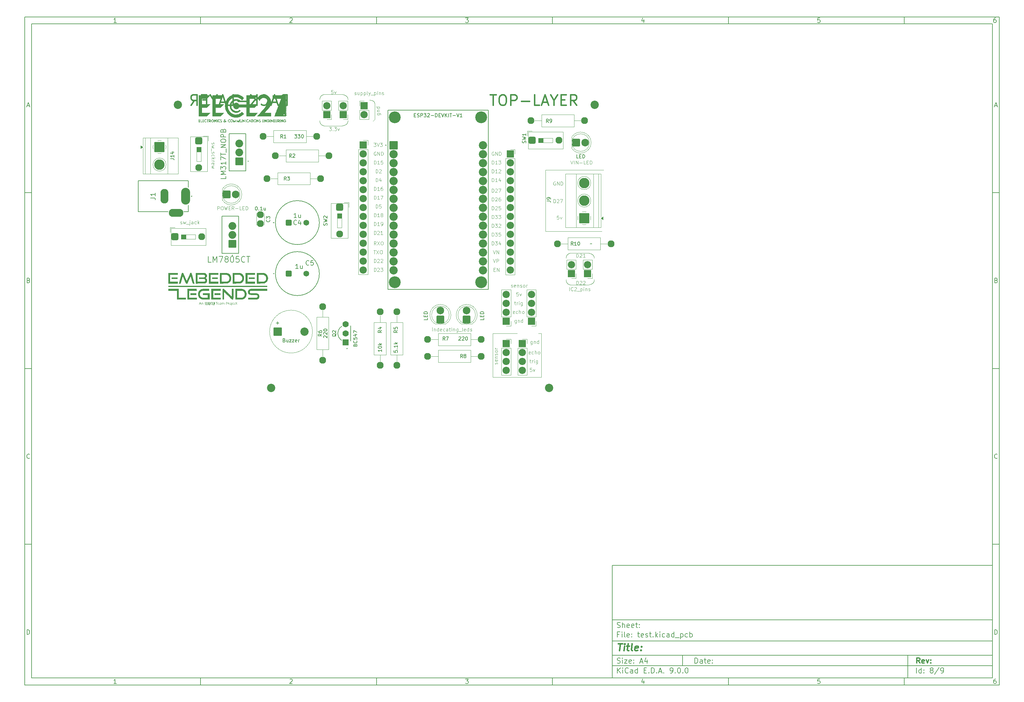
<source format=gbr>
%TF.GenerationSoftware,KiCad,Pcbnew,9.0.0*%
%TF.CreationDate,2025-04-04T13:57:26+02:00*%
%TF.ProjectId,test,74657374-2e6b-4696-9361-645f70636258,rev?*%
%TF.SameCoordinates,Original*%
%TF.FileFunction,Soldermask,Bot*%
%TF.FilePolarity,Negative*%
%FSLAX46Y46*%
G04 Gerber Fmt 4.6, Leading zero omitted, Abs format (unit mm)*
G04 Created by KiCad (PCBNEW 9.0.0) date 2025-04-04 13:57:26*
%MOMM*%
%LPD*%
G01*
G04 APERTURE LIST*
G04 Aperture macros list*
%AMRoundRect*
0 Rectangle with rounded corners*
0 $1 Rounding radius*
0 $2 $3 $4 $5 $6 $7 $8 $9 X,Y pos of 4 corners*
0 Add a 4 corners polygon primitive as box body*
4,1,4,$2,$3,$4,$5,$6,$7,$8,$9,$2,$3,0*
0 Add four circle primitives for the rounded corners*
1,1,$1+$1,$2,$3*
1,1,$1+$1,$4,$5*
1,1,$1+$1,$6,$7*
1,1,$1+$1,$8,$9*
0 Add four rect primitives between the rounded corners*
20,1,$1+$1,$2,$3,$4,$5,0*
20,1,$1+$1,$4,$5,$6,$7,0*
20,1,$1+$1,$6,$7,$8,$9,0*
20,1,$1+$1,$8,$9,$2,$3,0*%
G04 Aperture macros list end*
%ADD10C,0.100000*%
%ADD11C,0.150000*%
%ADD12C,0.300000*%
%ADD13C,0.400000*%
%ADD14RoundRect,0.180000X-0.850000X-0.850000X0.850000X-0.850000X0.850000X0.850000X-0.850000X0.850000X0*%
%ADD15O,2.060000X2.060000*%
%ADD16RoundRect,0.180000X0.850000X0.850000X-0.850000X0.850000X-0.850000X-0.850000X0.850000X-0.850000X0*%
%ADD17C,1.960000*%
%ADD18RoundRect,0.180000X-0.900000X-0.900000X0.900000X-0.900000X0.900000X0.900000X-0.900000X0.900000X0*%
%ADD19C,2.160000*%
%ADD20RoundRect,0.180000X0.930000X-0.930000X0.930000X0.930000X-0.930000X0.930000X-0.930000X-0.930000X0*%
%ADD21C,2.220000*%
%ADD22O,1.960000X1.960000*%
%ADD23RoundRect,0.180000X0.900000X-0.900000X0.900000X0.900000X-0.900000X0.900000X-0.900000X-0.900000X0*%
%ADD24RoundRect,0.306250X-0.673750X0.673750X-0.673750X-0.673750X0.673750X-0.673750X0.673750X0.673750X0*%
%ADD25RoundRect,0.284616X-1.195384X1.195384X-1.195384X-1.195384X1.195384X-1.195384X1.195384X1.195384X0*%
%ADD26C,2.960000*%
%ADD27C,2.360000*%
%ADD28RoundRect,0.180000X-0.640000X-0.640000X0.640000X-0.640000X0.640000X0.640000X-0.640000X0.640000X0*%
%ADD29C,1.640000*%
%ADD30RoundRect,0.180000X0.705000X-0.705000X0.705000X0.705000X-0.705000X0.705000X-0.705000X-0.705000X0*%
%ADD31C,1.770000*%
%ADD32C,3.360000*%
%ADD33RoundRect,0.180000X-1.000000X-1.000000X1.000000X-1.000000X1.000000X1.000000X-1.000000X1.000000X0*%
%ADD34O,2.560000X4.760000*%
%ADD35O,2.260000X4.160000*%
%ADD36O,4.160000X2.260000*%
%ADD37RoundRect,0.306250X-0.673750X-0.673750X0.673750X-0.673750X0.673750X0.673750X-0.673750X0.673750X0*%
%ADD38RoundRect,0.284616X1.195384X-1.195384X1.195384X1.195384X-1.195384X1.195384X-1.195384X-1.195384X0*%
%ADD39C,0.125000*%
%ADD40C,0.120000*%
%ADD41C,0.152400*%
%ADD42C,0.200000*%
%ADD43C,0.127000*%
%ADD44C,0.000000*%
G04 APERTURE END LIST*
D10*
D11*
X177002200Y-166007200D02*
X285002200Y-166007200D01*
X285002200Y-198007200D01*
X177002200Y-198007200D01*
X177002200Y-166007200D01*
D10*
D11*
X10000000Y-10000000D02*
X287002200Y-10000000D01*
X287002200Y-200007200D01*
X10000000Y-200007200D01*
X10000000Y-10000000D01*
D10*
D11*
X12000000Y-12000000D02*
X285002200Y-12000000D01*
X285002200Y-198007200D01*
X12000000Y-198007200D01*
X12000000Y-12000000D01*
D10*
D11*
X60000000Y-12000000D02*
X60000000Y-10000000D01*
D10*
D11*
X110000000Y-12000000D02*
X110000000Y-10000000D01*
D10*
D11*
X160000000Y-12000000D02*
X160000000Y-10000000D01*
D10*
D11*
X210000000Y-12000000D02*
X210000000Y-10000000D01*
D10*
D11*
X260000000Y-12000000D02*
X260000000Y-10000000D01*
D10*
D11*
X36089160Y-11593604D02*
X35346303Y-11593604D01*
X35717731Y-11593604D02*
X35717731Y-10293604D01*
X35717731Y-10293604D02*
X35593922Y-10479319D01*
X35593922Y-10479319D02*
X35470112Y-10603128D01*
X35470112Y-10603128D02*
X35346303Y-10665033D01*
D10*
D11*
X85346303Y-10417414D02*
X85408207Y-10355509D01*
X85408207Y-10355509D02*
X85532017Y-10293604D01*
X85532017Y-10293604D02*
X85841541Y-10293604D01*
X85841541Y-10293604D02*
X85965350Y-10355509D01*
X85965350Y-10355509D02*
X86027255Y-10417414D01*
X86027255Y-10417414D02*
X86089160Y-10541223D01*
X86089160Y-10541223D02*
X86089160Y-10665033D01*
X86089160Y-10665033D02*
X86027255Y-10850747D01*
X86027255Y-10850747D02*
X85284398Y-11593604D01*
X85284398Y-11593604D02*
X86089160Y-11593604D01*
D10*
D11*
X135284398Y-10293604D02*
X136089160Y-10293604D01*
X136089160Y-10293604D02*
X135655826Y-10788842D01*
X135655826Y-10788842D02*
X135841541Y-10788842D01*
X135841541Y-10788842D02*
X135965350Y-10850747D01*
X135965350Y-10850747D02*
X136027255Y-10912652D01*
X136027255Y-10912652D02*
X136089160Y-11036461D01*
X136089160Y-11036461D02*
X136089160Y-11345985D01*
X136089160Y-11345985D02*
X136027255Y-11469795D01*
X136027255Y-11469795D02*
X135965350Y-11531700D01*
X135965350Y-11531700D02*
X135841541Y-11593604D01*
X135841541Y-11593604D02*
X135470112Y-11593604D01*
X135470112Y-11593604D02*
X135346303Y-11531700D01*
X135346303Y-11531700D02*
X135284398Y-11469795D01*
D10*
D11*
X185965350Y-10726938D02*
X185965350Y-11593604D01*
X185655826Y-10231700D02*
X185346303Y-11160271D01*
X185346303Y-11160271D02*
X186151064Y-11160271D01*
D10*
D11*
X236027255Y-10293604D02*
X235408207Y-10293604D01*
X235408207Y-10293604D02*
X235346303Y-10912652D01*
X235346303Y-10912652D02*
X235408207Y-10850747D01*
X235408207Y-10850747D02*
X235532017Y-10788842D01*
X235532017Y-10788842D02*
X235841541Y-10788842D01*
X235841541Y-10788842D02*
X235965350Y-10850747D01*
X235965350Y-10850747D02*
X236027255Y-10912652D01*
X236027255Y-10912652D02*
X236089160Y-11036461D01*
X236089160Y-11036461D02*
X236089160Y-11345985D01*
X236089160Y-11345985D02*
X236027255Y-11469795D01*
X236027255Y-11469795D02*
X235965350Y-11531700D01*
X235965350Y-11531700D02*
X235841541Y-11593604D01*
X235841541Y-11593604D02*
X235532017Y-11593604D01*
X235532017Y-11593604D02*
X235408207Y-11531700D01*
X235408207Y-11531700D02*
X235346303Y-11469795D01*
D10*
D11*
X285965350Y-10293604D02*
X285717731Y-10293604D01*
X285717731Y-10293604D02*
X285593922Y-10355509D01*
X285593922Y-10355509D02*
X285532017Y-10417414D01*
X285532017Y-10417414D02*
X285408207Y-10603128D01*
X285408207Y-10603128D02*
X285346303Y-10850747D01*
X285346303Y-10850747D02*
X285346303Y-11345985D01*
X285346303Y-11345985D02*
X285408207Y-11469795D01*
X285408207Y-11469795D02*
X285470112Y-11531700D01*
X285470112Y-11531700D02*
X285593922Y-11593604D01*
X285593922Y-11593604D02*
X285841541Y-11593604D01*
X285841541Y-11593604D02*
X285965350Y-11531700D01*
X285965350Y-11531700D02*
X286027255Y-11469795D01*
X286027255Y-11469795D02*
X286089160Y-11345985D01*
X286089160Y-11345985D02*
X286089160Y-11036461D01*
X286089160Y-11036461D02*
X286027255Y-10912652D01*
X286027255Y-10912652D02*
X285965350Y-10850747D01*
X285965350Y-10850747D02*
X285841541Y-10788842D01*
X285841541Y-10788842D02*
X285593922Y-10788842D01*
X285593922Y-10788842D02*
X285470112Y-10850747D01*
X285470112Y-10850747D02*
X285408207Y-10912652D01*
X285408207Y-10912652D02*
X285346303Y-11036461D01*
D10*
D11*
X60000000Y-198007200D02*
X60000000Y-200007200D01*
D10*
D11*
X110000000Y-198007200D02*
X110000000Y-200007200D01*
D10*
D11*
X160000000Y-198007200D02*
X160000000Y-200007200D01*
D10*
D11*
X210000000Y-198007200D02*
X210000000Y-200007200D01*
D10*
D11*
X260000000Y-198007200D02*
X260000000Y-200007200D01*
D10*
D11*
X36089160Y-199600804D02*
X35346303Y-199600804D01*
X35717731Y-199600804D02*
X35717731Y-198300804D01*
X35717731Y-198300804D02*
X35593922Y-198486519D01*
X35593922Y-198486519D02*
X35470112Y-198610328D01*
X35470112Y-198610328D02*
X35346303Y-198672233D01*
D10*
D11*
X85346303Y-198424614D02*
X85408207Y-198362709D01*
X85408207Y-198362709D02*
X85532017Y-198300804D01*
X85532017Y-198300804D02*
X85841541Y-198300804D01*
X85841541Y-198300804D02*
X85965350Y-198362709D01*
X85965350Y-198362709D02*
X86027255Y-198424614D01*
X86027255Y-198424614D02*
X86089160Y-198548423D01*
X86089160Y-198548423D02*
X86089160Y-198672233D01*
X86089160Y-198672233D02*
X86027255Y-198857947D01*
X86027255Y-198857947D02*
X85284398Y-199600804D01*
X85284398Y-199600804D02*
X86089160Y-199600804D01*
D10*
D11*
X135284398Y-198300804D02*
X136089160Y-198300804D01*
X136089160Y-198300804D02*
X135655826Y-198796042D01*
X135655826Y-198796042D02*
X135841541Y-198796042D01*
X135841541Y-198796042D02*
X135965350Y-198857947D01*
X135965350Y-198857947D02*
X136027255Y-198919852D01*
X136027255Y-198919852D02*
X136089160Y-199043661D01*
X136089160Y-199043661D02*
X136089160Y-199353185D01*
X136089160Y-199353185D02*
X136027255Y-199476995D01*
X136027255Y-199476995D02*
X135965350Y-199538900D01*
X135965350Y-199538900D02*
X135841541Y-199600804D01*
X135841541Y-199600804D02*
X135470112Y-199600804D01*
X135470112Y-199600804D02*
X135346303Y-199538900D01*
X135346303Y-199538900D02*
X135284398Y-199476995D01*
D10*
D11*
X185965350Y-198734138D02*
X185965350Y-199600804D01*
X185655826Y-198238900D02*
X185346303Y-199167471D01*
X185346303Y-199167471D02*
X186151064Y-199167471D01*
D10*
D11*
X236027255Y-198300804D02*
X235408207Y-198300804D01*
X235408207Y-198300804D02*
X235346303Y-198919852D01*
X235346303Y-198919852D02*
X235408207Y-198857947D01*
X235408207Y-198857947D02*
X235532017Y-198796042D01*
X235532017Y-198796042D02*
X235841541Y-198796042D01*
X235841541Y-198796042D02*
X235965350Y-198857947D01*
X235965350Y-198857947D02*
X236027255Y-198919852D01*
X236027255Y-198919852D02*
X236089160Y-199043661D01*
X236089160Y-199043661D02*
X236089160Y-199353185D01*
X236089160Y-199353185D02*
X236027255Y-199476995D01*
X236027255Y-199476995D02*
X235965350Y-199538900D01*
X235965350Y-199538900D02*
X235841541Y-199600804D01*
X235841541Y-199600804D02*
X235532017Y-199600804D01*
X235532017Y-199600804D02*
X235408207Y-199538900D01*
X235408207Y-199538900D02*
X235346303Y-199476995D01*
D10*
D11*
X285965350Y-198300804D02*
X285717731Y-198300804D01*
X285717731Y-198300804D02*
X285593922Y-198362709D01*
X285593922Y-198362709D02*
X285532017Y-198424614D01*
X285532017Y-198424614D02*
X285408207Y-198610328D01*
X285408207Y-198610328D02*
X285346303Y-198857947D01*
X285346303Y-198857947D02*
X285346303Y-199353185D01*
X285346303Y-199353185D02*
X285408207Y-199476995D01*
X285408207Y-199476995D02*
X285470112Y-199538900D01*
X285470112Y-199538900D02*
X285593922Y-199600804D01*
X285593922Y-199600804D02*
X285841541Y-199600804D01*
X285841541Y-199600804D02*
X285965350Y-199538900D01*
X285965350Y-199538900D02*
X286027255Y-199476995D01*
X286027255Y-199476995D02*
X286089160Y-199353185D01*
X286089160Y-199353185D02*
X286089160Y-199043661D01*
X286089160Y-199043661D02*
X286027255Y-198919852D01*
X286027255Y-198919852D02*
X285965350Y-198857947D01*
X285965350Y-198857947D02*
X285841541Y-198796042D01*
X285841541Y-198796042D02*
X285593922Y-198796042D01*
X285593922Y-198796042D02*
X285470112Y-198857947D01*
X285470112Y-198857947D02*
X285408207Y-198919852D01*
X285408207Y-198919852D02*
X285346303Y-199043661D01*
D10*
D11*
X10000000Y-60000000D02*
X12000000Y-60000000D01*
D10*
D11*
X10000000Y-110000000D02*
X12000000Y-110000000D01*
D10*
D11*
X10000000Y-160000000D02*
X12000000Y-160000000D01*
D10*
D11*
X10690476Y-35222176D02*
X11309523Y-35222176D01*
X10566666Y-35593604D02*
X10999999Y-34293604D01*
X10999999Y-34293604D02*
X11433333Y-35593604D01*
D10*
D11*
X11092857Y-84912652D02*
X11278571Y-84974557D01*
X11278571Y-84974557D02*
X11340476Y-85036461D01*
X11340476Y-85036461D02*
X11402380Y-85160271D01*
X11402380Y-85160271D02*
X11402380Y-85345985D01*
X11402380Y-85345985D02*
X11340476Y-85469795D01*
X11340476Y-85469795D02*
X11278571Y-85531700D01*
X11278571Y-85531700D02*
X11154761Y-85593604D01*
X11154761Y-85593604D02*
X10659523Y-85593604D01*
X10659523Y-85593604D02*
X10659523Y-84293604D01*
X10659523Y-84293604D02*
X11092857Y-84293604D01*
X11092857Y-84293604D02*
X11216666Y-84355509D01*
X11216666Y-84355509D02*
X11278571Y-84417414D01*
X11278571Y-84417414D02*
X11340476Y-84541223D01*
X11340476Y-84541223D02*
X11340476Y-84665033D01*
X11340476Y-84665033D02*
X11278571Y-84788842D01*
X11278571Y-84788842D02*
X11216666Y-84850747D01*
X11216666Y-84850747D02*
X11092857Y-84912652D01*
X11092857Y-84912652D02*
X10659523Y-84912652D01*
D10*
D11*
X11402380Y-135469795D02*
X11340476Y-135531700D01*
X11340476Y-135531700D02*
X11154761Y-135593604D01*
X11154761Y-135593604D02*
X11030952Y-135593604D01*
X11030952Y-135593604D02*
X10845238Y-135531700D01*
X10845238Y-135531700D02*
X10721428Y-135407890D01*
X10721428Y-135407890D02*
X10659523Y-135284080D01*
X10659523Y-135284080D02*
X10597619Y-135036461D01*
X10597619Y-135036461D02*
X10597619Y-134850747D01*
X10597619Y-134850747D02*
X10659523Y-134603128D01*
X10659523Y-134603128D02*
X10721428Y-134479319D01*
X10721428Y-134479319D02*
X10845238Y-134355509D01*
X10845238Y-134355509D02*
X11030952Y-134293604D01*
X11030952Y-134293604D02*
X11154761Y-134293604D01*
X11154761Y-134293604D02*
X11340476Y-134355509D01*
X11340476Y-134355509D02*
X11402380Y-134417414D01*
D10*
D11*
X10659523Y-185593604D02*
X10659523Y-184293604D01*
X10659523Y-184293604D02*
X10969047Y-184293604D01*
X10969047Y-184293604D02*
X11154761Y-184355509D01*
X11154761Y-184355509D02*
X11278571Y-184479319D01*
X11278571Y-184479319D02*
X11340476Y-184603128D01*
X11340476Y-184603128D02*
X11402380Y-184850747D01*
X11402380Y-184850747D02*
X11402380Y-185036461D01*
X11402380Y-185036461D02*
X11340476Y-185284080D01*
X11340476Y-185284080D02*
X11278571Y-185407890D01*
X11278571Y-185407890D02*
X11154761Y-185531700D01*
X11154761Y-185531700D02*
X10969047Y-185593604D01*
X10969047Y-185593604D02*
X10659523Y-185593604D01*
D10*
D11*
X287002200Y-60000000D02*
X285002200Y-60000000D01*
D10*
D11*
X287002200Y-110000000D02*
X285002200Y-110000000D01*
D10*
D11*
X287002200Y-160000000D02*
X285002200Y-160000000D01*
D10*
D11*
X285692676Y-35222176D02*
X286311723Y-35222176D01*
X285568866Y-35593604D02*
X286002199Y-34293604D01*
X286002199Y-34293604D02*
X286435533Y-35593604D01*
D10*
D11*
X286095057Y-84912652D02*
X286280771Y-84974557D01*
X286280771Y-84974557D02*
X286342676Y-85036461D01*
X286342676Y-85036461D02*
X286404580Y-85160271D01*
X286404580Y-85160271D02*
X286404580Y-85345985D01*
X286404580Y-85345985D02*
X286342676Y-85469795D01*
X286342676Y-85469795D02*
X286280771Y-85531700D01*
X286280771Y-85531700D02*
X286156961Y-85593604D01*
X286156961Y-85593604D02*
X285661723Y-85593604D01*
X285661723Y-85593604D02*
X285661723Y-84293604D01*
X285661723Y-84293604D02*
X286095057Y-84293604D01*
X286095057Y-84293604D02*
X286218866Y-84355509D01*
X286218866Y-84355509D02*
X286280771Y-84417414D01*
X286280771Y-84417414D02*
X286342676Y-84541223D01*
X286342676Y-84541223D02*
X286342676Y-84665033D01*
X286342676Y-84665033D02*
X286280771Y-84788842D01*
X286280771Y-84788842D02*
X286218866Y-84850747D01*
X286218866Y-84850747D02*
X286095057Y-84912652D01*
X286095057Y-84912652D02*
X285661723Y-84912652D01*
D10*
D11*
X286404580Y-135469795D02*
X286342676Y-135531700D01*
X286342676Y-135531700D02*
X286156961Y-135593604D01*
X286156961Y-135593604D02*
X286033152Y-135593604D01*
X286033152Y-135593604D02*
X285847438Y-135531700D01*
X285847438Y-135531700D02*
X285723628Y-135407890D01*
X285723628Y-135407890D02*
X285661723Y-135284080D01*
X285661723Y-135284080D02*
X285599819Y-135036461D01*
X285599819Y-135036461D02*
X285599819Y-134850747D01*
X285599819Y-134850747D02*
X285661723Y-134603128D01*
X285661723Y-134603128D02*
X285723628Y-134479319D01*
X285723628Y-134479319D02*
X285847438Y-134355509D01*
X285847438Y-134355509D02*
X286033152Y-134293604D01*
X286033152Y-134293604D02*
X286156961Y-134293604D01*
X286156961Y-134293604D02*
X286342676Y-134355509D01*
X286342676Y-134355509D02*
X286404580Y-134417414D01*
D10*
D11*
X285661723Y-185593604D02*
X285661723Y-184293604D01*
X285661723Y-184293604D02*
X285971247Y-184293604D01*
X285971247Y-184293604D02*
X286156961Y-184355509D01*
X286156961Y-184355509D02*
X286280771Y-184479319D01*
X286280771Y-184479319D02*
X286342676Y-184603128D01*
X286342676Y-184603128D02*
X286404580Y-184850747D01*
X286404580Y-184850747D02*
X286404580Y-185036461D01*
X286404580Y-185036461D02*
X286342676Y-185284080D01*
X286342676Y-185284080D02*
X286280771Y-185407890D01*
X286280771Y-185407890D02*
X286156961Y-185531700D01*
X286156961Y-185531700D02*
X285971247Y-185593604D01*
X285971247Y-185593604D02*
X285661723Y-185593604D01*
D10*
D11*
X200458026Y-193793328D02*
X200458026Y-192293328D01*
X200458026Y-192293328D02*
X200815169Y-192293328D01*
X200815169Y-192293328D02*
X201029455Y-192364757D01*
X201029455Y-192364757D02*
X201172312Y-192507614D01*
X201172312Y-192507614D02*
X201243741Y-192650471D01*
X201243741Y-192650471D02*
X201315169Y-192936185D01*
X201315169Y-192936185D02*
X201315169Y-193150471D01*
X201315169Y-193150471D02*
X201243741Y-193436185D01*
X201243741Y-193436185D02*
X201172312Y-193579042D01*
X201172312Y-193579042D02*
X201029455Y-193721900D01*
X201029455Y-193721900D02*
X200815169Y-193793328D01*
X200815169Y-193793328D02*
X200458026Y-193793328D01*
X202600884Y-193793328D02*
X202600884Y-193007614D01*
X202600884Y-193007614D02*
X202529455Y-192864757D01*
X202529455Y-192864757D02*
X202386598Y-192793328D01*
X202386598Y-192793328D02*
X202100884Y-192793328D01*
X202100884Y-192793328D02*
X201958026Y-192864757D01*
X202600884Y-193721900D02*
X202458026Y-193793328D01*
X202458026Y-193793328D02*
X202100884Y-193793328D01*
X202100884Y-193793328D02*
X201958026Y-193721900D01*
X201958026Y-193721900D02*
X201886598Y-193579042D01*
X201886598Y-193579042D02*
X201886598Y-193436185D01*
X201886598Y-193436185D02*
X201958026Y-193293328D01*
X201958026Y-193293328D02*
X202100884Y-193221900D01*
X202100884Y-193221900D02*
X202458026Y-193221900D01*
X202458026Y-193221900D02*
X202600884Y-193150471D01*
X203100884Y-192793328D02*
X203672312Y-192793328D01*
X203315169Y-192293328D02*
X203315169Y-193579042D01*
X203315169Y-193579042D02*
X203386598Y-193721900D01*
X203386598Y-193721900D02*
X203529455Y-193793328D01*
X203529455Y-193793328D02*
X203672312Y-193793328D01*
X204743741Y-193721900D02*
X204600884Y-193793328D01*
X204600884Y-193793328D02*
X204315170Y-193793328D01*
X204315170Y-193793328D02*
X204172312Y-193721900D01*
X204172312Y-193721900D02*
X204100884Y-193579042D01*
X204100884Y-193579042D02*
X204100884Y-193007614D01*
X204100884Y-193007614D02*
X204172312Y-192864757D01*
X204172312Y-192864757D02*
X204315170Y-192793328D01*
X204315170Y-192793328D02*
X204600884Y-192793328D01*
X204600884Y-192793328D02*
X204743741Y-192864757D01*
X204743741Y-192864757D02*
X204815170Y-193007614D01*
X204815170Y-193007614D02*
X204815170Y-193150471D01*
X204815170Y-193150471D02*
X204100884Y-193293328D01*
X205458026Y-193650471D02*
X205529455Y-193721900D01*
X205529455Y-193721900D02*
X205458026Y-193793328D01*
X205458026Y-193793328D02*
X205386598Y-193721900D01*
X205386598Y-193721900D02*
X205458026Y-193650471D01*
X205458026Y-193650471D02*
X205458026Y-193793328D01*
X205458026Y-192864757D02*
X205529455Y-192936185D01*
X205529455Y-192936185D02*
X205458026Y-193007614D01*
X205458026Y-193007614D02*
X205386598Y-192936185D01*
X205386598Y-192936185D02*
X205458026Y-192864757D01*
X205458026Y-192864757D02*
X205458026Y-193007614D01*
D10*
D11*
X177002200Y-194507200D02*
X285002200Y-194507200D01*
D10*
D11*
X178458026Y-196593328D02*
X178458026Y-195093328D01*
X179315169Y-196593328D02*
X178672312Y-195736185D01*
X179315169Y-195093328D02*
X178458026Y-195950471D01*
X179958026Y-196593328D02*
X179958026Y-195593328D01*
X179958026Y-195093328D02*
X179886598Y-195164757D01*
X179886598Y-195164757D02*
X179958026Y-195236185D01*
X179958026Y-195236185D02*
X180029455Y-195164757D01*
X180029455Y-195164757D02*
X179958026Y-195093328D01*
X179958026Y-195093328D02*
X179958026Y-195236185D01*
X181529455Y-196450471D02*
X181458027Y-196521900D01*
X181458027Y-196521900D02*
X181243741Y-196593328D01*
X181243741Y-196593328D02*
X181100884Y-196593328D01*
X181100884Y-196593328D02*
X180886598Y-196521900D01*
X180886598Y-196521900D02*
X180743741Y-196379042D01*
X180743741Y-196379042D02*
X180672312Y-196236185D01*
X180672312Y-196236185D02*
X180600884Y-195950471D01*
X180600884Y-195950471D02*
X180600884Y-195736185D01*
X180600884Y-195736185D02*
X180672312Y-195450471D01*
X180672312Y-195450471D02*
X180743741Y-195307614D01*
X180743741Y-195307614D02*
X180886598Y-195164757D01*
X180886598Y-195164757D02*
X181100884Y-195093328D01*
X181100884Y-195093328D02*
X181243741Y-195093328D01*
X181243741Y-195093328D02*
X181458027Y-195164757D01*
X181458027Y-195164757D02*
X181529455Y-195236185D01*
X182815170Y-196593328D02*
X182815170Y-195807614D01*
X182815170Y-195807614D02*
X182743741Y-195664757D01*
X182743741Y-195664757D02*
X182600884Y-195593328D01*
X182600884Y-195593328D02*
X182315170Y-195593328D01*
X182315170Y-195593328D02*
X182172312Y-195664757D01*
X182815170Y-196521900D02*
X182672312Y-196593328D01*
X182672312Y-196593328D02*
X182315170Y-196593328D01*
X182315170Y-196593328D02*
X182172312Y-196521900D01*
X182172312Y-196521900D02*
X182100884Y-196379042D01*
X182100884Y-196379042D02*
X182100884Y-196236185D01*
X182100884Y-196236185D02*
X182172312Y-196093328D01*
X182172312Y-196093328D02*
X182315170Y-196021900D01*
X182315170Y-196021900D02*
X182672312Y-196021900D01*
X182672312Y-196021900D02*
X182815170Y-195950471D01*
X184172313Y-196593328D02*
X184172313Y-195093328D01*
X184172313Y-196521900D02*
X184029455Y-196593328D01*
X184029455Y-196593328D02*
X183743741Y-196593328D01*
X183743741Y-196593328D02*
X183600884Y-196521900D01*
X183600884Y-196521900D02*
X183529455Y-196450471D01*
X183529455Y-196450471D02*
X183458027Y-196307614D01*
X183458027Y-196307614D02*
X183458027Y-195879042D01*
X183458027Y-195879042D02*
X183529455Y-195736185D01*
X183529455Y-195736185D02*
X183600884Y-195664757D01*
X183600884Y-195664757D02*
X183743741Y-195593328D01*
X183743741Y-195593328D02*
X184029455Y-195593328D01*
X184029455Y-195593328D02*
X184172313Y-195664757D01*
X186029455Y-195807614D02*
X186529455Y-195807614D01*
X186743741Y-196593328D02*
X186029455Y-196593328D01*
X186029455Y-196593328D02*
X186029455Y-195093328D01*
X186029455Y-195093328D02*
X186743741Y-195093328D01*
X187386598Y-196450471D02*
X187458027Y-196521900D01*
X187458027Y-196521900D02*
X187386598Y-196593328D01*
X187386598Y-196593328D02*
X187315170Y-196521900D01*
X187315170Y-196521900D02*
X187386598Y-196450471D01*
X187386598Y-196450471D02*
X187386598Y-196593328D01*
X188100884Y-196593328D02*
X188100884Y-195093328D01*
X188100884Y-195093328D02*
X188458027Y-195093328D01*
X188458027Y-195093328D02*
X188672313Y-195164757D01*
X188672313Y-195164757D02*
X188815170Y-195307614D01*
X188815170Y-195307614D02*
X188886599Y-195450471D01*
X188886599Y-195450471D02*
X188958027Y-195736185D01*
X188958027Y-195736185D02*
X188958027Y-195950471D01*
X188958027Y-195950471D02*
X188886599Y-196236185D01*
X188886599Y-196236185D02*
X188815170Y-196379042D01*
X188815170Y-196379042D02*
X188672313Y-196521900D01*
X188672313Y-196521900D02*
X188458027Y-196593328D01*
X188458027Y-196593328D02*
X188100884Y-196593328D01*
X189600884Y-196450471D02*
X189672313Y-196521900D01*
X189672313Y-196521900D02*
X189600884Y-196593328D01*
X189600884Y-196593328D02*
X189529456Y-196521900D01*
X189529456Y-196521900D02*
X189600884Y-196450471D01*
X189600884Y-196450471D02*
X189600884Y-196593328D01*
X190243742Y-196164757D02*
X190958028Y-196164757D01*
X190100885Y-196593328D02*
X190600885Y-195093328D01*
X190600885Y-195093328D02*
X191100885Y-196593328D01*
X191600884Y-196450471D02*
X191672313Y-196521900D01*
X191672313Y-196521900D02*
X191600884Y-196593328D01*
X191600884Y-196593328D02*
X191529456Y-196521900D01*
X191529456Y-196521900D02*
X191600884Y-196450471D01*
X191600884Y-196450471D02*
X191600884Y-196593328D01*
X193529456Y-196593328D02*
X193815170Y-196593328D01*
X193815170Y-196593328D02*
X193958027Y-196521900D01*
X193958027Y-196521900D02*
X194029456Y-196450471D01*
X194029456Y-196450471D02*
X194172313Y-196236185D01*
X194172313Y-196236185D02*
X194243742Y-195950471D01*
X194243742Y-195950471D02*
X194243742Y-195379042D01*
X194243742Y-195379042D02*
X194172313Y-195236185D01*
X194172313Y-195236185D02*
X194100885Y-195164757D01*
X194100885Y-195164757D02*
X193958027Y-195093328D01*
X193958027Y-195093328D02*
X193672313Y-195093328D01*
X193672313Y-195093328D02*
X193529456Y-195164757D01*
X193529456Y-195164757D02*
X193458027Y-195236185D01*
X193458027Y-195236185D02*
X193386599Y-195379042D01*
X193386599Y-195379042D02*
X193386599Y-195736185D01*
X193386599Y-195736185D02*
X193458027Y-195879042D01*
X193458027Y-195879042D02*
X193529456Y-195950471D01*
X193529456Y-195950471D02*
X193672313Y-196021900D01*
X193672313Y-196021900D02*
X193958027Y-196021900D01*
X193958027Y-196021900D02*
X194100885Y-195950471D01*
X194100885Y-195950471D02*
X194172313Y-195879042D01*
X194172313Y-195879042D02*
X194243742Y-195736185D01*
X194886598Y-196450471D02*
X194958027Y-196521900D01*
X194958027Y-196521900D02*
X194886598Y-196593328D01*
X194886598Y-196593328D02*
X194815170Y-196521900D01*
X194815170Y-196521900D02*
X194886598Y-196450471D01*
X194886598Y-196450471D02*
X194886598Y-196593328D01*
X195886599Y-195093328D02*
X196029456Y-195093328D01*
X196029456Y-195093328D02*
X196172313Y-195164757D01*
X196172313Y-195164757D02*
X196243742Y-195236185D01*
X196243742Y-195236185D02*
X196315170Y-195379042D01*
X196315170Y-195379042D02*
X196386599Y-195664757D01*
X196386599Y-195664757D02*
X196386599Y-196021900D01*
X196386599Y-196021900D02*
X196315170Y-196307614D01*
X196315170Y-196307614D02*
X196243742Y-196450471D01*
X196243742Y-196450471D02*
X196172313Y-196521900D01*
X196172313Y-196521900D02*
X196029456Y-196593328D01*
X196029456Y-196593328D02*
X195886599Y-196593328D01*
X195886599Y-196593328D02*
X195743742Y-196521900D01*
X195743742Y-196521900D02*
X195672313Y-196450471D01*
X195672313Y-196450471D02*
X195600884Y-196307614D01*
X195600884Y-196307614D02*
X195529456Y-196021900D01*
X195529456Y-196021900D02*
X195529456Y-195664757D01*
X195529456Y-195664757D02*
X195600884Y-195379042D01*
X195600884Y-195379042D02*
X195672313Y-195236185D01*
X195672313Y-195236185D02*
X195743742Y-195164757D01*
X195743742Y-195164757D02*
X195886599Y-195093328D01*
X197029455Y-196450471D02*
X197100884Y-196521900D01*
X197100884Y-196521900D02*
X197029455Y-196593328D01*
X197029455Y-196593328D02*
X196958027Y-196521900D01*
X196958027Y-196521900D02*
X197029455Y-196450471D01*
X197029455Y-196450471D02*
X197029455Y-196593328D01*
X198029456Y-195093328D02*
X198172313Y-195093328D01*
X198172313Y-195093328D02*
X198315170Y-195164757D01*
X198315170Y-195164757D02*
X198386599Y-195236185D01*
X198386599Y-195236185D02*
X198458027Y-195379042D01*
X198458027Y-195379042D02*
X198529456Y-195664757D01*
X198529456Y-195664757D02*
X198529456Y-196021900D01*
X198529456Y-196021900D02*
X198458027Y-196307614D01*
X198458027Y-196307614D02*
X198386599Y-196450471D01*
X198386599Y-196450471D02*
X198315170Y-196521900D01*
X198315170Y-196521900D02*
X198172313Y-196593328D01*
X198172313Y-196593328D02*
X198029456Y-196593328D01*
X198029456Y-196593328D02*
X197886599Y-196521900D01*
X197886599Y-196521900D02*
X197815170Y-196450471D01*
X197815170Y-196450471D02*
X197743741Y-196307614D01*
X197743741Y-196307614D02*
X197672313Y-196021900D01*
X197672313Y-196021900D02*
X197672313Y-195664757D01*
X197672313Y-195664757D02*
X197743741Y-195379042D01*
X197743741Y-195379042D02*
X197815170Y-195236185D01*
X197815170Y-195236185D02*
X197886599Y-195164757D01*
X197886599Y-195164757D02*
X198029456Y-195093328D01*
D10*
D11*
X177002200Y-191507200D02*
X285002200Y-191507200D01*
D10*
D12*
X264413853Y-193785528D02*
X263913853Y-193071242D01*
X263556710Y-193785528D02*
X263556710Y-192285528D01*
X263556710Y-192285528D02*
X264128139Y-192285528D01*
X264128139Y-192285528D02*
X264270996Y-192356957D01*
X264270996Y-192356957D02*
X264342425Y-192428385D01*
X264342425Y-192428385D02*
X264413853Y-192571242D01*
X264413853Y-192571242D02*
X264413853Y-192785528D01*
X264413853Y-192785528D02*
X264342425Y-192928385D01*
X264342425Y-192928385D02*
X264270996Y-192999814D01*
X264270996Y-192999814D02*
X264128139Y-193071242D01*
X264128139Y-193071242D02*
X263556710Y-193071242D01*
X265628139Y-193714100D02*
X265485282Y-193785528D01*
X265485282Y-193785528D02*
X265199568Y-193785528D01*
X265199568Y-193785528D02*
X265056710Y-193714100D01*
X265056710Y-193714100D02*
X264985282Y-193571242D01*
X264985282Y-193571242D02*
X264985282Y-192999814D01*
X264985282Y-192999814D02*
X265056710Y-192856957D01*
X265056710Y-192856957D02*
X265199568Y-192785528D01*
X265199568Y-192785528D02*
X265485282Y-192785528D01*
X265485282Y-192785528D02*
X265628139Y-192856957D01*
X265628139Y-192856957D02*
X265699568Y-192999814D01*
X265699568Y-192999814D02*
X265699568Y-193142671D01*
X265699568Y-193142671D02*
X264985282Y-193285528D01*
X266199567Y-192785528D02*
X266556710Y-193785528D01*
X266556710Y-193785528D02*
X266913853Y-192785528D01*
X267485281Y-193642671D02*
X267556710Y-193714100D01*
X267556710Y-193714100D02*
X267485281Y-193785528D01*
X267485281Y-193785528D02*
X267413853Y-193714100D01*
X267413853Y-193714100D02*
X267485281Y-193642671D01*
X267485281Y-193642671D02*
X267485281Y-193785528D01*
X267485281Y-192856957D02*
X267556710Y-192928385D01*
X267556710Y-192928385D02*
X267485281Y-192999814D01*
X267485281Y-192999814D02*
X267413853Y-192928385D01*
X267413853Y-192928385D02*
X267485281Y-192856957D01*
X267485281Y-192856957D02*
X267485281Y-192999814D01*
D10*
D11*
X178386598Y-193721900D02*
X178600884Y-193793328D01*
X178600884Y-193793328D02*
X178958026Y-193793328D01*
X178958026Y-193793328D02*
X179100884Y-193721900D01*
X179100884Y-193721900D02*
X179172312Y-193650471D01*
X179172312Y-193650471D02*
X179243741Y-193507614D01*
X179243741Y-193507614D02*
X179243741Y-193364757D01*
X179243741Y-193364757D02*
X179172312Y-193221900D01*
X179172312Y-193221900D02*
X179100884Y-193150471D01*
X179100884Y-193150471D02*
X178958026Y-193079042D01*
X178958026Y-193079042D02*
X178672312Y-193007614D01*
X178672312Y-193007614D02*
X178529455Y-192936185D01*
X178529455Y-192936185D02*
X178458026Y-192864757D01*
X178458026Y-192864757D02*
X178386598Y-192721900D01*
X178386598Y-192721900D02*
X178386598Y-192579042D01*
X178386598Y-192579042D02*
X178458026Y-192436185D01*
X178458026Y-192436185D02*
X178529455Y-192364757D01*
X178529455Y-192364757D02*
X178672312Y-192293328D01*
X178672312Y-192293328D02*
X179029455Y-192293328D01*
X179029455Y-192293328D02*
X179243741Y-192364757D01*
X179886597Y-193793328D02*
X179886597Y-192793328D01*
X179886597Y-192293328D02*
X179815169Y-192364757D01*
X179815169Y-192364757D02*
X179886597Y-192436185D01*
X179886597Y-192436185D02*
X179958026Y-192364757D01*
X179958026Y-192364757D02*
X179886597Y-192293328D01*
X179886597Y-192293328D02*
X179886597Y-192436185D01*
X180458026Y-192793328D02*
X181243741Y-192793328D01*
X181243741Y-192793328D02*
X180458026Y-193793328D01*
X180458026Y-193793328D02*
X181243741Y-193793328D01*
X182386598Y-193721900D02*
X182243741Y-193793328D01*
X182243741Y-193793328D02*
X181958027Y-193793328D01*
X181958027Y-193793328D02*
X181815169Y-193721900D01*
X181815169Y-193721900D02*
X181743741Y-193579042D01*
X181743741Y-193579042D02*
X181743741Y-193007614D01*
X181743741Y-193007614D02*
X181815169Y-192864757D01*
X181815169Y-192864757D02*
X181958027Y-192793328D01*
X181958027Y-192793328D02*
X182243741Y-192793328D01*
X182243741Y-192793328D02*
X182386598Y-192864757D01*
X182386598Y-192864757D02*
X182458027Y-193007614D01*
X182458027Y-193007614D02*
X182458027Y-193150471D01*
X182458027Y-193150471D02*
X181743741Y-193293328D01*
X183100883Y-193650471D02*
X183172312Y-193721900D01*
X183172312Y-193721900D02*
X183100883Y-193793328D01*
X183100883Y-193793328D02*
X183029455Y-193721900D01*
X183029455Y-193721900D02*
X183100883Y-193650471D01*
X183100883Y-193650471D02*
X183100883Y-193793328D01*
X183100883Y-192864757D02*
X183172312Y-192936185D01*
X183172312Y-192936185D02*
X183100883Y-193007614D01*
X183100883Y-193007614D02*
X183029455Y-192936185D01*
X183029455Y-192936185D02*
X183100883Y-192864757D01*
X183100883Y-192864757D02*
X183100883Y-193007614D01*
X184886598Y-193364757D02*
X185600884Y-193364757D01*
X184743741Y-193793328D02*
X185243741Y-192293328D01*
X185243741Y-192293328D02*
X185743741Y-193793328D01*
X186886598Y-192793328D02*
X186886598Y-193793328D01*
X186529455Y-192221900D02*
X186172312Y-193293328D01*
X186172312Y-193293328D02*
X187100883Y-193293328D01*
D10*
D11*
X263458026Y-196593328D02*
X263458026Y-195093328D01*
X264815170Y-196593328D02*
X264815170Y-195093328D01*
X264815170Y-196521900D02*
X264672312Y-196593328D01*
X264672312Y-196593328D02*
X264386598Y-196593328D01*
X264386598Y-196593328D02*
X264243741Y-196521900D01*
X264243741Y-196521900D02*
X264172312Y-196450471D01*
X264172312Y-196450471D02*
X264100884Y-196307614D01*
X264100884Y-196307614D02*
X264100884Y-195879042D01*
X264100884Y-195879042D02*
X264172312Y-195736185D01*
X264172312Y-195736185D02*
X264243741Y-195664757D01*
X264243741Y-195664757D02*
X264386598Y-195593328D01*
X264386598Y-195593328D02*
X264672312Y-195593328D01*
X264672312Y-195593328D02*
X264815170Y-195664757D01*
X265529455Y-196450471D02*
X265600884Y-196521900D01*
X265600884Y-196521900D02*
X265529455Y-196593328D01*
X265529455Y-196593328D02*
X265458027Y-196521900D01*
X265458027Y-196521900D02*
X265529455Y-196450471D01*
X265529455Y-196450471D02*
X265529455Y-196593328D01*
X265529455Y-195664757D02*
X265600884Y-195736185D01*
X265600884Y-195736185D02*
X265529455Y-195807614D01*
X265529455Y-195807614D02*
X265458027Y-195736185D01*
X265458027Y-195736185D02*
X265529455Y-195664757D01*
X265529455Y-195664757D02*
X265529455Y-195807614D01*
X267600884Y-195736185D02*
X267458027Y-195664757D01*
X267458027Y-195664757D02*
X267386598Y-195593328D01*
X267386598Y-195593328D02*
X267315170Y-195450471D01*
X267315170Y-195450471D02*
X267315170Y-195379042D01*
X267315170Y-195379042D02*
X267386598Y-195236185D01*
X267386598Y-195236185D02*
X267458027Y-195164757D01*
X267458027Y-195164757D02*
X267600884Y-195093328D01*
X267600884Y-195093328D02*
X267886598Y-195093328D01*
X267886598Y-195093328D02*
X268029456Y-195164757D01*
X268029456Y-195164757D02*
X268100884Y-195236185D01*
X268100884Y-195236185D02*
X268172313Y-195379042D01*
X268172313Y-195379042D02*
X268172313Y-195450471D01*
X268172313Y-195450471D02*
X268100884Y-195593328D01*
X268100884Y-195593328D02*
X268029456Y-195664757D01*
X268029456Y-195664757D02*
X267886598Y-195736185D01*
X267886598Y-195736185D02*
X267600884Y-195736185D01*
X267600884Y-195736185D02*
X267458027Y-195807614D01*
X267458027Y-195807614D02*
X267386598Y-195879042D01*
X267386598Y-195879042D02*
X267315170Y-196021900D01*
X267315170Y-196021900D02*
X267315170Y-196307614D01*
X267315170Y-196307614D02*
X267386598Y-196450471D01*
X267386598Y-196450471D02*
X267458027Y-196521900D01*
X267458027Y-196521900D02*
X267600884Y-196593328D01*
X267600884Y-196593328D02*
X267886598Y-196593328D01*
X267886598Y-196593328D02*
X268029456Y-196521900D01*
X268029456Y-196521900D02*
X268100884Y-196450471D01*
X268100884Y-196450471D02*
X268172313Y-196307614D01*
X268172313Y-196307614D02*
X268172313Y-196021900D01*
X268172313Y-196021900D02*
X268100884Y-195879042D01*
X268100884Y-195879042D02*
X268029456Y-195807614D01*
X268029456Y-195807614D02*
X267886598Y-195736185D01*
X269886598Y-195021900D02*
X268600884Y-196950471D01*
X270458027Y-196593328D02*
X270743741Y-196593328D01*
X270743741Y-196593328D02*
X270886598Y-196521900D01*
X270886598Y-196521900D02*
X270958027Y-196450471D01*
X270958027Y-196450471D02*
X271100884Y-196236185D01*
X271100884Y-196236185D02*
X271172313Y-195950471D01*
X271172313Y-195950471D02*
X271172313Y-195379042D01*
X271172313Y-195379042D02*
X271100884Y-195236185D01*
X271100884Y-195236185D02*
X271029456Y-195164757D01*
X271029456Y-195164757D02*
X270886598Y-195093328D01*
X270886598Y-195093328D02*
X270600884Y-195093328D01*
X270600884Y-195093328D02*
X270458027Y-195164757D01*
X270458027Y-195164757D02*
X270386598Y-195236185D01*
X270386598Y-195236185D02*
X270315170Y-195379042D01*
X270315170Y-195379042D02*
X270315170Y-195736185D01*
X270315170Y-195736185D02*
X270386598Y-195879042D01*
X270386598Y-195879042D02*
X270458027Y-195950471D01*
X270458027Y-195950471D02*
X270600884Y-196021900D01*
X270600884Y-196021900D02*
X270886598Y-196021900D01*
X270886598Y-196021900D02*
X271029456Y-195950471D01*
X271029456Y-195950471D02*
X271100884Y-195879042D01*
X271100884Y-195879042D02*
X271172313Y-195736185D01*
D10*
D11*
X177002200Y-187507200D02*
X285002200Y-187507200D01*
D10*
D13*
X178693928Y-188211638D02*
X179836785Y-188211638D01*
X179015357Y-190211638D02*
X179265357Y-188211638D01*
X180253452Y-190211638D02*
X180420119Y-188878304D01*
X180503452Y-188211638D02*
X180396309Y-188306876D01*
X180396309Y-188306876D02*
X180479643Y-188402114D01*
X180479643Y-188402114D02*
X180586786Y-188306876D01*
X180586786Y-188306876D02*
X180503452Y-188211638D01*
X180503452Y-188211638D02*
X180479643Y-188402114D01*
X181086786Y-188878304D02*
X181848690Y-188878304D01*
X181455833Y-188211638D02*
X181241548Y-189925923D01*
X181241548Y-189925923D02*
X181312976Y-190116400D01*
X181312976Y-190116400D02*
X181491548Y-190211638D01*
X181491548Y-190211638D02*
X181682024Y-190211638D01*
X182634405Y-190211638D02*
X182455833Y-190116400D01*
X182455833Y-190116400D02*
X182384405Y-189925923D01*
X182384405Y-189925923D02*
X182598690Y-188211638D01*
X184170119Y-190116400D02*
X183967738Y-190211638D01*
X183967738Y-190211638D02*
X183586785Y-190211638D01*
X183586785Y-190211638D02*
X183408214Y-190116400D01*
X183408214Y-190116400D02*
X183336785Y-189925923D01*
X183336785Y-189925923D02*
X183432024Y-189164019D01*
X183432024Y-189164019D02*
X183551071Y-188973542D01*
X183551071Y-188973542D02*
X183753452Y-188878304D01*
X183753452Y-188878304D02*
X184134404Y-188878304D01*
X184134404Y-188878304D02*
X184312976Y-188973542D01*
X184312976Y-188973542D02*
X184384404Y-189164019D01*
X184384404Y-189164019D02*
X184360595Y-189354495D01*
X184360595Y-189354495D02*
X183384404Y-189544971D01*
X185134405Y-190021161D02*
X185217738Y-190116400D01*
X185217738Y-190116400D02*
X185110595Y-190211638D01*
X185110595Y-190211638D02*
X185027262Y-190116400D01*
X185027262Y-190116400D02*
X185134405Y-190021161D01*
X185134405Y-190021161D02*
X185110595Y-190211638D01*
X185265357Y-188973542D02*
X185348690Y-189068780D01*
X185348690Y-189068780D02*
X185241548Y-189164019D01*
X185241548Y-189164019D02*
X185158214Y-189068780D01*
X185158214Y-189068780D02*
X185265357Y-188973542D01*
X185265357Y-188973542D02*
X185241548Y-189164019D01*
D10*
D11*
X178958026Y-185607614D02*
X178458026Y-185607614D01*
X178458026Y-186393328D02*
X178458026Y-184893328D01*
X178458026Y-184893328D02*
X179172312Y-184893328D01*
X179743740Y-186393328D02*
X179743740Y-185393328D01*
X179743740Y-184893328D02*
X179672312Y-184964757D01*
X179672312Y-184964757D02*
X179743740Y-185036185D01*
X179743740Y-185036185D02*
X179815169Y-184964757D01*
X179815169Y-184964757D02*
X179743740Y-184893328D01*
X179743740Y-184893328D02*
X179743740Y-185036185D01*
X180672312Y-186393328D02*
X180529455Y-186321900D01*
X180529455Y-186321900D02*
X180458026Y-186179042D01*
X180458026Y-186179042D02*
X180458026Y-184893328D01*
X181815169Y-186321900D02*
X181672312Y-186393328D01*
X181672312Y-186393328D02*
X181386598Y-186393328D01*
X181386598Y-186393328D02*
X181243740Y-186321900D01*
X181243740Y-186321900D02*
X181172312Y-186179042D01*
X181172312Y-186179042D02*
X181172312Y-185607614D01*
X181172312Y-185607614D02*
X181243740Y-185464757D01*
X181243740Y-185464757D02*
X181386598Y-185393328D01*
X181386598Y-185393328D02*
X181672312Y-185393328D01*
X181672312Y-185393328D02*
X181815169Y-185464757D01*
X181815169Y-185464757D02*
X181886598Y-185607614D01*
X181886598Y-185607614D02*
X181886598Y-185750471D01*
X181886598Y-185750471D02*
X181172312Y-185893328D01*
X182529454Y-186250471D02*
X182600883Y-186321900D01*
X182600883Y-186321900D02*
X182529454Y-186393328D01*
X182529454Y-186393328D02*
X182458026Y-186321900D01*
X182458026Y-186321900D02*
X182529454Y-186250471D01*
X182529454Y-186250471D02*
X182529454Y-186393328D01*
X182529454Y-185464757D02*
X182600883Y-185536185D01*
X182600883Y-185536185D02*
X182529454Y-185607614D01*
X182529454Y-185607614D02*
X182458026Y-185536185D01*
X182458026Y-185536185D02*
X182529454Y-185464757D01*
X182529454Y-185464757D02*
X182529454Y-185607614D01*
X184172312Y-185393328D02*
X184743740Y-185393328D01*
X184386597Y-184893328D02*
X184386597Y-186179042D01*
X184386597Y-186179042D02*
X184458026Y-186321900D01*
X184458026Y-186321900D02*
X184600883Y-186393328D01*
X184600883Y-186393328D02*
X184743740Y-186393328D01*
X185815169Y-186321900D02*
X185672312Y-186393328D01*
X185672312Y-186393328D02*
X185386598Y-186393328D01*
X185386598Y-186393328D02*
X185243740Y-186321900D01*
X185243740Y-186321900D02*
X185172312Y-186179042D01*
X185172312Y-186179042D02*
X185172312Y-185607614D01*
X185172312Y-185607614D02*
X185243740Y-185464757D01*
X185243740Y-185464757D02*
X185386598Y-185393328D01*
X185386598Y-185393328D02*
X185672312Y-185393328D01*
X185672312Y-185393328D02*
X185815169Y-185464757D01*
X185815169Y-185464757D02*
X185886598Y-185607614D01*
X185886598Y-185607614D02*
X185886598Y-185750471D01*
X185886598Y-185750471D02*
X185172312Y-185893328D01*
X186458026Y-186321900D02*
X186600883Y-186393328D01*
X186600883Y-186393328D02*
X186886597Y-186393328D01*
X186886597Y-186393328D02*
X187029454Y-186321900D01*
X187029454Y-186321900D02*
X187100883Y-186179042D01*
X187100883Y-186179042D02*
X187100883Y-186107614D01*
X187100883Y-186107614D02*
X187029454Y-185964757D01*
X187029454Y-185964757D02*
X186886597Y-185893328D01*
X186886597Y-185893328D02*
X186672312Y-185893328D01*
X186672312Y-185893328D02*
X186529454Y-185821900D01*
X186529454Y-185821900D02*
X186458026Y-185679042D01*
X186458026Y-185679042D02*
X186458026Y-185607614D01*
X186458026Y-185607614D02*
X186529454Y-185464757D01*
X186529454Y-185464757D02*
X186672312Y-185393328D01*
X186672312Y-185393328D02*
X186886597Y-185393328D01*
X186886597Y-185393328D02*
X187029454Y-185464757D01*
X187529455Y-185393328D02*
X188100883Y-185393328D01*
X187743740Y-184893328D02*
X187743740Y-186179042D01*
X187743740Y-186179042D02*
X187815169Y-186321900D01*
X187815169Y-186321900D02*
X187958026Y-186393328D01*
X187958026Y-186393328D02*
X188100883Y-186393328D01*
X188600883Y-186250471D02*
X188672312Y-186321900D01*
X188672312Y-186321900D02*
X188600883Y-186393328D01*
X188600883Y-186393328D02*
X188529455Y-186321900D01*
X188529455Y-186321900D02*
X188600883Y-186250471D01*
X188600883Y-186250471D02*
X188600883Y-186393328D01*
X189315169Y-186393328D02*
X189315169Y-184893328D01*
X189458027Y-185821900D02*
X189886598Y-186393328D01*
X189886598Y-185393328D02*
X189315169Y-185964757D01*
X190529455Y-186393328D02*
X190529455Y-185393328D01*
X190529455Y-184893328D02*
X190458027Y-184964757D01*
X190458027Y-184964757D02*
X190529455Y-185036185D01*
X190529455Y-185036185D02*
X190600884Y-184964757D01*
X190600884Y-184964757D02*
X190529455Y-184893328D01*
X190529455Y-184893328D02*
X190529455Y-185036185D01*
X191886599Y-186321900D02*
X191743741Y-186393328D01*
X191743741Y-186393328D02*
X191458027Y-186393328D01*
X191458027Y-186393328D02*
X191315170Y-186321900D01*
X191315170Y-186321900D02*
X191243741Y-186250471D01*
X191243741Y-186250471D02*
X191172313Y-186107614D01*
X191172313Y-186107614D02*
X191172313Y-185679042D01*
X191172313Y-185679042D02*
X191243741Y-185536185D01*
X191243741Y-185536185D02*
X191315170Y-185464757D01*
X191315170Y-185464757D02*
X191458027Y-185393328D01*
X191458027Y-185393328D02*
X191743741Y-185393328D01*
X191743741Y-185393328D02*
X191886599Y-185464757D01*
X193172313Y-186393328D02*
X193172313Y-185607614D01*
X193172313Y-185607614D02*
X193100884Y-185464757D01*
X193100884Y-185464757D02*
X192958027Y-185393328D01*
X192958027Y-185393328D02*
X192672313Y-185393328D01*
X192672313Y-185393328D02*
X192529455Y-185464757D01*
X193172313Y-186321900D02*
X193029455Y-186393328D01*
X193029455Y-186393328D02*
X192672313Y-186393328D01*
X192672313Y-186393328D02*
X192529455Y-186321900D01*
X192529455Y-186321900D02*
X192458027Y-186179042D01*
X192458027Y-186179042D02*
X192458027Y-186036185D01*
X192458027Y-186036185D02*
X192529455Y-185893328D01*
X192529455Y-185893328D02*
X192672313Y-185821900D01*
X192672313Y-185821900D02*
X193029455Y-185821900D01*
X193029455Y-185821900D02*
X193172313Y-185750471D01*
X194529456Y-186393328D02*
X194529456Y-184893328D01*
X194529456Y-186321900D02*
X194386598Y-186393328D01*
X194386598Y-186393328D02*
X194100884Y-186393328D01*
X194100884Y-186393328D02*
X193958027Y-186321900D01*
X193958027Y-186321900D02*
X193886598Y-186250471D01*
X193886598Y-186250471D02*
X193815170Y-186107614D01*
X193815170Y-186107614D02*
X193815170Y-185679042D01*
X193815170Y-185679042D02*
X193886598Y-185536185D01*
X193886598Y-185536185D02*
X193958027Y-185464757D01*
X193958027Y-185464757D02*
X194100884Y-185393328D01*
X194100884Y-185393328D02*
X194386598Y-185393328D01*
X194386598Y-185393328D02*
X194529456Y-185464757D01*
X194886599Y-186536185D02*
X196029456Y-186536185D01*
X196386598Y-185393328D02*
X196386598Y-186893328D01*
X196386598Y-185464757D02*
X196529456Y-185393328D01*
X196529456Y-185393328D02*
X196815170Y-185393328D01*
X196815170Y-185393328D02*
X196958027Y-185464757D01*
X196958027Y-185464757D02*
X197029456Y-185536185D01*
X197029456Y-185536185D02*
X197100884Y-185679042D01*
X197100884Y-185679042D02*
X197100884Y-186107614D01*
X197100884Y-186107614D02*
X197029456Y-186250471D01*
X197029456Y-186250471D02*
X196958027Y-186321900D01*
X196958027Y-186321900D02*
X196815170Y-186393328D01*
X196815170Y-186393328D02*
X196529456Y-186393328D01*
X196529456Y-186393328D02*
X196386598Y-186321900D01*
X198386599Y-186321900D02*
X198243741Y-186393328D01*
X198243741Y-186393328D02*
X197958027Y-186393328D01*
X197958027Y-186393328D02*
X197815170Y-186321900D01*
X197815170Y-186321900D02*
X197743741Y-186250471D01*
X197743741Y-186250471D02*
X197672313Y-186107614D01*
X197672313Y-186107614D02*
X197672313Y-185679042D01*
X197672313Y-185679042D02*
X197743741Y-185536185D01*
X197743741Y-185536185D02*
X197815170Y-185464757D01*
X197815170Y-185464757D02*
X197958027Y-185393328D01*
X197958027Y-185393328D02*
X198243741Y-185393328D01*
X198243741Y-185393328D02*
X198386599Y-185464757D01*
X199029455Y-186393328D02*
X199029455Y-184893328D01*
X199029455Y-185464757D02*
X199172313Y-185393328D01*
X199172313Y-185393328D02*
X199458027Y-185393328D01*
X199458027Y-185393328D02*
X199600884Y-185464757D01*
X199600884Y-185464757D02*
X199672313Y-185536185D01*
X199672313Y-185536185D02*
X199743741Y-185679042D01*
X199743741Y-185679042D02*
X199743741Y-186107614D01*
X199743741Y-186107614D02*
X199672313Y-186250471D01*
X199672313Y-186250471D02*
X199600884Y-186321900D01*
X199600884Y-186321900D02*
X199458027Y-186393328D01*
X199458027Y-186393328D02*
X199172313Y-186393328D01*
X199172313Y-186393328D02*
X199029455Y-186321900D01*
D10*
D11*
X177002200Y-181507200D02*
X285002200Y-181507200D01*
D10*
D11*
X178386598Y-183621900D02*
X178600884Y-183693328D01*
X178600884Y-183693328D02*
X178958026Y-183693328D01*
X178958026Y-183693328D02*
X179100884Y-183621900D01*
X179100884Y-183621900D02*
X179172312Y-183550471D01*
X179172312Y-183550471D02*
X179243741Y-183407614D01*
X179243741Y-183407614D02*
X179243741Y-183264757D01*
X179243741Y-183264757D02*
X179172312Y-183121900D01*
X179172312Y-183121900D02*
X179100884Y-183050471D01*
X179100884Y-183050471D02*
X178958026Y-182979042D01*
X178958026Y-182979042D02*
X178672312Y-182907614D01*
X178672312Y-182907614D02*
X178529455Y-182836185D01*
X178529455Y-182836185D02*
X178458026Y-182764757D01*
X178458026Y-182764757D02*
X178386598Y-182621900D01*
X178386598Y-182621900D02*
X178386598Y-182479042D01*
X178386598Y-182479042D02*
X178458026Y-182336185D01*
X178458026Y-182336185D02*
X178529455Y-182264757D01*
X178529455Y-182264757D02*
X178672312Y-182193328D01*
X178672312Y-182193328D02*
X179029455Y-182193328D01*
X179029455Y-182193328D02*
X179243741Y-182264757D01*
X179886597Y-183693328D02*
X179886597Y-182193328D01*
X180529455Y-183693328D02*
X180529455Y-182907614D01*
X180529455Y-182907614D02*
X180458026Y-182764757D01*
X180458026Y-182764757D02*
X180315169Y-182693328D01*
X180315169Y-182693328D02*
X180100883Y-182693328D01*
X180100883Y-182693328D02*
X179958026Y-182764757D01*
X179958026Y-182764757D02*
X179886597Y-182836185D01*
X181815169Y-183621900D02*
X181672312Y-183693328D01*
X181672312Y-183693328D02*
X181386598Y-183693328D01*
X181386598Y-183693328D02*
X181243740Y-183621900D01*
X181243740Y-183621900D02*
X181172312Y-183479042D01*
X181172312Y-183479042D02*
X181172312Y-182907614D01*
X181172312Y-182907614D02*
X181243740Y-182764757D01*
X181243740Y-182764757D02*
X181386598Y-182693328D01*
X181386598Y-182693328D02*
X181672312Y-182693328D01*
X181672312Y-182693328D02*
X181815169Y-182764757D01*
X181815169Y-182764757D02*
X181886598Y-182907614D01*
X181886598Y-182907614D02*
X181886598Y-183050471D01*
X181886598Y-183050471D02*
X181172312Y-183193328D01*
X183100883Y-183621900D02*
X182958026Y-183693328D01*
X182958026Y-183693328D02*
X182672312Y-183693328D01*
X182672312Y-183693328D02*
X182529454Y-183621900D01*
X182529454Y-183621900D02*
X182458026Y-183479042D01*
X182458026Y-183479042D02*
X182458026Y-182907614D01*
X182458026Y-182907614D02*
X182529454Y-182764757D01*
X182529454Y-182764757D02*
X182672312Y-182693328D01*
X182672312Y-182693328D02*
X182958026Y-182693328D01*
X182958026Y-182693328D02*
X183100883Y-182764757D01*
X183100883Y-182764757D02*
X183172312Y-182907614D01*
X183172312Y-182907614D02*
X183172312Y-183050471D01*
X183172312Y-183050471D02*
X182458026Y-183193328D01*
X183600883Y-182693328D02*
X184172311Y-182693328D01*
X183815168Y-182193328D02*
X183815168Y-183479042D01*
X183815168Y-183479042D02*
X183886597Y-183621900D01*
X183886597Y-183621900D02*
X184029454Y-183693328D01*
X184029454Y-183693328D02*
X184172311Y-183693328D01*
X184672311Y-183550471D02*
X184743740Y-183621900D01*
X184743740Y-183621900D02*
X184672311Y-183693328D01*
X184672311Y-183693328D02*
X184600883Y-183621900D01*
X184600883Y-183621900D02*
X184672311Y-183550471D01*
X184672311Y-183550471D02*
X184672311Y-183693328D01*
X184672311Y-182764757D02*
X184743740Y-182836185D01*
X184743740Y-182836185D02*
X184672311Y-182907614D01*
X184672311Y-182907614D02*
X184600883Y-182836185D01*
X184600883Y-182836185D02*
X184672311Y-182764757D01*
X184672311Y-182764757D02*
X184672311Y-182907614D01*
D10*
D11*
X197002200Y-191507200D02*
X197002200Y-194507200D01*
D10*
D11*
X261002200Y-191507200D02*
X261002200Y-198007200D01*
D14*
%TO.C,J12*%
X146850000Y-102920000D03*
D15*
X146850000Y-105460000D03*
X146850000Y-108000000D03*
X146850000Y-110540000D03*
%TD*%
D16*
%TO.C,J6*%
X154000000Y-96540000D03*
D15*
X154000000Y-94000000D03*
X154000000Y-91460000D03*
X154000000Y-88920000D03*
%TD*%
D17*
%TO.C,C3*%
X77000000Y-66250000D03*
X77000000Y-68750000D03*
%TD*%
D18*
%TO.C,D1*%
X67460000Y-60500000D03*
D19*
X70000000Y-60500000D03*
%TD*%
D20*
%TO.C,Q1*%
X69000000Y-74500000D03*
D21*
X69000000Y-71960000D03*
X69000000Y-69420000D03*
%TD*%
D17*
%TO.C,R6*%
X94700000Y-92380000D03*
D22*
X94700000Y-107620000D03*
%TD*%
D23*
%TO.C,D2*%
X128150000Y-96025000D03*
D19*
X128150000Y-93485000D03*
%TD*%
D24*
%TO.C,SW4*%
X59487500Y-45232500D03*
D17*
X59487500Y-52852500D03*
%TD*%
D16*
%TO.C,J7*%
X146850000Y-96540000D03*
D15*
X146850000Y-94000000D03*
X146850000Y-91460000D03*
X146850000Y-88920000D03*
%TD*%
D25*
%TO.C,J14*%
X48327500Y-47000000D03*
D26*
X48327500Y-52000000D03*
%TD*%
D14*
%TO.C,J2*%
X148000000Y-49000000D03*
D15*
X148000000Y-51540000D03*
X148000000Y-54080000D03*
X148000000Y-56620000D03*
X148000000Y-59160000D03*
X148000000Y-61700000D03*
X148000000Y-64240000D03*
X148000000Y-66780000D03*
X148000000Y-69320000D03*
X148000000Y-71860000D03*
X148000000Y-74400000D03*
X148000000Y-76940000D03*
X148000000Y-79480000D03*
X148000000Y-82020000D03*
%TD*%
D17*
%TO.C,R7*%
X124500000Y-101750000D03*
D22*
X139740000Y-101750000D03*
%TD*%
D16*
%TO.C,J5*%
X165350000Y-83000000D03*
D15*
X165350000Y-80460000D03*
%TD*%
D18*
%TO.C,D4*%
X166725000Y-45750000D03*
D19*
X169265000Y-45750000D03*
%TD*%
D24*
%TO.C,SW2*%
X99500000Y-64135000D03*
D17*
X99500000Y-71755000D03*
%TD*%
D27*
%TO.C,REF\u002A\u002A*%
X172000000Y-35000000D03*
%TD*%
D17*
%TO.C,R2*%
X81260000Y-49500000D03*
D22*
X96500000Y-49500000D03*
%TD*%
D16*
%TO.C,J10*%
X100500000Y-37775000D03*
D15*
X100500000Y-35235000D03*
%TD*%
D16*
%TO.C,J11*%
X95850000Y-37775000D03*
D15*
X95850000Y-35235000D03*
%TD*%
D17*
%TO.C,R10*%
X161380000Y-74500000D03*
D22*
X176620000Y-74500000D03*
%TD*%
D28*
%TO.C,C5*%
X85000000Y-83000000D03*
D29*
X90000000Y-83000000D03*
%TD*%
D17*
%TO.C,R5*%
X115750000Y-109120000D03*
D22*
X115750000Y-93880000D03*
%TD*%
D17*
%TO.C,R3*%
X78880000Y-56000000D03*
D22*
X94120000Y-56000000D03*
%TD*%
D17*
%TO.C,R8*%
X124500000Y-106500000D03*
D22*
X139740000Y-106500000D03*
%TD*%
D14*
%TO.C,J3*%
X106500000Y-35235000D03*
D15*
X106500000Y-37775000D03*
%TD*%
D30*
%TO.C,Q2*%
X101200000Y-102600000D03*
D31*
X101200000Y-100000000D03*
X101200000Y-97400000D03*
%TD*%
D14*
%TO.C,J8*%
X106200000Y-46385000D03*
D15*
X106200000Y-48925000D03*
X106200000Y-51465000D03*
X106200000Y-54005000D03*
X106200000Y-56545000D03*
X106200000Y-59085000D03*
X106200000Y-61625000D03*
X106200000Y-64165000D03*
X106200000Y-66705000D03*
X106200000Y-69245000D03*
X106200000Y-71785000D03*
X106200000Y-74325000D03*
X106200000Y-76865000D03*
X106200000Y-79405000D03*
X106200000Y-81945000D03*
%TD*%
D28*
%TO.C,C4*%
X85000000Y-68500000D03*
D29*
X90000000Y-68500000D03*
%TD*%
D32*
%TO.C,U3*%
X115220000Y-38525000D03*
X115220000Y-85475000D03*
X139730000Y-38525000D03*
X139730000Y-85475000D03*
D33*
X114800000Y-46485000D03*
D27*
X114800000Y-49025000D03*
X114800000Y-51565000D03*
X114800000Y-54105000D03*
X114800000Y-56645000D03*
X114800000Y-59185000D03*
X114800000Y-61725000D03*
X114800000Y-64265000D03*
X114800000Y-66805000D03*
X114800000Y-69345000D03*
X114800000Y-71885000D03*
X114800000Y-74425000D03*
X114800000Y-76965000D03*
X114800000Y-79505000D03*
X114800000Y-82045000D03*
X140200000Y-82045000D03*
X140200000Y-79505000D03*
X140200000Y-76965000D03*
X140200000Y-74425000D03*
X140200000Y-71885000D03*
X140200000Y-69345000D03*
X140200000Y-66805000D03*
X140200000Y-64265000D03*
X140200000Y-61725000D03*
X140200000Y-59185000D03*
X140200000Y-56645000D03*
X140200000Y-54105000D03*
X140200000Y-51565000D03*
X140200000Y-49025000D03*
X140200000Y-46485000D03*
%TD*%
D34*
%TO.C,J1*%
X55705000Y-61000000D03*
D35*
X49750000Y-61000000D03*
D36*
X53000000Y-65690000D03*
%TD*%
D14*
%TO.C,J13*%
X151450000Y-102920000D03*
D15*
X151450000Y-105460000D03*
X151450000Y-108000000D03*
X151450000Y-110540000D03*
%TD*%
D17*
%TO.C,R1*%
X77760000Y-44000000D03*
D22*
X93000000Y-44000000D03*
%TD*%
D27*
%TO.C,REF\u002A\u002A*%
X80000000Y-115500000D03*
%TD*%
D17*
%TO.C,R4*%
X111000000Y-109120000D03*
D22*
X111000000Y-93880000D03*
%TD*%
D17*
%TO.C,R9*%
X153880000Y-39500000D03*
D22*
X169120000Y-39500000D03*
%TD*%
D27*
%TO.C,REF\u002A\u002A*%
X53500000Y-35000000D03*
%TD*%
D23*
%TO.C,D3*%
X135620000Y-96025000D03*
D19*
X135620000Y-93485000D03*
%TD*%
D20*
%TO.C,VR1*%
X71000000Y-51040000D03*
D21*
X71000000Y-48500000D03*
X71000000Y-45960000D03*
%TD*%
D16*
%TO.C,J4*%
X170000000Y-83000000D03*
D15*
X170000000Y-80460000D03*
%TD*%
D33*
%TO.C,BZ1*%
X81900000Y-99500000D03*
D27*
X89500000Y-99500000D03*
%TD*%
D37*
%TO.C,SW1*%
X154245000Y-45095000D03*
D17*
X161865000Y-45095000D03*
%TD*%
D37*
%TO.C,SW3*%
X52732500Y-72512500D03*
D17*
X60352500Y-72512500D03*
%TD*%
D27*
%TO.C,REF\u002A\u002A*%
X159000000Y-115500000D03*
%TD*%
D38*
%TO.C,J9*%
X169025000Y-67235000D03*
D26*
X169025000Y-62235000D03*
X169025000Y-57235000D03*
%TD*%
D13*
X83522557Y-33540628D02*
X83093985Y-33683485D01*
X83093985Y-33683485D02*
X82951128Y-33826342D01*
X82951128Y-33826342D02*
X82808271Y-34112057D01*
X82808271Y-34112057D02*
X82808271Y-34540628D01*
X82808271Y-34540628D02*
X82951128Y-34826342D01*
X82951128Y-34826342D02*
X83093985Y-34969200D01*
X83093985Y-34969200D02*
X83379700Y-35112057D01*
X83379700Y-35112057D02*
X84522557Y-35112057D01*
X84522557Y-35112057D02*
X84522557Y-32112057D01*
X84522557Y-32112057D02*
X83522557Y-32112057D01*
X83522557Y-32112057D02*
X83236843Y-32254914D01*
X83236843Y-32254914D02*
X83093985Y-32397771D01*
X83093985Y-32397771D02*
X82951128Y-32683485D01*
X82951128Y-32683485D02*
X82951128Y-32969200D01*
X82951128Y-32969200D02*
X83093985Y-33254914D01*
X83093985Y-33254914D02*
X83236843Y-33397771D01*
X83236843Y-33397771D02*
X83522557Y-33540628D01*
X83522557Y-33540628D02*
X84522557Y-33540628D01*
X81665414Y-34254914D02*
X80236843Y-34254914D01*
X81951128Y-35112057D02*
X80951128Y-32112057D01*
X80951128Y-32112057D02*
X79951128Y-35112057D01*
X77236842Y-34826342D02*
X77379699Y-34969200D01*
X77379699Y-34969200D02*
X77808271Y-35112057D01*
X77808271Y-35112057D02*
X78093985Y-35112057D01*
X78093985Y-35112057D02*
X78522556Y-34969200D01*
X78522556Y-34969200D02*
X78808271Y-34683485D01*
X78808271Y-34683485D02*
X78951128Y-34397771D01*
X78951128Y-34397771D02*
X79093985Y-33826342D01*
X79093985Y-33826342D02*
X79093985Y-33397771D01*
X79093985Y-33397771D02*
X78951128Y-32826342D01*
X78951128Y-32826342D02*
X78808271Y-32540628D01*
X78808271Y-32540628D02*
X78522556Y-32254914D01*
X78522556Y-32254914D02*
X78093985Y-32112057D01*
X78093985Y-32112057D02*
X77808271Y-32112057D01*
X77808271Y-32112057D02*
X77379699Y-32254914D01*
X77379699Y-32254914D02*
X77236842Y-32397771D01*
X75951128Y-35112057D02*
X75951128Y-32112057D01*
X74236842Y-35112057D02*
X75522556Y-33397771D01*
X74236842Y-32112057D02*
X75951128Y-33826342D01*
X72951128Y-33969200D02*
X70665414Y-33969200D01*
X67808270Y-35112057D02*
X69236842Y-35112057D01*
X69236842Y-35112057D02*
X69236842Y-32112057D01*
X66951128Y-34254914D02*
X65522557Y-34254914D01*
X67236842Y-35112057D02*
X66236842Y-32112057D01*
X66236842Y-32112057D02*
X65236842Y-35112057D01*
X63665413Y-33683485D02*
X63665413Y-35112057D01*
X64665413Y-32112057D02*
X63665413Y-33683485D01*
X63665413Y-33683485D02*
X62665413Y-32112057D01*
X61665413Y-33540628D02*
X60665413Y-33540628D01*
X60236841Y-35112057D02*
X61665413Y-35112057D01*
X61665413Y-35112057D02*
X61665413Y-32112057D01*
X61665413Y-32112057D02*
X60236841Y-32112057D01*
X57236841Y-35112057D02*
X58236841Y-33683485D01*
X58951127Y-35112057D02*
X58951127Y-32112057D01*
X58951127Y-32112057D02*
X57808270Y-32112057D01*
X57808270Y-32112057D02*
X57522555Y-32254914D01*
X57522555Y-32254914D02*
X57379698Y-32397771D01*
X57379698Y-32397771D02*
X57236841Y-32683485D01*
X57236841Y-32683485D02*
X57236841Y-33112057D01*
X57236841Y-33112057D02*
X57379698Y-33397771D01*
X57379698Y-33397771D02*
X57522555Y-33540628D01*
X57522555Y-33540628D02*
X57808270Y-33683485D01*
X57808270Y-33683485D02*
X58951127Y-33683485D01*
D10*
X109470000Y-34660000D02*
X109470000Y-39160000D01*
X156850000Y-100000000D02*
X156000000Y-100000000D01*
X174000000Y-71000000D02*
X158000000Y-71000000D01*
X143000000Y-100000000D02*
X150000000Y-100000000D01*
X158000000Y-53500000D02*
X174500000Y-53500000D01*
X143000000Y-100000000D02*
X143000000Y-112500000D01*
X93850000Y-39500000D02*
X93850010Y-39506698D01*
X93850040Y-39513376D01*
X93850090Y-39520035D01*
X93850159Y-39526673D01*
X93850249Y-39533292D01*
X93850358Y-39539891D01*
X93850487Y-39546470D01*
X93850635Y-39553030D01*
X93850803Y-39559570D01*
X93850990Y-39566091D01*
X93851197Y-39572592D01*
X93851423Y-39579074D01*
X93851669Y-39585536D01*
X93851933Y-39591979D01*
X93852217Y-39598403D01*
X93852520Y-39604808D01*
X93852842Y-39611194D01*
X93853183Y-39617561D01*
X93853544Y-39623909D01*
X93853923Y-39630237D01*
X93854320Y-39636548D01*
X93854737Y-39642838D01*
X93855173Y-39649111D01*
X93855627Y-39655365D01*
X93856100Y-39661600D01*
X93856591Y-39667816D01*
X93857102Y-39674015D01*
X93857630Y-39680194D01*
X93858177Y-39686356D01*
X93858743Y-39692498D01*
X93859327Y-39698623D01*
X93859929Y-39704729D01*
X93860549Y-39710818D01*
X93861188Y-39716887D01*
X93861845Y-39722940D01*
X93862520Y-39728973D01*
X93863213Y-39734990D01*
X93863924Y-39740988D01*
X93864653Y-39746969D01*
X93865400Y-39752930D01*
X93866165Y-39758876D01*
X93866948Y-39764802D01*
X93867748Y-39770713D01*
X93868567Y-39776604D01*
X93869403Y-39782479D01*
X93870257Y-39788335D01*
X93871128Y-39794176D01*
X93872017Y-39799997D01*
X93872924Y-39805803D01*
X93873848Y-39811590D01*
X93874790Y-39817361D01*
X93875748Y-39823114D01*
X93876725Y-39828851D01*
X93877719Y-39834570D01*
X93878730Y-39840273D01*
X93879758Y-39845958D01*
X93880804Y-39851627D01*
X93881866Y-39857278D01*
X93882947Y-39862914D01*
X93884043Y-39868531D01*
X93885158Y-39874134D01*
X93886289Y-39879718D01*
X93887437Y-39885288D01*
X93888602Y-39890839D01*
X93889785Y-39896375D01*
X93890983Y-39901893D01*
X93892200Y-39907397D01*
X93893432Y-39912883D01*
X93894682Y-39918354D01*
X93895948Y-39923807D01*
X93897232Y-39929246D01*
X93898531Y-39934667D01*
X93899848Y-39940074D01*
X93901181Y-39945463D01*
X93902531Y-39950838D01*
X93903897Y-39956195D01*
X93905280Y-39961539D01*
X93906680Y-39966864D01*
X93908096Y-39972176D01*
X93909528Y-39977469D01*
X93910977Y-39982750D01*
X93912442Y-39988013D01*
X93913924Y-39993262D01*
X93915422Y-39998494D01*
X93916937Y-40003712D01*
X93918467Y-40008913D01*
X93920015Y-40014101D01*
X93921578Y-40019271D01*
X93923158Y-40024428D01*
X93924753Y-40029567D01*
X93926365Y-40034694D01*
X93927993Y-40039803D01*
X93931298Y-40049979D01*
X93934667Y-40060095D01*
X93938100Y-40070151D01*
X93941597Y-40080148D01*
X93945158Y-40090086D01*
X93948783Y-40099966D01*
X93952472Y-40109788D01*
X93956224Y-40119551D01*
X93960040Y-40129258D01*
X93963918Y-40138907D01*
X93967860Y-40148499D01*
X93971865Y-40158035D01*
X93975933Y-40167514D01*
X93980064Y-40176938D01*
X93984257Y-40186307D01*
X93988513Y-40195620D01*
X93992832Y-40204878D01*
X93997213Y-40214081D01*
X94001657Y-40223231D01*
X94006163Y-40232326D01*
X94010732Y-40241367D01*
X94015362Y-40250355D01*
X94020056Y-40259290D01*
X94024811Y-40268172D01*
X94029629Y-40277001D01*
X94034509Y-40285778D01*
X94039451Y-40294503D01*
X94044456Y-40303176D01*
X94049523Y-40311797D01*
X94054652Y-40320367D01*
X94059844Y-40328885D01*
X94065098Y-40337353D01*
X94070414Y-40345770D01*
X94075793Y-40354136D01*
X94081234Y-40362452D01*
X94086737Y-40370718D01*
X94092304Y-40378934D01*
X94097933Y-40387100D01*
X94103624Y-40395217D01*
X94109379Y-40403285D01*
X94115196Y-40411303D01*
X94121077Y-40419272D01*
X94127020Y-40427193D01*
X94133027Y-40435064D01*
X94139097Y-40442888D01*
X94145230Y-40450662D01*
X94151427Y-40458389D01*
X94157687Y-40466067D01*
X94164011Y-40473697D01*
X94170399Y-40481280D01*
X94176851Y-40488814D01*
X94183367Y-40496301D01*
X94189947Y-40503740D01*
X94196592Y-40511132D01*
X94203301Y-40518476D01*
X94210075Y-40525773D01*
X94216914Y-40533022D01*
X94223818Y-40540224D01*
X94230787Y-40547379D01*
X94237821Y-40554487D01*
X94244921Y-40561547D01*
X94252087Y-40568561D01*
X94259318Y-40575527D01*
X94266616Y-40582446D01*
X94273979Y-40589318D01*
X94281409Y-40596143D01*
X94288906Y-40602921D01*
X94296469Y-40609652D01*
X94304099Y-40616335D01*
X94311796Y-40622971D01*
X94319561Y-40629560D01*
X94327393Y-40636102D01*
X94335292Y-40642596D01*
X94343259Y-40649043D01*
X94351295Y-40655442D01*
X94359398Y-40661794D01*
X94367570Y-40668098D01*
X94375810Y-40674354D01*
X94384119Y-40680562D01*
X94392496Y-40686722D01*
X94400943Y-40692834D01*
X94409459Y-40698898D01*
X94418044Y-40704913D01*
X94426698Y-40710879D01*
X94435422Y-40716797D01*
X94444216Y-40722666D01*
X94453080Y-40728485D01*
X94462014Y-40734255D01*
X94471017Y-40739976D01*
X94480091Y-40745647D01*
X94489235Y-40751268D01*
X94498450Y-40756839D01*
X94507735Y-40762359D01*
X94517091Y-40767828D01*
X94526517Y-40773247D01*
X94536014Y-40778614D01*
X94545582Y-40783930D01*
X94555221Y-40789194D01*
X94564930Y-40794406D01*
X94574710Y-40799566D01*
X94584560Y-40804673D01*
X94594481Y-40809727D01*
X94604473Y-40814728D01*
X94614536Y-40819675D01*
X94624668Y-40824568D01*
X94634871Y-40829406D01*
X94645144Y-40834190D01*
X94655487Y-40838918D01*
X94665900Y-40843591D01*
X94676383Y-40848208D01*
X94686934Y-40852769D01*
X94697555Y-40857273D01*
X94708244Y-40861719D01*
X94719001Y-40866108D01*
X94729826Y-40870439D01*
X94740718Y-40874711D01*
X94751678Y-40878923D01*
X94762703Y-40883077D01*
X94773795Y-40887170D01*
X94784951Y-40891203D01*
X94796172Y-40895174D01*
X94807456Y-40899084D01*
X94818803Y-40902931D01*
X94830212Y-40906716D01*
X94841682Y-40910437D01*
X94853212Y-40914094D01*
X94864800Y-40917687D01*
X94876446Y-40921215D01*
X94888148Y-40924676D01*
X94899904Y-40928072D01*
X94911713Y-40931400D01*
X94923574Y-40934660D01*
X94935484Y-40937852D01*
X94947442Y-40940974D01*
X94959445Y-40944027D01*
X94971492Y-40947009D01*
X94983579Y-40949920D01*
X94995704Y-40952759D01*
X95007864Y-40955525D01*
X95020056Y-40958217D01*
X95032276Y-40960834D01*
X95044521Y-40963377D01*
X95056787Y-40965843D01*
X95069070Y-40968232D01*
X95081363Y-40970543D01*
X95093664Y-40972775D01*
X95105964Y-40974928D01*
X95118259Y-40977000D01*
X95130541Y-40978990D01*
X95142803Y-40980898D01*
X95155037Y-40982722D01*
X95167232Y-40984461D01*
X95179378Y-40986114D01*
X95191464Y-40987681D01*
X95203476Y-40989160D01*
X95215400Y-40990550D01*
X95227218Y-40991850D01*
X95238910Y-40993058D01*
X95250454Y-40994173D01*
X95261822Y-40995195D01*
X95272982Y-40996121D01*
X95283897Y-40996952D01*
X95294517Y-40997684D01*
X95304782Y-40998317D01*
X95314614Y-40998850D01*
X95323903Y-40999282D01*
X95332495Y-40999612D01*
X95340138Y-40999838D01*
X95346363Y-40999965D01*
X95350000Y-41000000D01*
X108970000Y-39660000D02*
X109470000Y-39160000D01*
X101850000Y-39500000D02*
X101849990Y-39505802D01*
X101849960Y-39511589D01*
X101849910Y-39517361D01*
X101849841Y-39523118D01*
X101849751Y-39528861D01*
X101849642Y-39534588D01*
X101849513Y-39540301D01*
X101849364Y-39545999D01*
X101849196Y-39551683D01*
X101849008Y-39557352D01*
X101848801Y-39563007D01*
X101848575Y-39568647D01*
X101848328Y-39574273D01*
X101848063Y-39579884D01*
X101847778Y-39585481D01*
X101847474Y-39591064D01*
X101847151Y-39596633D01*
X101846808Y-39602187D01*
X101846447Y-39607728D01*
X101846066Y-39613254D01*
X101845666Y-39618767D01*
X101845248Y-39624265D01*
X101844810Y-39629750D01*
X101844353Y-39635220D01*
X101843878Y-39640678D01*
X101843383Y-39646121D01*
X101842870Y-39651551D01*
X101842338Y-39656966D01*
X101841787Y-39662369D01*
X101841218Y-39667758D01*
X101840630Y-39673134D01*
X101840023Y-39678495D01*
X101839397Y-39683845D01*
X101838754Y-39689180D01*
X101838091Y-39694502D01*
X101837410Y-39699811D01*
X101836711Y-39705107D01*
X101835993Y-39710389D01*
X101835257Y-39715659D01*
X101834503Y-39720915D01*
X101833730Y-39726159D01*
X101832939Y-39731389D01*
X101832130Y-39736608D01*
X101831302Y-39741812D01*
X101830457Y-39747005D01*
X101829593Y-39752184D01*
X101828711Y-39757351D01*
X101827811Y-39762505D01*
X101826892Y-39767647D01*
X101825956Y-39772775D01*
X101825002Y-39777893D01*
X101824030Y-39782996D01*
X101823040Y-39788089D01*
X101822032Y-39793167D01*
X101821005Y-39798235D01*
X101819962Y-39803289D01*
X101818900Y-39808333D01*
X101817820Y-39813362D01*
X101816722Y-39818382D01*
X101815607Y-39823387D01*
X101814474Y-39828382D01*
X101813324Y-39833364D01*
X101812155Y-39838335D01*
X101810969Y-39843293D01*
X101808543Y-39853174D01*
X101806047Y-39863009D01*
X101803480Y-39872797D01*
X101800843Y-39882538D01*
X101798136Y-39892234D01*
X101795358Y-39901884D01*
X101792510Y-39911489D01*
X101789593Y-39921049D01*
X101786606Y-39930565D01*
X101783549Y-39940036D01*
X101780422Y-39949463D01*
X101777225Y-39958847D01*
X101773959Y-39968187D01*
X101770624Y-39977485D01*
X101767219Y-39986739D01*
X101763744Y-39995952D01*
X101760200Y-40005122D01*
X101756587Y-40014251D01*
X101752904Y-40023338D01*
X101749152Y-40032384D01*
X101745330Y-40041390D01*
X101741439Y-40050354D01*
X101737478Y-40059279D01*
X101733448Y-40068163D01*
X101729348Y-40077008D01*
X101725178Y-40085813D01*
X101720939Y-40094578D01*
X101716629Y-40103305D01*
X101712250Y-40111993D01*
X101707801Y-40120643D01*
X101703282Y-40129254D01*
X101698693Y-40137828D01*
X101694033Y-40146363D01*
X101689303Y-40154861D01*
X101684502Y-40163322D01*
X101679631Y-40171746D01*
X101674689Y-40180132D01*
X101669675Y-40188482D01*
X101664591Y-40196795D01*
X101659435Y-40205072D01*
X101654208Y-40213313D01*
X101648909Y-40221518D01*
X101643538Y-40229687D01*
X101638095Y-40237821D01*
X101632580Y-40245919D01*
X101626992Y-40253981D01*
X101621331Y-40262009D01*
X101615598Y-40270001D01*
X101609791Y-40277959D01*
X101603911Y-40285881D01*
X101597957Y-40293770D01*
X101591929Y-40301623D01*
X101585827Y-40309443D01*
X101579650Y-40317228D01*
X101573399Y-40324978D01*
X101567072Y-40332695D01*
X101560670Y-40340378D01*
X101554193Y-40348026D01*
X101547639Y-40355641D01*
X101541010Y-40363223D01*
X101534304Y-40370770D01*
X101527521Y-40378284D01*
X101520660Y-40385764D01*
X101513723Y-40393210D01*
X101506707Y-40400623D01*
X101499613Y-40408003D01*
X101492441Y-40415349D01*
X101485190Y-40422661D01*
X101477859Y-40429940D01*
X101470450Y-40437186D01*
X101462960Y-40444398D01*
X101455390Y-40451577D01*
X101447739Y-40458722D01*
X101440007Y-40465833D01*
X101432194Y-40472911D01*
X101424299Y-40479956D01*
X101416322Y-40486966D01*
X101408262Y-40493943D01*
X101400119Y-40500887D01*
X101391893Y-40507796D01*
X101383584Y-40514671D01*
X101375190Y-40521513D01*
X101366712Y-40528320D01*
X101358149Y-40535093D01*
X101349501Y-40541832D01*
X101340767Y-40548536D01*
X101331947Y-40555206D01*
X101323041Y-40561842D01*
X101314047Y-40568442D01*
X101304967Y-40575007D01*
X101295799Y-40581538D01*
X101286542Y-40588033D01*
X101277198Y-40594493D01*
X101267764Y-40600917D01*
X101258242Y-40607305D01*
X101248629Y-40613658D01*
X101238927Y-40619974D01*
X101229134Y-40626254D01*
X101219251Y-40632497D01*
X101209276Y-40638704D01*
X101199210Y-40644874D01*
X101189052Y-40651006D01*
X101178802Y-40657101D01*
X101168459Y-40663159D01*
X101158023Y-40669178D01*
X101147493Y-40675159D01*
X101136870Y-40681102D01*
X101126153Y-40687006D01*
X101115341Y-40692871D01*
X101104435Y-40698696D01*
X101093434Y-40704482D01*
X101082337Y-40710228D01*
X101071145Y-40715934D01*
X101059857Y-40721599D01*
X101048473Y-40727223D01*
X101036992Y-40732806D01*
X101025414Y-40738348D01*
X101013740Y-40743847D01*
X101001968Y-40749304D01*
X100990099Y-40754719D01*
X100978132Y-40760090D01*
X100966068Y-40765418D01*
X100953905Y-40770703D01*
X100941644Y-40775943D01*
X100929285Y-40781138D01*
X100916828Y-40786288D01*
X100904272Y-40791393D01*
X100891618Y-40796452D01*
X100878865Y-40801465D01*
X100866014Y-40806430D01*
X100853064Y-40811349D01*
X100840015Y-40816220D01*
X100826868Y-40821042D01*
X100813622Y-40825816D01*
X100800279Y-40830541D01*
X100786837Y-40835216D01*
X100773297Y-40839840D01*
X100759660Y-40844414D01*
X100745925Y-40848937D01*
X100732094Y-40853408D01*
X100718165Y-40857827D01*
X100704140Y-40862193D01*
X100690020Y-40866505D01*
X100675804Y-40870763D01*
X100661494Y-40874967D01*
X100647090Y-40879116D01*
X100632592Y-40883208D01*
X100618002Y-40887245D01*
X100603320Y-40891224D01*
X100588547Y-40895145D01*
X100573684Y-40899008D01*
X100558733Y-40902813D01*
X100543695Y-40906557D01*
X100528570Y-40910241D01*
X100513361Y-40913865D01*
X100498068Y-40917426D01*
X100482694Y-40920925D01*
X100467240Y-40924361D01*
X100451709Y-40927733D01*
X100436101Y-40931040D01*
X100420420Y-40934282D01*
X100404668Y-40937458D01*
X100388848Y-40940567D01*
X100372961Y-40943608D01*
X100357013Y-40946581D01*
X100341005Y-40949484D01*
X100324941Y-40952317D01*
X100308825Y-40955079D01*
X100292662Y-40957769D01*
X100276455Y-40960386D01*
X100260211Y-40962930D01*
X100243933Y-40965399D01*
X100227628Y-40967792D01*
X100211303Y-40970109D01*
X100194964Y-40972348D01*
X100178618Y-40974509D01*
X100162274Y-40976591D01*
X100145942Y-40978592D01*
X100129631Y-40980511D01*
X100113352Y-40982348D01*
X100097117Y-40984101D01*
X100080941Y-40985769D01*
X100064839Y-40987352D01*
X100048827Y-40988847D01*
X100032927Y-40990254D01*
X100017159Y-40991572D01*
X100001549Y-40992799D01*
X99986128Y-40993934D01*
X99970929Y-40994975D01*
X99955995Y-40995922D01*
X99941374Y-40996774D01*
X99927128Y-40997528D01*
X99913333Y-40998183D01*
X99900087Y-40998739D01*
X99887526Y-40999193D01*
X99875839Y-40999546D01*
X99865323Y-40999796D01*
X99856511Y-40999945D01*
X99850000Y-41000000D01*
X171850000Y-84725000D02*
X171849990Y-84730802D01*
X171849960Y-84736589D01*
X171849910Y-84742361D01*
X171849841Y-84748118D01*
X171849751Y-84753861D01*
X171849642Y-84759588D01*
X171849513Y-84765301D01*
X171849364Y-84770999D01*
X171849196Y-84776683D01*
X171849008Y-84782352D01*
X171848801Y-84788007D01*
X171848575Y-84793647D01*
X171848328Y-84799273D01*
X171848063Y-84804884D01*
X171847778Y-84810481D01*
X171847474Y-84816064D01*
X171847151Y-84821633D01*
X171846808Y-84827187D01*
X171846447Y-84832728D01*
X171846066Y-84838254D01*
X171845666Y-84843767D01*
X171845248Y-84849265D01*
X171844810Y-84854750D01*
X171844353Y-84860220D01*
X171843878Y-84865678D01*
X171843383Y-84871121D01*
X171842870Y-84876551D01*
X171842338Y-84881966D01*
X171841787Y-84887369D01*
X171841218Y-84892758D01*
X171840630Y-84898134D01*
X171840023Y-84903495D01*
X171839397Y-84908845D01*
X171838754Y-84914180D01*
X171838091Y-84919502D01*
X171837410Y-84924811D01*
X171836711Y-84930107D01*
X171835993Y-84935389D01*
X171835257Y-84940659D01*
X171834503Y-84945915D01*
X171833730Y-84951159D01*
X171832939Y-84956389D01*
X171832130Y-84961608D01*
X171831302Y-84966812D01*
X171830457Y-84972005D01*
X171829593Y-84977184D01*
X171828711Y-84982351D01*
X171827811Y-84987505D01*
X171826892Y-84992647D01*
X171825956Y-84997775D01*
X171825002Y-85002893D01*
X171824030Y-85007996D01*
X171823040Y-85013089D01*
X171822032Y-85018167D01*
X171821005Y-85023235D01*
X171819962Y-85028289D01*
X171818900Y-85033333D01*
X171817820Y-85038362D01*
X171816722Y-85043382D01*
X171815607Y-85048387D01*
X171814474Y-85053382D01*
X171813324Y-85058364D01*
X171812155Y-85063335D01*
X171810969Y-85068293D01*
X171808543Y-85078174D01*
X171806047Y-85088009D01*
X171803480Y-85097797D01*
X171800843Y-85107538D01*
X171798136Y-85117234D01*
X171795358Y-85126884D01*
X171792510Y-85136489D01*
X171789593Y-85146049D01*
X171786606Y-85155565D01*
X171783549Y-85165036D01*
X171780422Y-85174463D01*
X171777225Y-85183847D01*
X171773959Y-85193187D01*
X171770624Y-85202485D01*
X171767219Y-85211739D01*
X171763744Y-85220952D01*
X171760200Y-85230122D01*
X171756587Y-85239251D01*
X171752904Y-85248338D01*
X171749152Y-85257384D01*
X171745330Y-85266390D01*
X171741439Y-85275354D01*
X171737478Y-85284279D01*
X171733448Y-85293163D01*
X171729348Y-85302008D01*
X171725178Y-85310813D01*
X171720939Y-85319578D01*
X171716629Y-85328305D01*
X171712250Y-85336993D01*
X171707801Y-85345643D01*
X171703282Y-85354254D01*
X171698693Y-85362828D01*
X171694033Y-85371363D01*
X171689303Y-85379861D01*
X171684502Y-85388322D01*
X171679631Y-85396746D01*
X171674689Y-85405132D01*
X171669675Y-85413482D01*
X171664591Y-85421795D01*
X171659435Y-85430072D01*
X171654208Y-85438313D01*
X171648909Y-85446518D01*
X171643538Y-85454687D01*
X171638095Y-85462821D01*
X171632580Y-85470919D01*
X171626992Y-85478981D01*
X171621331Y-85487009D01*
X171615598Y-85495001D01*
X171609791Y-85502959D01*
X171603911Y-85510881D01*
X171597957Y-85518770D01*
X171591929Y-85526623D01*
X171585827Y-85534443D01*
X171579650Y-85542228D01*
X171573399Y-85549978D01*
X171567072Y-85557695D01*
X171560670Y-85565378D01*
X171554193Y-85573026D01*
X171547639Y-85580641D01*
X171541010Y-85588223D01*
X171534304Y-85595770D01*
X171527521Y-85603284D01*
X171520660Y-85610764D01*
X171513723Y-85618210D01*
X171506707Y-85625623D01*
X171499613Y-85633003D01*
X171492441Y-85640349D01*
X171485190Y-85647661D01*
X171477859Y-85654940D01*
X171470450Y-85662186D01*
X171462960Y-85669398D01*
X171455390Y-85676577D01*
X171447739Y-85683722D01*
X171440007Y-85690833D01*
X171432194Y-85697911D01*
X171424299Y-85704956D01*
X171416322Y-85711966D01*
X171408262Y-85718943D01*
X171400119Y-85725887D01*
X171391893Y-85732796D01*
X171383584Y-85739671D01*
X171375190Y-85746513D01*
X171366712Y-85753320D01*
X171358149Y-85760093D01*
X171349501Y-85766832D01*
X171340767Y-85773536D01*
X171331947Y-85780206D01*
X171323041Y-85786842D01*
X171314047Y-85793442D01*
X171304967Y-85800007D01*
X171295799Y-85806538D01*
X171286542Y-85813033D01*
X171277198Y-85819493D01*
X171267764Y-85825917D01*
X171258242Y-85832305D01*
X171248629Y-85838658D01*
X171238927Y-85844974D01*
X171229134Y-85851254D01*
X171219251Y-85857497D01*
X171209276Y-85863704D01*
X171199210Y-85869874D01*
X171189052Y-85876006D01*
X171178802Y-85882101D01*
X171168459Y-85888159D01*
X171158023Y-85894178D01*
X171147493Y-85900159D01*
X171136870Y-85906102D01*
X171126153Y-85912006D01*
X171115341Y-85917871D01*
X171104435Y-85923696D01*
X171093434Y-85929482D01*
X171082337Y-85935228D01*
X171071145Y-85940934D01*
X171059857Y-85946599D01*
X171048473Y-85952223D01*
X171036992Y-85957806D01*
X171025414Y-85963348D01*
X171013740Y-85968847D01*
X171001968Y-85974304D01*
X170990099Y-85979719D01*
X170978132Y-85985090D01*
X170966068Y-85990418D01*
X170953905Y-85995703D01*
X170941644Y-86000943D01*
X170929285Y-86006138D01*
X170916828Y-86011288D01*
X170904272Y-86016393D01*
X170891618Y-86021452D01*
X170878865Y-86026465D01*
X170866014Y-86031430D01*
X170853064Y-86036349D01*
X170840015Y-86041220D01*
X170826868Y-86046042D01*
X170813622Y-86050816D01*
X170800279Y-86055541D01*
X170786837Y-86060216D01*
X170773297Y-86064840D01*
X170759660Y-86069414D01*
X170745925Y-86073937D01*
X170732094Y-86078408D01*
X170718165Y-86082827D01*
X170704140Y-86087193D01*
X170690020Y-86091505D01*
X170675804Y-86095763D01*
X170661494Y-86099967D01*
X170647090Y-86104116D01*
X170632592Y-86108208D01*
X170618002Y-86112245D01*
X170603320Y-86116224D01*
X170588547Y-86120145D01*
X170573684Y-86124008D01*
X170558733Y-86127813D01*
X170543695Y-86131557D01*
X170528570Y-86135241D01*
X170513361Y-86138865D01*
X170498068Y-86142426D01*
X170482694Y-86145925D01*
X170467240Y-86149361D01*
X170451709Y-86152733D01*
X170436101Y-86156040D01*
X170420420Y-86159282D01*
X170404668Y-86162458D01*
X170388848Y-86165567D01*
X170372961Y-86168608D01*
X170357013Y-86171581D01*
X170341005Y-86174484D01*
X170324941Y-86177317D01*
X170308825Y-86180079D01*
X170292662Y-86182769D01*
X170276455Y-86185386D01*
X170260211Y-86187930D01*
X170243933Y-86190399D01*
X170227628Y-86192792D01*
X170211303Y-86195109D01*
X170194964Y-86197348D01*
X170178618Y-86199509D01*
X170162274Y-86201591D01*
X170145942Y-86203592D01*
X170129631Y-86205511D01*
X170113352Y-86207348D01*
X170097117Y-86209101D01*
X170080941Y-86210769D01*
X170064839Y-86212352D01*
X170048827Y-86213847D01*
X170032927Y-86215254D01*
X170017159Y-86216572D01*
X170001549Y-86217799D01*
X169986128Y-86218934D01*
X169970929Y-86219975D01*
X169955995Y-86220922D01*
X169941374Y-86221774D01*
X169927128Y-86222528D01*
X169913333Y-86223183D01*
X169900087Y-86223739D01*
X169887526Y-86224193D01*
X169875839Y-86224546D01*
X169865323Y-86224796D01*
X169856511Y-86224945D01*
X169850000Y-86225000D01*
X101850000Y-33500000D02*
X101849990Y-33494198D01*
X101849960Y-33488411D01*
X101849910Y-33482639D01*
X101849841Y-33476882D01*
X101849751Y-33471139D01*
X101849642Y-33465412D01*
X101849513Y-33459699D01*
X101849364Y-33454001D01*
X101849196Y-33448317D01*
X101849008Y-33442648D01*
X101848801Y-33436993D01*
X101848575Y-33431353D01*
X101848328Y-33425727D01*
X101848063Y-33420116D01*
X101847778Y-33414519D01*
X101847474Y-33408936D01*
X101847151Y-33403367D01*
X101846808Y-33397813D01*
X101846447Y-33392272D01*
X101846066Y-33386746D01*
X101845666Y-33381233D01*
X101845248Y-33375735D01*
X101844810Y-33370250D01*
X101844353Y-33364780D01*
X101843878Y-33359322D01*
X101843383Y-33353879D01*
X101842870Y-33348449D01*
X101842338Y-33343034D01*
X101841787Y-33337631D01*
X101841218Y-33332242D01*
X101840630Y-33326866D01*
X101840023Y-33321505D01*
X101839397Y-33316155D01*
X101838754Y-33310820D01*
X101838091Y-33305498D01*
X101837410Y-33300189D01*
X101836711Y-33294893D01*
X101835993Y-33289611D01*
X101835257Y-33284341D01*
X101834503Y-33279085D01*
X101833730Y-33273841D01*
X101832939Y-33268611D01*
X101832130Y-33263392D01*
X101831302Y-33258188D01*
X101830457Y-33252995D01*
X101829593Y-33247816D01*
X101828711Y-33242649D01*
X101827811Y-33237495D01*
X101826892Y-33232353D01*
X101825956Y-33227225D01*
X101825002Y-33222107D01*
X101824030Y-33217004D01*
X101823040Y-33211911D01*
X101822032Y-33206833D01*
X101821005Y-33201765D01*
X101819962Y-33196711D01*
X101818900Y-33191667D01*
X101817820Y-33186638D01*
X101816722Y-33181618D01*
X101815607Y-33176613D01*
X101814474Y-33171618D01*
X101813324Y-33166636D01*
X101812155Y-33161665D01*
X101810969Y-33156707D01*
X101808543Y-33146826D01*
X101806047Y-33136991D01*
X101803480Y-33127203D01*
X101800843Y-33117462D01*
X101798136Y-33107766D01*
X101795358Y-33098116D01*
X101792510Y-33088511D01*
X101789593Y-33078951D01*
X101786606Y-33069435D01*
X101783549Y-33059964D01*
X101780422Y-33050537D01*
X101777225Y-33041153D01*
X101773959Y-33031813D01*
X101770624Y-33022515D01*
X101767219Y-33013261D01*
X101763744Y-33004048D01*
X101760200Y-32994878D01*
X101756587Y-32985749D01*
X101752904Y-32976662D01*
X101749152Y-32967616D01*
X101745330Y-32958610D01*
X101741439Y-32949646D01*
X101737478Y-32940721D01*
X101733448Y-32931837D01*
X101729348Y-32922992D01*
X101725178Y-32914187D01*
X101720939Y-32905422D01*
X101716629Y-32896695D01*
X101712250Y-32888007D01*
X101707801Y-32879357D01*
X101703282Y-32870746D01*
X101698693Y-32862172D01*
X101694033Y-32853637D01*
X101689303Y-32845139D01*
X101684502Y-32836678D01*
X101679631Y-32828254D01*
X101674689Y-32819868D01*
X101669675Y-32811518D01*
X101664591Y-32803205D01*
X101659435Y-32794928D01*
X101654208Y-32786687D01*
X101648909Y-32778482D01*
X101643538Y-32770313D01*
X101638095Y-32762179D01*
X101632580Y-32754081D01*
X101626992Y-32746019D01*
X101621331Y-32737991D01*
X101615598Y-32729999D01*
X101609791Y-32722041D01*
X101603911Y-32714119D01*
X101597957Y-32706230D01*
X101591929Y-32698377D01*
X101585827Y-32690557D01*
X101579650Y-32682772D01*
X101573399Y-32675022D01*
X101567072Y-32667305D01*
X101560670Y-32659622D01*
X101554193Y-32651974D01*
X101547639Y-32644359D01*
X101541010Y-32636777D01*
X101534304Y-32629230D01*
X101527521Y-32621716D01*
X101520660Y-32614236D01*
X101513723Y-32606790D01*
X101506707Y-32599377D01*
X101499613Y-32591997D01*
X101492441Y-32584651D01*
X101485190Y-32577339D01*
X101477859Y-32570060D01*
X101470450Y-32562814D01*
X101462960Y-32555602D01*
X101455390Y-32548423D01*
X101447739Y-32541278D01*
X101440007Y-32534167D01*
X101432194Y-32527089D01*
X101424299Y-32520044D01*
X101416322Y-32513034D01*
X101408262Y-32506057D01*
X101400119Y-32499113D01*
X101391893Y-32492204D01*
X101383584Y-32485329D01*
X101375190Y-32478487D01*
X101366712Y-32471680D01*
X101358149Y-32464907D01*
X101349501Y-32458168D01*
X101340767Y-32451464D01*
X101331947Y-32444794D01*
X101323041Y-32438158D01*
X101314047Y-32431558D01*
X101304967Y-32424993D01*
X101295799Y-32418462D01*
X101286542Y-32411967D01*
X101277198Y-32405507D01*
X101267764Y-32399083D01*
X101258242Y-32392695D01*
X101248629Y-32386342D01*
X101238927Y-32380026D01*
X101229134Y-32373746D01*
X101219251Y-32367503D01*
X101209276Y-32361296D01*
X101199210Y-32355126D01*
X101189052Y-32348994D01*
X101178802Y-32342899D01*
X101168459Y-32336841D01*
X101158023Y-32330822D01*
X101147493Y-32324841D01*
X101136870Y-32318898D01*
X101126153Y-32312994D01*
X101115341Y-32307129D01*
X101104435Y-32301304D01*
X101093434Y-32295518D01*
X101082337Y-32289772D01*
X101071145Y-32284066D01*
X101059857Y-32278401D01*
X101048473Y-32272777D01*
X101036992Y-32267194D01*
X101025414Y-32261652D01*
X101013740Y-32256153D01*
X101001968Y-32250696D01*
X100990099Y-32245281D01*
X100978132Y-32239910D01*
X100966068Y-32234582D01*
X100953905Y-32229297D01*
X100941644Y-32224057D01*
X100929285Y-32218862D01*
X100916828Y-32213712D01*
X100904272Y-32208607D01*
X100891618Y-32203548D01*
X100878865Y-32198535D01*
X100866014Y-32193570D01*
X100853064Y-32188651D01*
X100840015Y-32183780D01*
X100826868Y-32178958D01*
X100813622Y-32174184D01*
X100800279Y-32169459D01*
X100786837Y-32164784D01*
X100773297Y-32160160D01*
X100759660Y-32155586D01*
X100745925Y-32151063D01*
X100732094Y-32146592D01*
X100718165Y-32142173D01*
X100704140Y-32137807D01*
X100690020Y-32133495D01*
X100675804Y-32129237D01*
X100661494Y-32125033D01*
X100647090Y-32120884D01*
X100632592Y-32116792D01*
X100618002Y-32112755D01*
X100603320Y-32108776D01*
X100588547Y-32104855D01*
X100573684Y-32100992D01*
X100558733Y-32097187D01*
X100543695Y-32093443D01*
X100528570Y-32089759D01*
X100513361Y-32086135D01*
X100498068Y-32082574D01*
X100482694Y-32079075D01*
X100467240Y-32075639D01*
X100451709Y-32072267D01*
X100436101Y-32068960D01*
X100420420Y-32065718D01*
X100404668Y-32062542D01*
X100388848Y-32059433D01*
X100372961Y-32056392D01*
X100357013Y-32053419D01*
X100341005Y-32050516D01*
X100324941Y-32047683D01*
X100308825Y-32044921D01*
X100292662Y-32042231D01*
X100276455Y-32039614D01*
X100260211Y-32037070D01*
X100243933Y-32034601D01*
X100227628Y-32032208D01*
X100211303Y-32029891D01*
X100194964Y-32027652D01*
X100178618Y-32025491D01*
X100162274Y-32023409D01*
X100145942Y-32021408D01*
X100129631Y-32019489D01*
X100113352Y-32017652D01*
X100097117Y-32015899D01*
X100080941Y-32014231D01*
X100064839Y-32012648D01*
X100048827Y-32011153D01*
X100032927Y-32009746D01*
X100017159Y-32008428D01*
X100001549Y-32007201D01*
X99986128Y-32006066D01*
X99970929Y-32005025D01*
X99955995Y-32004078D01*
X99941374Y-32003226D01*
X99927128Y-32002472D01*
X99913333Y-32001817D01*
X99900087Y-32001261D01*
X99887526Y-32000807D01*
X99875839Y-32000454D01*
X99865323Y-32000204D01*
X99856511Y-32000055D01*
X99850000Y-32000000D01*
X163850000Y-84725000D02*
X163850010Y-84731698D01*
X163850040Y-84738376D01*
X163850090Y-84745035D01*
X163850159Y-84751673D01*
X163850249Y-84758292D01*
X163850358Y-84764891D01*
X163850487Y-84771470D01*
X163850635Y-84778030D01*
X163850803Y-84784570D01*
X163850990Y-84791091D01*
X163851197Y-84797592D01*
X163851423Y-84804074D01*
X163851669Y-84810536D01*
X163851933Y-84816979D01*
X163852217Y-84823403D01*
X163852520Y-84829808D01*
X163852842Y-84836194D01*
X163853183Y-84842561D01*
X163853544Y-84848909D01*
X163853923Y-84855237D01*
X163854320Y-84861548D01*
X163854737Y-84867838D01*
X163855173Y-84874111D01*
X163855627Y-84880365D01*
X163856100Y-84886600D01*
X163856591Y-84892816D01*
X163857102Y-84899015D01*
X163857630Y-84905194D01*
X163858177Y-84911356D01*
X163858743Y-84917498D01*
X163859327Y-84923623D01*
X163859929Y-84929729D01*
X163860549Y-84935818D01*
X163861188Y-84941887D01*
X163861845Y-84947940D01*
X163862520Y-84953973D01*
X163863213Y-84959990D01*
X163863924Y-84965988D01*
X163864653Y-84971969D01*
X163865400Y-84977930D01*
X163866165Y-84983876D01*
X163866948Y-84989802D01*
X163867748Y-84995713D01*
X163868567Y-85001604D01*
X163869403Y-85007479D01*
X163870257Y-85013335D01*
X163871128Y-85019176D01*
X163872017Y-85024997D01*
X163872924Y-85030803D01*
X163873848Y-85036590D01*
X163874790Y-85042361D01*
X163875748Y-85048114D01*
X163876725Y-85053851D01*
X163877719Y-85059570D01*
X163878730Y-85065273D01*
X163879758Y-85070958D01*
X163880804Y-85076627D01*
X163881866Y-85082278D01*
X163882947Y-85087914D01*
X163884043Y-85093531D01*
X163885158Y-85099134D01*
X163886289Y-85104718D01*
X163887437Y-85110288D01*
X163888602Y-85115839D01*
X163889785Y-85121375D01*
X163890983Y-85126893D01*
X163892200Y-85132397D01*
X163893432Y-85137883D01*
X163894682Y-85143354D01*
X163895948Y-85148807D01*
X163897232Y-85154246D01*
X163898531Y-85159667D01*
X163899848Y-85165074D01*
X163901181Y-85170463D01*
X163902531Y-85175838D01*
X163903897Y-85181195D01*
X163905280Y-85186539D01*
X163906680Y-85191864D01*
X163908096Y-85197176D01*
X163909528Y-85202469D01*
X163910977Y-85207750D01*
X163912442Y-85213013D01*
X163913924Y-85218262D01*
X163915422Y-85223494D01*
X163916937Y-85228712D01*
X163918467Y-85233913D01*
X163920015Y-85239101D01*
X163921578Y-85244271D01*
X163923158Y-85249428D01*
X163924753Y-85254567D01*
X163926365Y-85259694D01*
X163927993Y-85264803D01*
X163931298Y-85274979D01*
X163934667Y-85285095D01*
X163938100Y-85295151D01*
X163941597Y-85305148D01*
X163945158Y-85315086D01*
X163948783Y-85324966D01*
X163952472Y-85334788D01*
X163956224Y-85344551D01*
X163960040Y-85354258D01*
X163963918Y-85363907D01*
X163967860Y-85373499D01*
X163971865Y-85383035D01*
X163975933Y-85392514D01*
X163980064Y-85401938D01*
X163984257Y-85411307D01*
X163988513Y-85420620D01*
X163992832Y-85429878D01*
X163997213Y-85439081D01*
X164001657Y-85448231D01*
X164006163Y-85457326D01*
X164010732Y-85466367D01*
X164015362Y-85475355D01*
X164020056Y-85484290D01*
X164024811Y-85493172D01*
X164029629Y-85502001D01*
X164034509Y-85510778D01*
X164039451Y-85519503D01*
X164044456Y-85528176D01*
X164049523Y-85536797D01*
X164054652Y-85545367D01*
X164059844Y-85553885D01*
X164065098Y-85562353D01*
X164070414Y-85570770D01*
X164075793Y-85579136D01*
X164081234Y-85587452D01*
X164086737Y-85595718D01*
X164092304Y-85603934D01*
X164097933Y-85612100D01*
X164103624Y-85620217D01*
X164109379Y-85628285D01*
X164115196Y-85636303D01*
X164121077Y-85644272D01*
X164127020Y-85652193D01*
X164133027Y-85660064D01*
X164139097Y-85667888D01*
X164145230Y-85675662D01*
X164151427Y-85683389D01*
X164157687Y-85691067D01*
X164164011Y-85698697D01*
X164170399Y-85706280D01*
X164176851Y-85713814D01*
X164183367Y-85721301D01*
X164189947Y-85728740D01*
X164196592Y-85736132D01*
X164203301Y-85743476D01*
X164210075Y-85750773D01*
X164216914Y-85758022D01*
X164223818Y-85765224D01*
X164230787Y-85772379D01*
X164237821Y-85779487D01*
X164244921Y-85786547D01*
X164252087Y-85793561D01*
X164259318Y-85800527D01*
X164266616Y-85807446D01*
X164273979Y-85814318D01*
X164281409Y-85821143D01*
X164288906Y-85827921D01*
X164296469Y-85834652D01*
X164304099Y-85841335D01*
X164311796Y-85847971D01*
X164319561Y-85854560D01*
X164327393Y-85861102D01*
X164335292Y-85867596D01*
X164343259Y-85874043D01*
X164351295Y-85880442D01*
X164359398Y-85886794D01*
X164367570Y-85893098D01*
X164375810Y-85899354D01*
X164384119Y-85905562D01*
X164392496Y-85911722D01*
X164400943Y-85917834D01*
X164409459Y-85923898D01*
X164418044Y-85929913D01*
X164426698Y-85935879D01*
X164435422Y-85941797D01*
X164444216Y-85947666D01*
X164453080Y-85953485D01*
X164462014Y-85959255D01*
X164471017Y-85964976D01*
X164480091Y-85970647D01*
X164489235Y-85976268D01*
X164498450Y-85981839D01*
X164507735Y-85987359D01*
X164517091Y-85992828D01*
X164526517Y-85998247D01*
X164536014Y-86003614D01*
X164545582Y-86008930D01*
X164555221Y-86014194D01*
X164564930Y-86019406D01*
X164574710Y-86024566D01*
X164584560Y-86029673D01*
X164594481Y-86034727D01*
X164604473Y-86039728D01*
X164614536Y-86044675D01*
X164624668Y-86049568D01*
X164634871Y-86054406D01*
X164645144Y-86059190D01*
X164655487Y-86063918D01*
X164665900Y-86068591D01*
X164676383Y-86073208D01*
X164686934Y-86077769D01*
X164697555Y-86082273D01*
X164708244Y-86086719D01*
X164719001Y-86091108D01*
X164729826Y-86095439D01*
X164740718Y-86099711D01*
X164751678Y-86103923D01*
X164762703Y-86108077D01*
X164773795Y-86112170D01*
X164784951Y-86116203D01*
X164796172Y-86120174D01*
X164807456Y-86124084D01*
X164818803Y-86127931D01*
X164830212Y-86131716D01*
X164841682Y-86135437D01*
X164853212Y-86139094D01*
X164864800Y-86142687D01*
X164876446Y-86146215D01*
X164888148Y-86149676D01*
X164899904Y-86153072D01*
X164911713Y-86156400D01*
X164923574Y-86159660D01*
X164935484Y-86162852D01*
X164947442Y-86165974D01*
X164959445Y-86169027D01*
X164971492Y-86172009D01*
X164983579Y-86174920D01*
X164995704Y-86177759D01*
X165007864Y-86180525D01*
X165020056Y-86183217D01*
X165032276Y-86185834D01*
X165044521Y-86188377D01*
X165056787Y-86190843D01*
X165069070Y-86193232D01*
X165081363Y-86195543D01*
X165093664Y-86197775D01*
X165105964Y-86199928D01*
X165118259Y-86202000D01*
X165130541Y-86203990D01*
X165142803Y-86205898D01*
X165155037Y-86207722D01*
X165167232Y-86209461D01*
X165179378Y-86211114D01*
X165191464Y-86212681D01*
X165203476Y-86214160D01*
X165215400Y-86215550D01*
X165227218Y-86216850D01*
X165238910Y-86218058D01*
X165250454Y-86219173D01*
X165261822Y-86220195D01*
X165272982Y-86221121D01*
X165283897Y-86221952D01*
X165294517Y-86222684D01*
X165304782Y-86223317D01*
X165314614Y-86223850D01*
X165323903Y-86224282D01*
X165332495Y-86224612D01*
X165340138Y-86224838D01*
X165346363Y-86224965D01*
X165350000Y-86225000D01*
X169850000Y-86225000D02*
X165350000Y-86225000D01*
X171850000Y-78630000D02*
X171849990Y-78624198D01*
X171849960Y-78618411D01*
X171849910Y-78612639D01*
X171849841Y-78606882D01*
X171849751Y-78601139D01*
X171849642Y-78595412D01*
X171849513Y-78589699D01*
X171849364Y-78584001D01*
X171849196Y-78578317D01*
X171849008Y-78572648D01*
X171848801Y-78566993D01*
X171848575Y-78561353D01*
X171848328Y-78555727D01*
X171848063Y-78550116D01*
X171847778Y-78544519D01*
X171847474Y-78538936D01*
X171847151Y-78533367D01*
X171846808Y-78527813D01*
X171846447Y-78522272D01*
X171846066Y-78516746D01*
X171845666Y-78511233D01*
X171845248Y-78505735D01*
X171844810Y-78500250D01*
X171844353Y-78494780D01*
X171843878Y-78489322D01*
X171843383Y-78483879D01*
X171842870Y-78478449D01*
X171842338Y-78473034D01*
X171841787Y-78467631D01*
X171841218Y-78462242D01*
X171840630Y-78456866D01*
X171840023Y-78451505D01*
X171839397Y-78446155D01*
X171838754Y-78440820D01*
X171838091Y-78435498D01*
X171837410Y-78430189D01*
X171836711Y-78424893D01*
X171835993Y-78419611D01*
X171835257Y-78414341D01*
X171834503Y-78409085D01*
X171833730Y-78403841D01*
X171832939Y-78398611D01*
X171832130Y-78393392D01*
X171831302Y-78388188D01*
X171830457Y-78382995D01*
X171829593Y-78377816D01*
X171828711Y-78372649D01*
X171827811Y-78367495D01*
X171826892Y-78362353D01*
X171825956Y-78357225D01*
X171825002Y-78352107D01*
X171824030Y-78347004D01*
X171823040Y-78341911D01*
X171822032Y-78336833D01*
X171821005Y-78331765D01*
X171819962Y-78326711D01*
X171818900Y-78321667D01*
X171817820Y-78316638D01*
X171816722Y-78311618D01*
X171815607Y-78306613D01*
X171814474Y-78301618D01*
X171813324Y-78296636D01*
X171812155Y-78291665D01*
X171810969Y-78286707D01*
X171808543Y-78276826D01*
X171806047Y-78266991D01*
X171803480Y-78257203D01*
X171800843Y-78247462D01*
X171798136Y-78237766D01*
X171795358Y-78228116D01*
X171792510Y-78218511D01*
X171789593Y-78208951D01*
X171786606Y-78199435D01*
X171783549Y-78189964D01*
X171780422Y-78180537D01*
X171777225Y-78171153D01*
X171773959Y-78161813D01*
X171770624Y-78152515D01*
X171767219Y-78143261D01*
X171763744Y-78134048D01*
X171760200Y-78124878D01*
X171756587Y-78115749D01*
X171752904Y-78106662D01*
X171749152Y-78097616D01*
X171745330Y-78088610D01*
X171741439Y-78079646D01*
X171737478Y-78070721D01*
X171733448Y-78061837D01*
X171729348Y-78052992D01*
X171725178Y-78044187D01*
X171720939Y-78035422D01*
X171716629Y-78026695D01*
X171712250Y-78018007D01*
X171707801Y-78009357D01*
X171703282Y-78000746D01*
X171698693Y-77992172D01*
X171694033Y-77983637D01*
X171689303Y-77975139D01*
X171684502Y-77966678D01*
X171679631Y-77958254D01*
X171674689Y-77949868D01*
X171669675Y-77941518D01*
X171664591Y-77933205D01*
X171659435Y-77924928D01*
X171654208Y-77916687D01*
X171648909Y-77908482D01*
X171643538Y-77900313D01*
X171638095Y-77892179D01*
X171632580Y-77884081D01*
X171626992Y-77876019D01*
X171621331Y-77867991D01*
X171615598Y-77859999D01*
X171609791Y-77852041D01*
X171603911Y-77844119D01*
X171597957Y-77836230D01*
X171591929Y-77828377D01*
X171585827Y-77820557D01*
X171579650Y-77812772D01*
X171573399Y-77805022D01*
X171567072Y-77797305D01*
X171560670Y-77789622D01*
X171554193Y-77781974D01*
X171547639Y-77774359D01*
X171541010Y-77766777D01*
X171534304Y-77759230D01*
X171527521Y-77751716D01*
X171520660Y-77744236D01*
X171513723Y-77736790D01*
X171506707Y-77729377D01*
X171499613Y-77721997D01*
X171492441Y-77714651D01*
X171485190Y-77707339D01*
X171477859Y-77700060D01*
X171470450Y-77692814D01*
X171462960Y-77685602D01*
X171455390Y-77678423D01*
X171447739Y-77671278D01*
X171440007Y-77664167D01*
X171432194Y-77657089D01*
X171424299Y-77650044D01*
X171416322Y-77643034D01*
X171408262Y-77636057D01*
X171400119Y-77629113D01*
X171391893Y-77622204D01*
X171383584Y-77615329D01*
X171375190Y-77608487D01*
X171366712Y-77601680D01*
X171358149Y-77594907D01*
X171349501Y-77588168D01*
X171340767Y-77581464D01*
X171331947Y-77574794D01*
X171323041Y-77568158D01*
X171314047Y-77561558D01*
X171304967Y-77554993D01*
X171295799Y-77548462D01*
X171286542Y-77541967D01*
X171277198Y-77535507D01*
X171267764Y-77529083D01*
X171258242Y-77522695D01*
X171248629Y-77516342D01*
X171238927Y-77510026D01*
X171229134Y-77503746D01*
X171219251Y-77497503D01*
X171209276Y-77491296D01*
X171199210Y-77485126D01*
X171189052Y-77478994D01*
X171178802Y-77472899D01*
X171168459Y-77466841D01*
X171158023Y-77460822D01*
X171147493Y-77454841D01*
X171136870Y-77448898D01*
X171126153Y-77442994D01*
X171115341Y-77437129D01*
X171104435Y-77431304D01*
X171093434Y-77425518D01*
X171082337Y-77419772D01*
X171071145Y-77414066D01*
X171059857Y-77408401D01*
X171048473Y-77402777D01*
X171036992Y-77397194D01*
X171025414Y-77391652D01*
X171013740Y-77386153D01*
X171001968Y-77380696D01*
X170990099Y-77375281D01*
X170978132Y-77369910D01*
X170966068Y-77364582D01*
X170953905Y-77359297D01*
X170941644Y-77354057D01*
X170929285Y-77348862D01*
X170916828Y-77343712D01*
X170904272Y-77338607D01*
X170891618Y-77333548D01*
X170878865Y-77328535D01*
X170866014Y-77323570D01*
X170853064Y-77318651D01*
X170840015Y-77313780D01*
X170826868Y-77308958D01*
X170813622Y-77304184D01*
X170800279Y-77299459D01*
X170786837Y-77294784D01*
X170773297Y-77290160D01*
X170759660Y-77285586D01*
X170745925Y-77281063D01*
X170732094Y-77276592D01*
X170718165Y-77272173D01*
X170704140Y-77267807D01*
X170690020Y-77263495D01*
X170675804Y-77259237D01*
X170661494Y-77255033D01*
X170647090Y-77250884D01*
X170632592Y-77246792D01*
X170618002Y-77242755D01*
X170603320Y-77238776D01*
X170588547Y-77234855D01*
X170573684Y-77230992D01*
X170558733Y-77227187D01*
X170543695Y-77223443D01*
X170528570Y-77219759D01*
X170513361Y-77216135D01*
X170498068Y-77212574D01*
X170482694Y-77209075D01*
X170467240Y-77205639D01*
X170451709Y-77202267D01*
X170436101Y-77198960D01*
X170420420Y-77195718D01*
X170404668Y-77192542D01*
X170388848Y-77189433D01*
X170372961Y-77186392D01*
X170357013Y-77183419D01*
X170341005Y-77180516D01*
X170324941Y-77177683D01*
X170308825Y-77174921D01*
X170292662Y-77172231D01*
X170276455Y-77169614D01*
X170260211Y-77167070D01*
X170243933Y-77164601D01*
X170227628Y-77162208D01*
X170211303Y-77159891D01*
X170194964Y-77157652D01*
X170178618Y-77155491D01*
X170162274Y-77153409D01*
X170145942Y-77151408D01*
X170129631Y-77149489D01*
X170113352Y-77147652D01*
X170097117Y-77145899D01*
X170080941Y-77144231D01*
X170064839Y-77142648D01*
X170048827Y-77141153D01*
X170032927Y-77139746D01*
X170017159Y-77138428D01*
X170001549Y-77137201D01*
X169986128Y-77136066D01*
X169970929Y-77135025D01*
X169955995Y-77134078D01*
X169941374Y-77133226D01*
X169927128Y-77132472D01*
X169913333Y-77131817D01*
X169900087Y-77131261D01*
X169887526Y-77130807D01*
X169875839Y-77130454D01*
X169865323Y-77130204D01*
X169856511Y-77130055D01*
X169850000Y-77130000D01*
X158000000Y-71000000D02*
X158000000Y-53500000D01*
X99850000Y-41000000D02*
X95350000Y-41000000D01*
X169850000Y-77130000D02*
X165350000Y-77130000D01*
X99850000Y-32000000D02*
X95350000Y-32000000D01*
X93850000Y-33500000D02*
X93850010Y-33493302D01*
X93850040Y-33486624D01*
X93850090Y-33479965D01*
X93850159Y-33473327D01*
X93850249Y-33466708D01*
X93850358Y-33460109D01*
X93850487Y-33453530D01*
X93850635Y-33446970D01*
X93850803Y-33440430D01*
X93850990Y-33433909D01*
X93851197Y-33427408D01*
X93851423Y-33420926D01*
X93851669Y-33414464D01*
X93851933Y-33408021D01*
X93852217Y-33401597D01*
X93852520Y-33395192D01*
X93852842Y-33388806D01*
X93853183Y-33382439D01*
X93853544Y-33376091D01*
X93853923Y-33369763D01*
X93854320Y-33363452D01*
X93854737Y-33357162D01*
X93855173Y-33350889D01*
X93855627Y-33344635D01*
X93856100Y-33338400D01*
X93856591Y-33332184D01*
X93857102Y-33325985D01*
X93857630Y-33319806D01*
X93858177Y-33313644D01*
X93858743Y-33307502D01*
X93859327Y-33301377D01*
X93859929Y-33295271D01*
X93860549Y-33289182D01*
X93861188Y-33283113D01*
X93861845Y-33277060D01*
X93862520Y-33271027D01*
X93863213Y-33265010D01*
X93863924Y-33259012D01*
X93864653Y-33253031D01*
X93865400Y-33247070D01*
X93866165Y-33241124D01*
X93866948Y-33235198D01*
X93867748Y-33229287D01*
X93868567Y-33223396D01*
X93869403Y-33217521D01*
X93870257Y-33211665D01*
X93871128Y-33205824D01*
X93872017Y-33200003D01*
X93872924Y-33194197D01*
X93873848Y-33188410D01*
X93874790Y-33182639D01*
X93875748Y-33176886D01*
X93876725Y-33171149D01*
X93877719Y-33165430D01*
X93878730Y-33159727D01*
X93879758Y-33154042D01*
X93880804Y-33148373D01*
X93881866Y-33142722D01*
X93882947Y-33137086D01*
X93884043Y-33131469D01*
X93885158Y-33125866D01*
X93886289Y-33120282D01*
X93887437Y-33114712D01*
X93888602Y-33109161D01*
X93889785Y-33103625D01*
X93890983Y-33098107D01*
X93892200Y-33092603D01*
X93893432Y-33087117D01*
X93894682Y-33081646D01*
X93895948Y-33076193D01*
X93897232Y-33070754D01*
X93898531Y-33065333D01*
X93899848Y-33059926D01*
X93901181Y-33054537D01*
X93902531Y-33049162D01*
X93903897Y-33043805D01*
X93905280Y-33038461D01*
X93906680Y-33033136D01*
X93908096Y-33027824D01*
X93909528Y-33022531D01*
X93910977Y-33017250D01*
X93912442Y-33011987D01*
X93913924Y-33006738D01*
X93915422Y-33001506D01*
X93916937Y-32996288D01*
X93918467Y-32991087D01*
X93920015Y-32985899D01*
X93921578Y-32980729D01*
X93923158Y-32975572D01*
X93924753Y-32970433D01*
X93926365Y-32965306D01*
X93927993Y-32960197D01*
X93931298Y-32950021D01*
X93934667Y-32939905D01*
X93938100Y-32929849D01*
X93941597Y-32919852D01*
X93945158Y-32909914D01*
X93948783Y-32900034D01*
X93952472Y-32890212D01*
X93956224Y-32880449D01*
X93960040Y-32870742D01*
X93963918Y-32861093D01*
X93967860Y-32851501D01*
X93971865Y-32841965D01*
X93975933Y-32832486D01*
X93980064Y-32823062D01*
X93984257Y-32813693D01*
X93988513Y-32804380D01*
X93992832Y-32795122D01*
X93997213Y-32785919D01*
X94001657Y-32776769D01*
X94006163Y-32767674D01*
X94010732Y-32758633D01*
X94015362Y-32749645D01*
X94020056Y-32740710D01*
X94024811Y-32731828D01*
X94029629Y-32722999D01*
X94034509Y-32714222D01*
X94039451Y-32705497D01*
X94044456Y-32696824D01*
X94049523Y-32688203D01*
X94054652Y-32679633D01*
X94059844Y-32671115D01*
X94065098Y-32662647D01*
X94070414Y-32654230D01*
X94075793Y-32645864D01*
X94081234Y-32637548D01*
X94086737Y-32629282D01*
X94092304Y-32621066D01*
X94097933Y-32612900D01*
X94103624Y-32604783D01*
X94109379Y-32596715D01*
X94115196Y-32588697D01*
X94121077Y-32580728D01*
X94127020Y-32572807D01*
X94133027Y-32564936D01*
X94139097Y-32557112D01*
X94145230Y-32549338D01*
X94151427Y-32541611D01*
X94157687Y-32533933D01*
X94164011Y-32526303D01*
X94170399Y-32518720D01*
X94176851Y-32511186D01*
X94183367Y-32503699D01*
X94189947Y-32496260D01*
X94196592Y-32488868D01*
X94203301Y-32481524D01*
X94210075Y-32474227D01*
X94216914Y-32466978D01*
X94223818Y-32459776D01*
X94230787Y-32452621D01*
X94237821Y-32445513D01*
X94244921Y-32438453D01*
X94252087Y-32431439D01*
X94259318Y-32424473D01*
X94266616Y-32417554D01*
X94273979Y-32410682D01*
X94281409Y-32403857D01*
X94288906Y-32397079D01*
X94296469Y-32390348D01*
X94304099Y-32383665D01*
X94311796Y-32377029D01*
X94319561Y-32370440D01*
X94327393Y-32363898D01*
X94335292Y-32357404D01*
X94343259Y-32350957D01*
X94351295Y-32344558D01*
X94359398Y-32338206D01*
X94367570Y-32331902D01*
X94375810Y-32325646D01*
X94384119Y-32319438D01*
X94392496Y-32313278D01*
X94400943Y-32307166D01*
X94409459Y-32301102D01*
X94418044Y-32295087D01*
X94426698Y-32289121D01*
X94435422Y-32283203D01*
X94444216Y-32277334D01*
X94453080Y-32271515D01*
X94462014Y-32265745D01*
X94471017Y-32260024D01*
X94480091Y-32254353D01*
X94489235Y-32248732D01*
X94498450Y-32243161D01*
X94507735Y-32237641D01*
X94517091Y-32232172D01*
X94526517Y-32226753D01*
X94536014Y-32221386D01*
X94545582Y-32216070D01*
X94555221Y-32210806D01*
X94564930Y-32205594D01*
X94574710Y-32200434D01*
X94584560Y-32195327D01*
X94594481Y-32190273D01*
X94604473Y-32185272D01*
X94614536Y-32180325D01*
X94624668Y-32175432D01*
X94634871Y-32170594D01*
X94645144Y-32165810D01*
X94655487Y-32161082D01*
X94665900Y-32156409D01*
X94676383Y-32151792D01*
X94686934Y-32147231D01*
X94697555Y-32142727D01*
X94708244Y-32138281D01*
X94719001Y-32133892D01*
X94729826Y-32129561D01*
X94740718Y-32125289D01*
X94751678Y-32121077D01*
X94762703Y-32116923D01*
X94773795Y-32112830D01*
X94784951Y-32108797D01*
X94796172Y-32104826D01*
X94807456Y-32100916D01*
X94818803Y-32097069D01*
X94830212Y-32093284D01*
X94841682Y-32089563D01*
X94853212Y-32085906D01*
X94864800Y-32082313D01*
X94876446Y-32078785D01*
X94888148Y-32075324D01*
X94899904Y-32071928D01*
X94911713Y-32068600D01*
X94923574Y-32065340D01*
X94935484Y-32062148D01*
X94947442Y-32059026D01*
X94959445Y-32055973D01*
X94971492Y-32052991D01*
X94983579Y-32050080D01*
X94995704Y-32047241D01*
X95007864Y-32044475D01*
X95020056Y-32041783D01*
X95032276Y-32039166D01*
X95044521Y-32036623D01*
X95056787Y-32034157D01*
X95069070Y-32031768D01*
X95081363Y-32029457D01*
X95093664Y-32027225D01*
X95105964Y-32025072D01*
X95118259Y-32023000D01*
X95130541Y-32021010D01*
X95142803Y-32019102D01*
X95155037Y-32017278D01*
X95167232Y-32015539D01*
X95179378Y-32013886D01*
X95191464Y-32012319D01*
X95203476Y-32010840D01*
X95215400Y-32009450D01*
X95227218Y-32008150D01*
X95238910Y-32006942D01*
X95250454Y-32005827D01*
X95261822Y-32004805D01*
X95272982Y-32003879D01*
X95283897Y-32003048D01*
X95294517Y-32002316D01*
X95304782Y-32001683D01*
X95314614Y-32001150D01*
X95323903Y-32000718D01*
X95332495Y-32000388D01*
X95340138Y-32000162D01*
X95346363Y-32000035D01*
X95350000Y-32000000D01*
X163850000Y-78630000D02*
X163850010Y-78623302D01*
X163850040Y-78616624D01*
X163850090Y-78609965D01*
X163850159Y-78603327D01*
X163850249Y-78596708D01*
X163850358Y-78590109D01*
X163850487Y-78583530D01*
X163850635Y-78576970D01*
X163850803Y-78570430D01*
X163850990Y-78563909D01*
X163851197Y-78557408D01*
X163851423Y-78550926D01*
X163851669Y-78544464D01*
X163851933Y-78538021D01*
X163852217Y-78531597D01*
X163852520Y-78525192D01*
X163852842Y-78518806D01*
X163853183Y-78512439D01*
X163853544Y-78506091D01*
X163853923Y-78499763D01*
X163854320Y-78493452D01*
X163854737Y-78487162D01*
X163855173Y-78480889D01*
X163855627Y-78474635D01*
X163856100Y-78468400D01*
X163856591Y-78462184D01*
X163857102Y-78455985D01*
X163857630Y-78449806D01*
X163858177Y-78443644D01*
X163858743Y-78437502D01*
X163859327Y-78431377D01*
X163859929Y-78425271D01*
X163860549Y-78419182D01*
X163861188Y-78413113D01*
X163861845Y-78407060D01*
X163862520Y-78401027D01*
X163863213Y-78395010D01*
X163863924Y-78389012D01*
X163864653Y-78383031D01*
X163865400Y-78377070D01*
X163866165Y-78371124D01*
X163866948Y-78365198D01*
X163867748Y-78359287D01*
X163868567Y-78353396D01*
X163869403Y-78347521D01*
X163870257Y-78341665D01*
X163871128Y-78335824D01*
X163872017Y-78330003D01*
X163872924Y-78324197D01*
X163873848Y-78318410D01*
X163874790Y-78312639D01*
X163875748Y-78306886D01*
X163876725Y-78301149D01*
X163877719Y-78295430D01*
X163878730Y-78289727D01*
X163879758Y-78284042D01*
X163880804Y-78278373D01*
X163881866Y-78272722D01*
X163882947Y-78267086D01*
X163884043Y-78261469D01*
X163885158Y-78255866D01*
X163886289Y-78250282D01*
X163887437Y-78244712D01*
X163888602Y-78239161D01*
X163889785Y-78233625D01*
X163890983Y-78228107D01*
X163892200Y-78222603D01*
X163893432Y-78217117D01*
X163894682Y-78211646D01*
X163895948Y-78206193D01*
X163897232Y-78200754D01*
X163898531Y-78195333D01*
X163899848Y-78189926D01*
X163901181Y-78184537D01*
X163902531Y-78179162D01*
X163903897Y-78173805D01*
X163905280Y-78168461D01*
X163906680Y-78163136D01*
X163908096Y-78157824D01*
X163909528Y-78152531D01*
X163910977Y-78147250D01*
X163912442Y-78141987D01*
X163913924Y-78136738D01*
X163915422Y-78131506D01*
X163916937Y-78126288D01*
X163918467Y-78121087D01*
X163920015Y-78115899D01*
X163921578Y-78110729D01*
X163923158Y-78105572D01*
X163924753Y-78100433D01*
X163926365Y-78095306D01*
X163927993Y-78090197D01*
X163931298Y-78080021D01*
X163934667Y-78069905D01*
X163938100Y-78059849D01*
X163941597Y-78049852D01*
X163945158Y-78039914D01*
X163948783Y-78030034D01*
X163952472Y-78020212D01*
X163956224Y-78010449D01*
X163960040Y-78000742D01*
X163963918Y-77991093D01*
X163967860Y-77981501D01*
X163971865Y-77971965D01*
X163975933Y-77962486D01*
X163980064Y-77953062D01*
X163984257Y-77943693D01*
X163988513Y-77934380D01*
X163992832Y-77925122D01*
X163997213Y-77915919D01*
X164001657Y-77906769D01*
X164006163Y-77897674D01*
X164010732Y-77888633D01*
X164015362Y-77879645D01*
X164020056Y-77870710D01*
X164024811Y-77861828D01*
X164029629Y-77852999D01*
X164034509Y-77844222D01*
X164039451Y-77835497D01*
X164044456Y-77826824D01*
X164049523Y-77818203D01*
X164054652Y-77809633D01*
X164059844Y-77801115D01*
X164065098Y-77792647D01*
X164070414Y-77784230D01*
X164075793Y-77775864D01*
X164081234Y-77767548D01*
X164086737Y-77759282D01*
X164092304Y-77751066D01*
X164097933Y-77742900D01*
X164103624Y-77734783D01*
X164109379Y-77726715D01*
X164115196Y-77718697D01*
X164121077Y-77710728D01*
X164127020Y-77702807D01*
X164133027Y-77694936D01*
X164139097Y-77687112D01*
X164145230Y-77679338D01*
X164151427Y-77671611D01*
X164157687Y-77663933D01*
X164164011Y-77656303D01*
X164170399Y-77648720D01*
X164176851Y-77641186D01*
X164183367Y-77633699D01*
X164189947Y-77626260D01*
X164196592Y-77618868D01*
X164203301Y-77611524D01*
X164210075Y-77604227D01*
X164216914Y-77596978D01*
X164223818Y-77589776D01*
X164230787Y-77582621D01*
X164237821Y-77575513D01*
X164244921Y-77568453D01*
X164252087Y-77561439D01*
X164259318Y-77554473D01*
X164266616Y-77547554D01*
X164273979Y-77540682D01*
X164281409Y-77533857D01*
X164288906Y-77527079D01*
X164296469Y-77520348D01*
X164304099Y-77513665D01*
X164311796Y-77507029D01*
X164319561Y-77500440D01*
X164327393Y-77493898D01*
X164335292Y-77487404D01*
X164343259Y-77480957D01*
X164351295Y-77474558D01*
X164359398Y-77468206D01*
X164367570Y-77461902D01*
X164375810Y-77455646D01*
X164384119Y-77449438D01*
X164392496Y-77443278D01*
X164400943Y-77437166D01*
X164409459Y-77431102D01*
X164418044Y-77425087D01*
X164426698Y-77419121D01*
X164435422Y-77413203D01*
X164444216Y-77407334D01*
X164453080Y-77401515D01*
X164462014Y-77395745D01*
X164471017Y-77390024D01*
X164480091Y-77384353D01*
X164489235Y-77378732D01*
X164498450Y-77373161D01*
X164507735Y-77367641D01*
X164517091Y-77362172D01*
X164526517Y-77356753D01*
X164536014Y-77351386D01*
X164545582Y-77346070D01*
X164555221Y-77340806D01*
X164564930Y-77335594D01*
X164574710Y-77330434D01*
X164584560Y-77325327D01*
X164594481Y-77320273D01*
X164604473Y-77315272D01*
X164614536Y-77310325D01*
X164624668Y-77305432D01*
X164634871Y-77300594D01*
X164645144Y-77295810D01*
X164655487Y-77291082D01*
X164665900Y-77286409D01*
X164676383Y-77281792D01*
X164686934Y-77277231D01*
X164697555Y-77272727D01*
X164708244Y-77268281D01*
X164719001Y-77263892D01*
X164729826Y-77259561D01*
X164740718Y-77255289D01*
X164751678Y-77251077D01*
X164762703Y-77246923D01*
X164773795Y-77242830D01*
X164784951Y-77238797D01*
X164796172Y-77234826D01*
X164807456Y-77230916D01*
X164818803Y-77227069D01*
X164830212Y-77223284D01*
X164841682Y-77219563D01*
X164853212Y-77215906D01*
X164864800Y-77212313D01*
X164876446Y-77208785D01*
X164888148Y-77205324D01*
X164899904Y-77201928D01*
X164911713Y-77198600D01*
X164923574Y-77195340D01*
X164935484Y-77192148D01*
X164947442Y-77189026D01*
X164959445Y-77185973D01*
X164971492Y-77182991D01*
X164983579Y-77180080D01*
X164995704Y-77177241D01*
X165007864Y-77174475D01*
X165020056Y-77171783D01*
X165032276Y-77169166D01*
X165044521Y-77166623D01*
X165056787Y-77164157D01*
X165069070Y-77161768D01*
X165081363Y-77159457D01*
X165093664Y-77157225D01*
X165105964Y-77155072D01*
X165118259Y-77153000D01*
X165130541Y-77151010D01*
X165142803Y-77149102D01*
X165155037Y-77147278D01*
X165167232Y-77145539D01*
X165179378Y-77143886D01*
X165191464Y-77142319D01*
X165203476Y-77140840D01*
X165215400Y-77139450D01*
X165227218Y-77138150D01*
X165238910Y-77136942D01*
X165250454Y-77135827D01*
X165261822Y-77134805D01*
X165272982Y-77133879D01*
X165283897Y-77133048D01*
X165294517Y-77132316D01*
X165304782Y-77131683D01*
X165314614Y-77131150D01*
X165323903Y-77130718D01*
X165332495Y-77130388D01*
X165340138Y-77130162D01*
X165346363Y-77130035D01*
X165350000Y-77130000D01*
X143000000Y-112500000D02*
X156850000Y-112500000D01*
X107970000Y-33660000D02*
X107978201Y-33660010D01*
X107986372Y-33660040D01*
X107994513Y-33660090D01*
X108002624Y-33660159D01*
X108010706Y-33660248D01*
X108018757Y-33660357D01*
X108026780Y-33660486D01*
X108034773Y-33660634D01*
X108042736Y-33660801D01*
X108050670Y-33660988D01*
X108058575Y-33661194D01*
X108066451Y-33661419D01*
X108074298Y-33661663D01*
X108082116Y-33661927D01*
X108089904Y-33662209D01*
X108097664Y-33662511D01*
X108105396Y-33662831D01*
X108113098Y-33663170D01*
X108120772Y-33663528D01*
X108128417Y-33663904D01*
X108136034Y-33664299D01*
X108143622Y-33664712D01*
X108151183Y-33665144D01*
X108158714Y-33665595D01*
X108166218Y-33666063D01*
X108173694Y-33666550D01*
X108181142Y-33667055D01*
X108188561Y-33667578D01*
X108195954Y-33668120D01*
X108203317Y-33668679D01*
X108210654Y-33669256D01*
X108217963Y-33669851D01*
X108225244Y-33670464D01*
X108232498Y-33671094D01*
X108239725Y-33671742D01*
X108246923Y-33672408D01*
X108254096Y-33673091D01*
X108261240Y-33673792D01*
X108268358Y-33674510D01*
X108275448Y-33675245D01*
X108282512Y-33675998D01*
X108289549Y-33676768D01*
X108296559Y-33677555D01*
X108303542Y-33678359D01*
X108310499Y-33679180D01*
X108317429Y-33680018D01*
X108324333Y-33680873D01*
X108331210Y-33681745D01*
X108338061Y-33682634D01*
X108344885Y-33683539D01*
X108351684Y-33684461D01*
X108358456Y-33685400D01*
X108365203Y-33686355D01*
X108371922Y-33687327D01*
X108378617Y-33688315D01*
X108385285Y-33689319D01*
X108391929Y-33690340D01*
X108398545Y-33691377D01*
X108405137Y-33692430D01*
X108411702Y-33693499D01*
X108418244Y-33694585D01*
X108424758Y-33695686D01*
X108431248Y-33696803D01*
X108437712Y-33697936D01*
X108444152Y-33699085D01*
X108450565Y-33700250D01*
X108456956Y-33701431D01*
X108463319Y-33702627D01*
X108469659Y-33703839D01*
X108475973Y-33705066D01*
X108482263Y-33706310D01*
X108488527Y-33707568D01*
X108494769Y-33708842D01*
X108500984Y-33710131D01*
X108507176Y-33711436D01*
X108513342Y-33712755D01*
X108519486Y-33714090D01*
X108525603Y-33715440D01*
X108531699Y-33716806D01*
X108537768Y-33718186D01*
X108543815Y-33719581D01*
X108549836Y-33720991D01*
X108555835Y-33722416D01*
X108561808Y-33723856D01*
X108567760Y-33725311D01*
X108573686Y-33726780D01*
X108579590Y-33728265D01*
X108585468Y-33729763D01*
X108591326Y-33731277D01*
X108597157Y-33732804D01*
X108602968Y-33734347D01*
X108608752Y-33735904D01*
X108614516Y-33737475D01*
X108620255Y-33739061D01*
X108625972Y-33740661D01*
X108631664Y-33742275D01*
X108637336Y-33743904D01*
X108642982Y-33745546D01*
X108648608Y-33747203D01*
X108654209Y-33748874D01*
X108659790Y-33750559D01*
X108665345Y-33752257D01*
X108670880Y-33753971D01*
X108676390Y-33755697D01*
X108681880Y-33757438D01*
X108687346Y-33759192D01*
X108692791Y-33760961D01*
X108698212Y-33762742D01*
X108703613Y-33764539D01*
X108708989Y-33766347D01*
X108714346Y-33768171D01*
X108719678Y-33770007D01*
X108724992Y-33771858D01*
X108730280Y-33773721D01*
X108735549Y-33775598D01*
X108740794Y-33777488D01*
X108746020Y-33779393D01*
X108751221Y-33781309D01*
X108756404Y-33783240D01*
X108761562Y-33785183D01*
X108766702Y-33787141D01*
X108771817Y-33789111D01*
X108776914Y-33791095D01*
X108781987Y-33793090D01*
X108787042Y-33795101D01*
X108792072Y-33797123D01*
X108797084Y-33799159D01*
X108802072Y-33801207D01*
X108807043Y-33803269D01*
X108811988Y-33805343D01*
X108816917Y-33807431D01*
X108821821Y-33809530D01*
X108826709Y-33811644D01*
X108831571Y-33813769D01*
X108836417Y-33815908D01*
X108841239Y-33818058D01*
X108850824Y-33822399D01*
X108860328Y-33826789D01*
X108869750Y-33831230D01*
X108879092Y-33835721D01*
X108888353Y-33840262D01*
X108897534Y-33844852D01*
X108906636Y-33849492D01*
X108915658Y-33854180D01*
X108924602Y-33858918D01*
X108933467Y-33863704D01*
X108942255Y-33868538D01*
X108950965Y-33873421D01*
X108959598Y-33878352D01*
X108968154Y-33883331D01*
X108976634Y-33888357D01*
X108985037Y-33893431D01*
X108993365Y-33898552D01*
X109001618Y-33903721D01*
X109009796Y-33908936D01*
X109017899Y-33914198D01*
X109025927Y-33919507D01*
X109033882Y-33924863D01*
X109041763Y-33930265D01*
X109049571Y-33935713D01*
X109057306Y-33941207D01*
X109064968Y-33946747D01*
X109072557Y-33952334D01*
X109080074Y-33957965D01*
X109087520Y-33963643D01*
X109094894Y-33969366D01*
X109102196Y-33975134D01*
X109109427Y-33980948D01*
X109116588Y-33986807D01*
X109123677Y-33992711D01*
X109130697Y-33998659D01*
X109137646Y-34004653D01*
X109144525Y-34010691D01*
X109151334Y-34016774D01*
X109158074Y-34022902D01*
X109164744Y-34029074D01*
X109171345Y-34035290D01*
X109177877Y-34041551D01*
X109184340Y-34047856D01*
X109190735Y-34054205D01*
X109197060Y-34060597D01*
X109203317Y-34067034D01*
X109209506Y-34073515D01*
X109215626Y-34080039D01*
X109221679Y-34086606D01*
X109227663Y-34093217D01*
X109233579Y-34099872D01*
X109239427Y-34106570D01*
X109245207Y-34113311D01*
X109250919Y-34120094D01*
X109256563Y-34126921D01*
X109262139Y-34133791D01*
X109267648Y-34140703D01*
X109273089Y-34147657D01*
X109278462Y-34154654D01*
X109283767Y-34161693D01*
X109289004Y-34168774D01*
X109294173Y-34175897D01*
X109299274Y-34183061D01*
X109304308Y-34190267D01*
X109309272Y-34197513D01*
X109314169Y-34204801D01*
X109318997Y-34212129D01*
X109323757Y-34219498D01*
X109328448Y-34226907D01*
X109333070Y-34234355D01*
X109337623Y-34241843D01*
X109342107Y-34249370D01*
X109346522Y-34256936D01*
X109350867Y-34264539D01*
X109355142Y-34272181D01*
X109359348Y-34279860D01*
X109363483Y-34287576D01*
X109367547Y-34295328D01*
X109371541Y-34303116D01*
X109375463Y-34310939D01*
X109379314Y-34318796D01*
X109383094Y-34326687D01*
X109386801Y-34334611D01*
X109390436Y-34342567D01*
X109393998Y-34350554D01*
X109397487Y-34358572D01*
X109400902Y-34366618D01*
X109404243Y-34374693D01*
X109407509Y-34382794D01*
X109410701Y-34390921D01*
X109413817Y-34399072D01*
X109416857Y-34407245D01*
X109419821Y-34415440D01*
X109422707Y-34423653D01*
X109425516Y-34431884D01*
X109428247Y-34440130D01*
X109430899Y-34448389D01*
X109433472Y-34456659D01*
X109435965Y-34464936D01*
X109438376Y-34473218D01*
X109440707Y-34481502D01*
X109442956Y-34489785D01*
X109445121Y-34498062D01*
X109447203Y-34506329D01*
X109449201Y-34514582D01*
X109451113Y-34522816D01*
X109452940Y-34531025D01*
X109454679Y-34539202D01*
X109456331Y-34547342D01*
X109457894Y-34555435D01*
X109459367Y-34563474D01*
X109460750Y-34571447D01*
X109462040Y-34579344D01*
X109463238Y-34587150D01*
X109464342Y-34594852D01*
X109465351Y-34602429D01*
X109466264Y-34609861D01*
X109467080Y-34617121D01*
X109467797Y-34624175D01*
X109468414Y-34630983D01*
X109468931Y-34637488D01*
X109469346Y-34643615D01*
X109469658Y-34649252D01*
X109469867Y-34654216D01*
X109469976Y-34658149D01*
X109470000Y-34660000D01*
X156850000Y-112500000D02*
X156850000Y-100000000D01*
X142803884Y-56872419D02*
X142803884Y-55872419D01*
X142803884Y-55872419D02*
X143041979Y-55872419D01*
X143041979Y-55872419D02*
X143184836Y-55920038D01*
X143184836Y-55920038D02*
X143280074Y-56015276D01*
X143280074Y-56015276D02*
X143327693Y-56110514D01*
X143327693Y-56110514D02*
X143375312Y-56300990D01*
X143375312Y-56300990D02*
X143375312Y-56443847D01*
X143375312Y-56443847D02*
X143327693Y-56634323D01*
X143327693Y-56634323D02*
X143280074Y-56729561D01*
X143280074Y-56729561D02*
X143184836Y-56824800D01*
X143184836Y-56824800D02*
X143041979Y-56872419D01*
X143041979Y-56872419D02*
X142803884Y-56872419D01*
X144327693Y-56872419D02*
X143756265Y-56872419D01*
X144041979Y-56872419D02*
X144041979Y-55872419D01*
X144041979Y-55872419D02*
X143946741Y-56015276D01*
X143946741Y-56015276D02*
X143851503Y-56110514D01*
X143851503Y-56110514D02*
X143756265Y-56158133D01*
X145184836Y-56205752D02*
X145184836Y-56872419D01*
X144946741Y-55824800D02*
X144708646Y-56539085D01*
X144708646Y-56539085D02*
X145327693Y-56539085D01*
X109875312Y-74872419D02*
X109541979Y-74396228D01*
X109303884Y-74872419D02*
X109303884Y-73872419D01*
X109303884Y-73872419D02*
X109684836Y-73872419D01*
X109684836Y-73872419D02*
X109780074Y-73920038D01*
X109780074Y-73920038D02*
X109827693Y-73967657D01*
X109827693Y-73967657D02*
X109875312Y-74062895D01*
X109875312Y-74062895D02*
X109875312Y-74205752D01*
X109875312Y-74205752D02*
X109827693Y-74300990D01*
X109827693Y-74300990D02*
X109780074Y-74348609D01*
X109780074Y-74348609D02*
X109684836Y-74396228D01*
X109684836Y-74396228D02*
X109303884Y-74396228D01*
X110208646Y-73872419D02*
X110875312Y-74872419D01*
X110875312Y-73872419D02*
X110208646Y-74872419D01*
X111446741Y-73872419D02*
X111637217Y-73872419D01*
X111637217Y-73872419D02*
X111732455Y-73920038D01*
X111732455Y-73920038D02*
X111827693Y-74015276D01*
X111827693Y-74015276D02*
X111875312Y-74205752D01*
X111875312Y-74205752D02*
X111875312Y-74539085D01*
X111875312Y-74539085D02*
X111827693Y-74729561D01*
X111827693Y-74729561D02*
X111732455Y-74824800D01*
X111732455Y-74824800D02*
X111637217Y-74872419D01*
X111637217Y-74872419D02*
X111446741Y-74872419D01*
X111446741Y-74872419D02*
X111351503Y-74824800D01*
X111351503Y-74824800D02*
X111256265Y-74729561D01*
X111256265Y-74729561D02*
X111208646Y-74539085D01*
X111208646Y-74539085D02*
X111208646Y-74205752D01*
X111208646Y-74205752D02*
X111256265Y-74015276D01*
X111256265Y-74015276D02*
X111351503Y-73920038D01*
X111351503Y-73920038D02*
X111446741Y-73872419D01*
X142803884Y-67372419D02*
X142803884Y-66372419D01*
X142803884Y-66372419D02*
X143041979Y-66372419D01*
X143041979Y-66372419D02*
X143184836Y-66420038D01*
X143184836Y-66420038D02*
X143280074Y-66515276D01*
X143280074Y-66515276D02*
X143327693Y-66610514D01*
X143327693Y-66610514D02*
X143375312Y-66800990D01*
X143375312Y-66800990D02*
X143375312Y-66943847D01*
X143375312Y-66943847D02*
X143327693Y-67134323D01*
X143327693Y-67134323D02*
X143280074Y-67229561D01*
X143280074Y-67229561D02*
X143184836Y-67324800D01*
X143184836Y-67324800D02*
X143041979Y-67372419D01*
X143041979Y-67372419D02*
X142803884Y-67372419D01*
X143708646Y-66372419D02*
X144327693Y-66372419D01*
X144327693Y-66372419D02*
X143994360Y-66753371D01*
X143994360Y-66753371D02*
X144137217Y-66753371D01*
X144137217Y-66753371D02*
X144232455Y-66800990D01*
X144232455Y-66800990D02*
X144280074Y-66848609D01*
X144280074Y-66848609D02*
X144327693Y-66943847D01*
X144327693Y-66943847D02*
X144327693Y-67181942D01*
X144327693Y-67181942D02*
X144280074Y-67277180D01*
X144280074Y-67277180D02*
X144232455Y-67324800D01*
X144232455Y-67324800D02*
X144137217Y-67372419D01*
X144137217Y-67372419D02*
X143851503Y-67372419D01*
X143851503Y-67372419D02*
X143756265Y-67324800D01*
X143756265Y-67324800D02*
X143708646Y-67277180D01*
X144661027Y-66372419D02*
X145280074Y-66372419D01*
X145280074Y-66372419D02*
X144946741Y-66753371D01*
X144946741Y-66753371D02*
X145089598Y-66753371D01*
X145089598Y-66753371D02*
X145184836Y-66800990D01*
X145184836Y-66800990D02*
X145232455Y-66848609D01*
X145232455Y-66848609D02*
X145280074Y-66943847D01*
X145280074Y-66943847D02*
X145280074Y-67181942D01*
X145280074Y-67181942D02*
X145232455Y-67277180D01*
X145232455Y-67277180D02*
X145184836Y-67324800D01*
X145184836Y-67324800D02*
X145089598Y-67372419D01*
X145089598Y-67372419D02*
X144803884Y-67372419D01*
X144803884Y-67372419D02*
X144708646Y-67324800D01*
X144708646Y-67324800D02*
X144661027Y-67277180D01*
X154232455Y-102205752D02*
X154232455Y-103015276D01*
X154232455Y-103015276D02*
X154184836Y-103110514D01*
X154184836Y-103110514D02*
X154137217Y-103158133D01*
X154137217Y-103158133D02*
X154041979Y-103205752D01*
X154041979Y-103205752D02*
X153899122Y-103205752D01*
X153899122Y-103205752D02*
X153803884Y-103158133D01*
X154232455Y-102824800D02*
X154137217Y-102872419D01*
X154137217Y-102872419D02*
X153946741Y-102872419D01*
X153946741Y-102872419D02*
X153851503Y-102824800D01*
X153851503Y-102824800D02*
X153803884Y-102777180D01*
X153803884Y-102777180D02*
X153756265Y-102681942D01*
X153756265Y-102681942D02*
X153756265Y-102396228D01*
X153756265Y-102396228D02*
X153803884Y-102300990D01*
X153803884Y-102300990D02*
X153851503Y-102253371D01*
X153851503Y-102253371D02*
X153946741Y-102205752D01*
X153946741Y-102205752D02*
X154137217Y-102205752D01*
X154137217Y-102205752D02*
X154232455Y-102253371D01*
X154708646Y-102205752D02*
X154708646Y-102872419D01*
X154708646Y-102300990D02*
X154756265Y-102253371D01*
X154756265Y-102253371D02*
X154851503Y-102205752D01*
X154851503Y-102205752D02*
X154994360Y-102205752D01*
X154994360Y-102205752D02*
X155089598Y-102253371D01*
X155089598Y-102253371D02*
X155137217Y-102348609D01*
X155137217Y-102348609D02*
X155137217Y-102872419D01*
X156041979Y-102872419D02*
X156041979Y-101872419D01*
X156041979Y-102824800D02*
X155946741Y-102872419D01*
X155946741Y-102872419D02*
X155756265Y-102872419D01*
X155756265Y-102872419D02*
X155661027Y-102824800D01*
X155661027Y-102824800D02*
X155613408Y-102777180D01*
X155613408Y-102777180D02*
X155565789Y-102681942D01*
X155565789Y-102681942D02*
X155565789Y-102396228D01*
X155565789Y-102396228D02*
X155613408Y-102300990D01*
X155613408Y-102300990D02*
X155661027Y-102253371D01*
X155661027Y-102253371D02*
X155756265Y-102205752D01*
X155756265Y-102205752D02*
X155946741Y-102205752D01*
X155946741Y-102205752D02*
X156041979Y-102253371D01*
X109303884Y-66872419D02*
X109303884Y-65872419D01*
X109303884Y-65872419D02*
X109541979Y-65872419D01*
X109541979Y-65872419D02*
X109684836Y-65920038D01*
X109684836Y-65920038D02*
X109780074Y-66015276D01*
X109780074Y-66015276D02*
X109827693Y-66110514D01*
X109827693Y-66110514D02*
X109875312Y-66300990D01*
X109875312Y-66300990D02*
X109875312Y-66443847D01*
X109875312Y-66443847D02*
X109827693Y-66634323D01*
X109827693Y-66634323D02*
X109780074Y-66729561D01*
X109780074Y-66729561D02*
X109684836Y-66824800D01*
X109684836Y-66824800D02*
X109541979Y-66872419D01*
X109541979Y-66872419D02*
X109303884Y-66872419D01*
X110827693Y-66872419D02*
X110256265Y-66872419D01*
X110541979Y-66872419D02*
X110541979Y-65872419D01*
X110541979Y-65872419D02*
X110446741Y-66015276D01*
X110446741Y-66015276D02*
X110351503Y-66110514D01*
X110351503Y-66110514D02*
X110256265Y-66158133D01*
X111399122Y-66300990D02*
X111303884Y-66253371D01*
X111303884Y-66253371D02*
X111256265Y-66205752D01*
X111256265Y-66205752D02*
X111208646Y-66110514D01*
X111208646Y-66110514D02*
X111208646Y-66062895D01*
X111208646Y-66062895D02*
X111256265Y-65967657D01*
X111256265Y-65967657D02*
X111303884Y-65920038D01*
X111303884Y-65920038D02*
X111399122Y-65872419D01*
X111399122Y-65872419D02*
X111589598Y-65872419D01*
X111589598Y-65872419D02*
X111684836Y-65920038D01*
X111684836Y-65920038D02*
X111732455Y-65967657D01*
X111732455Y-65967657D02*
X111780074Y-66062895D01*
X111780074Y-66062895D02*
X111780074Y-66110514D01*
X111780074Y-66110514D02*
X111732455Y-66205752D01*
X111732455Y-66205752D02*
X111684836Y-66253371D01*
X111684836Y-66253371D02*
X111589598Y-66300990D01*
X111589598Y-66300990D02*
X111399122Y-66300990D01*
X111399122Y-66300990D02*
X111303884Y-66348609D01*
X111303884Y-66348609D02*
X111256265Y-66396228D01*
X111256265Y-66396228D02*
X111208646Y-66491466D01*
X111208646Y-66491466D02*
X111208646Y-66681942D01*
X111208646Y-66681942D02*
X111256265Y-66777180D01*
X111256265Y-66777180D02*
X111303884Y-66824800D01*
X111303884Y-66824800D02*
X111399122Y-66872419D01*
X111399122Y-66872419D02*
X111589598Y-66872419D01*
X111589598Y-66872419D02*
X111684836Y-66824800D01*
X111684836Y-66824800D02*
X111732455Y-66777180D01*
X111732455Y-66777180D02*
X111780074Y-66681942D01*
X111780074Y-66681942D02*
X111780074Y-66491466D01*
X111780074Y-66491466D02*
X111732455Y-66396228D01*
X111732455Y-66396228D02*
X111684836Y-66348609D01*
X111684836Y-66348609D02*
X111589598Y-66300990D01*
X160303884Y-62872419D02*
X160303884Y-61872419D01*
X160303884Y-61872419D02*
X160541979Y-61872419D01*
X160541979Y-61872419D02*
X160684836Y-61920038D01*
X160684836Y-61920038D02*
X160780074Y-62015276D01*
X160780074Y-62015276D02*
X160827693Y-62110514D01*
X160827693Y-62110514D02*
X160875312Y-62300990D01*
X160875312Y-62300990D02*
X160875312Y-62443847D01*
X160875312Y-62443847D02*
X160827693Y-62634323D01*
X160827693Y-62634323D02*
X160780074Y-62729561D01*
X160780074Y-62729561D02*
X160684836Y-62824800D01*
X160684836Y-62824800D02*
X160541979Y-62872419D01*
X160541979Y-62872419D02*
X160303884Y-62872419D01*
X161256265Y-61967657D02*
X161303884Y-61920038D01*
X161303884Y-61920038D02*
X161399122Y-61872419D01*
X161399122Y-61872419D02*
X161637217Y-61872419D01*
X161637217Y-61872419D02*
X161732455Y-61920038D01*
X161732455Y-61920038D02*
X161780074Y-61967657D01*
X161780074Y-61967657D02*
X161827693Y-62062895D01*
X161827693Y-62062895D02*
X161827693Y-62158133D01*
X161827693Y-62158133D02*
X161780074Y-62300990D01*
X161780074Y-62300990D02*
X161208646Y-62872419D01*
X161208646Y-62872419D02*
X161827693Y-62872419D01*
X162161027Y-61872419D02*
X162827693Y-61872419D01*
X162827693Y-61872419D02*
X162399122Y-62872419D01*
X109303884Y-79872419D02*
X109303884Y-78872419D01*
X109303884Y-78872419D02*
X109541979Y-78872419D01*
X109541979Y-78872419D02*
X109684836Y-78920038D01*
X109684836Y-78920038D02*
X109780074Y-79015276D01*
X109780074Y-79015276D02*
X109827693Y-79110514D01*
X109827693Y-79110514D02*
X109875312Y-79300990D01*
X109875312Y-79300990D02*
X109875312Y-79443847D01*
X109875312Y-79443847D02*
X109827693Y-79634323D01*
X109827693Y-79634323D02*
X109780074Y-79729561D01*
X109780074Y-79729561D02*
X109684836Y-79824800D01*
X109684836Y-79824800D02*
X109541979Y-79872419D01*
X109541979Y-79872419D02*
X109303884Y-79872419D01*
X110256265Y-78967657D02*
X110303884Y-78920038D01*
X110303884Y-78920038D02*
X110399122Y-78872419D01*
X110399122Y-78872419D02*
X110637217Y-78872419D01*
X110637217Y-78872419D02*
X110732455Y-78920038D01*
X110732455Y-78920038D02*
X110780074Y-78967657D01*
X110780074Y-78967657D02*
X110827693Y-79062895D01*
X110827693Y-79062895D02*
X110827693Y-79158133D01*
X110827693Y-79158133D02*
X110780074Y-79300990D01*
X110780074Y-79300990D02*
X110208646Y-79872419D01*
X110208646Y-79872419D02*
X110827693Y-79872419D01*
X111208646Y-78967657D02*
X111256265Y-78920038D01*
X111256265Y-78920038D02*
X111351503Y-78872419D01*
X111351503Y-78872419D02*
X111589598Y-78872419D01*
X111589598Y-78872419D02*
X111684836Y-78920038D01*
X111684836Y-78920038D02*
X111732455Y-78967657D01*
X111732455Y-78967657D02*
X111780074Y-79062895D01*
X111780074Y-79062895D02*
X111780074Y-79158133D01*
X111780074Y-79158133D02*
X111732455Y-79300990D01*
X111732455Y-79300990D02*
X111161027Y-79872419D01*
X111161027Y-79872419D02*
X111780074Y-79872419D01*
X64803884Y-64872419D02*
X64803884Y-63872419D01*
X64803884Y-63872419D02*
X65184836Y-63872419D01*
X65184836Y-63872419D02*
X65280074Y-63920038D01*
X65280074Y-63920038D02*
X65327693Y-63967657D01*
X65327693Y-63967657D02*
X65375312Y-64062895D01*
X65375312Y-64062895D02*
X65375312Y-64205752D01*
X65375312Y-64205752D02*
X65327693Y-64300990D01*
X65327693Y-64300990D02*
X65280074Y-64348609D01*
X65280074Y-64348609D02*
X65184836Y-64396228D01*
X65184836Y-64396228D02*
X64803884Y-64396228D01*
X65994360Y-63872419D02*
X66184836Y-63872419D01*
X66184836Y-63872419D02*
X66280074Y-63920038D01*
X66280074Y-63920038D02*
X66375312Y-64015276D01*
X66375312Y-64015276D02*
X66422931Y-64205752D01*
X66422931Y-64205752D02*
X66422931Y-64539085D01*
X66422931Y-64539085D02*
X66375312Y-64729561D01*
X66375312Y-64729561D02*
X66280074Y-64824800D01*
X66280074Y-64824800D02*
X66184836Y-64872419D01*
X66184836Y-64872419D02*
X65994360Y-64872419D01*
X65994360Y-64872419D02*
X65899122Y-64824800D01*
X65899122Y-64824800D02*
X65803884Y-64729561D01*
X65803884Y-64729561D02*
X65756265Y-64539085D01*
X65756265Y-64539085D02*
X65756265Y-64205752D01*
X65756265Y-64205752D02*
X65803884Y-64015276D01*
X65803884Y-64015276D02*
X65899122Y-63920038D01*
X65899122Y-63920038D02*
X65994360Y-63872419D01*
X66756265Y-63872419D02*
X66994360Y-64872419D01*
X66994360Y-64872419D02*
X67184836Y-64158133D01*
X67184836Y-64158133D02*
X67375312Y-64872419D01*
X67375312Y-64872419D02*
X67613408Y-63872419D01*
X67994360Y-64348609D02*
X68327693Y-64348609D01*
X68470550Y-64872419D02*
X67994360Y-64872419D01*
X67994360Y-64872419D02*
X67994360Y-63872419D01*
X67994360Y-63872419D02*
X68470550Y-63872419D01*
X69470550Y-64872419D02*
X69137217Y-64396228D01*
X68899122Y-64872419D02*
X68899122Y-63872419D01*
X68899122Y-63872419D02*
X69280074Y-63872419D01*
X69280074Y-63872419D02*
X69375312Y-63920038D01*
X69375312Y-63920038D02*
X69422931Y-63967657D01*
X69422931Y-63967657D02*
X69470550Y-64062895D01*
X69470550Y-64062895D02*
X69470550Y-64205752D01*
X69470550Y-64205752D02*
X69422931Y-64300990D01*
X69422931Y-64300990D02*
X69375312Y-64348609D01*
X69375312Y-64348609D02*
X69280074Y-64396228D01*
X69280074Y-64396228D02*
X68899122Y-64396228D01*
X69899122Y-64491466D02*
X70661027Y-64491466D01*
X71613407Y-64872419D02*
X71137217Y-64872419D01*
X71137217Y-64872419D02*
X71137217Y-63872419D01*
X71946741Y-64348609D02*
X72280074Y-64348609D01*
X72422931Y-64872419D02*
X71946741Y-64872419D01*
X71946741Y-64872419D02*
X71946741Y-63872419D01*
X71946741Y-63872419D02*
X72422931Y-63872419D01*
X72851503Y-64872419D02*
X72851503Y-63872419D01*
X72851503Y-63872419D02*
X73089598Y-63872419D01*
X73089598Y-63872419D02*
X73232455Y-63920038D01*
X73232455Y-63920038D02*
X73327693Y-64015276D01*
X73327693Y-64015276D02*
X73375312Y-64110514D01*
X73375312Y-64110514D02*
X73422931Y-64300990D01*
X73422931Y-64300990D02*
X73422931Y-64443847D01*
X73422931Y-64443847D02*
X73375312Y-64634323D01*
X73375312Y-64634323D02*
X73327693Y-64729561D01*
X73327693Y-64729561D02*
X73232455Y-64824800D01*
X73232455Y-64824800D02*
X73089598Y-64872419D01*
X73089598Y-64872419D02*
X72851503Y-64872419D01*
X109803884Y-56872419D02*
X109803884Y-55872419D01*
X109803884Y-55872419D02*
X110041979Y-55872419D01*
X110041979Y-55872419D02*
X110184836Y-55920038D01*
X110184836Y-55920038D02*
X110280074Y-56015276D01*
X110280074Y-56015276D02*
X110327693Y-56110514D01*
X110327693Y-56110514D02*
X110375312Y-56300990D01*
X110375312Y-56300990D02*
X110375312Y-56443847D01*
X110375312Y-56443847D02*
X110327693Y-56634323D01*
X110327693Y-56634323D02*
X110280074Y-56729561D01*
X110280074Y-56729561D02*
X110184836Y-56824800D01*
X110184836Y-56824800D02*
X110041979Y-56872419D01*
X110041979Y-56872419D02*
X109803884Y-56872419D01*
X111232455Y-56205752D02*
X111232455Y-56872419D01*
X110994360Y-55824800D02*
X110756265Y-56539085D01*
X110756265Y-56539085D02*
X111375312Y-56539085D01*
X166803884Y-78372419D02*
X166803884Y-77372419D01*
X166803884Y-77372419D02*
X167041979Y-77372419D01*
X167041979Y-77372419D02*
X167184836Y-77420038D01*
X167184836Y-77420038D02*
X167280074Y-77515276D01*
X167280074Y-77515276D02*
X167327693Y-77610514D01*
X167327693Y-77610514D02*
X167375312Y-77800990D01*
X167375312Y-77800990D02*
X167375312Y-77943847D01*
X167375312Y-77943847D02*
X167327693Y-78134323D01*
X167327693Y-78134323D02*
X167280074Y-78229561D01*
X167280074Y-78229561D02*
X167184836Y-78324800D01*
X167184836Y-78324800D02*
X167041979Y-78372419D01*
X167041979Y-78372419D02*
X166803884Y-78372419D01*
X167756265Y-77467657D02*
X167803884Y-77420038D01*
X167803884Y-77420038D02*
X167899122Y-77372419D01*
X167899122Y-77372419D02*
X168137217Y-77372419D01*
X168137217Y-77372419D02*
X168232455Y-77420038D01*
X168232455Y-77420038D02*
X168280074Y-77467657D01*
X168280074Y-77467657D02*
X168327693Y-77562895D01*
X168327693Y-77562895D02*
X168327693Y-77658133D01*
X168327693Y-77658133D02*
X168280074Y-77800990D01*
X168280074Y-77800990D02*
X167708646Y-78372419D01*
X167708646Y-78372419D02*
X168327693Y-78372419D01*
X169280074Y-78372419D02*
X168708646Y-78372419D01*
X168994360Y-78372419D02*
X168994360Y-77372419D01*
X168994360Y-77372419D02*
X168899122Y-77515276D01*
X168899122Y-77515276D02*
X168803884Y-77610514D01*
X168803884Y-77610514D02*
X168708646Y-77658133D01*
X110175752Y-37427544D02*
X110985276Y-37427544D01*
X110985276Y-37427544D02*
X111080514Y-37475163D01*
X111080514Y-37475163D02*
X111128133Y-37522782D01*
X111128133Y-37522782D02*
X111175752Y-37618020D01*
X111175752Y-37618020D02*
X111175752Y-37760877D01*
X111175752Y-37760877D02*
X111128133Y-37856115D01*
X110794800Y-37427544D02*
X110842419Y-37522782D01*
X110842419Y-37522782D02*
X110842419Y-37713258D01*
X110842419Y-37713258D02*
X110794800Y-37808496D01*
X110794800Y-37808496D02*
X110747180Y-37856115D01*
X110747180Y-37856115D02*
X110651942Y-37903734D01*
X110651942Y-37903734D02*
X110366228Y-37903734D01*
X110366228Y-37903734D02*
X110270990Y-37856115D01*
X110270990Y-37856115D02*
X110223371Y-37808496D01*
X110223371Y-37808496D02*
X110175752Y-37713258D01*
X110175752Y-37713258D02*
X110175752Y-37522782D01*
X110175752Y-37522782D02*
X110223371Y-37427544D01*
X110175752Y-36951353D02*
X110842419Y-36951353D01*
X110270990Y-36951353D02*
X110223371Y-36903734D01*
X110223371Y-36903734D02*
X110175752Y-36808496D01*
X110175752Y-36808496D02*
X110175752Y-36665639D01*
X110175752Y-36665639D02*
X110223371Y-36570401D01*
X110223371Y-36570401D02*
X110318609Y-36522782D01*
X110318609Y-36522782D02*
X110842419Y-36522782D01*
X110842419Y-35618020D02*
X109842419Y-35618020D01*
X110794800Y-35618020D02*
X110842419Y-35713258D01*
X110842419Y-35713258D02*
X110842419Y-35903734D01*
X110842419Y-35903734D02*
X110794800Y-35998972D01*
X110794800Y-35998972D02*
X110747180Y-36046591D01*
X110747180Y-36046591D02*
X110651942Y-36094210D01*
X110651942Y-36094210D02*
X110366228Y-36094210D01*
X110366228Y-36094210D02*
X110270990Y-36046591D01*
X110270990Y-36046591D02*
X110223371Y-35998972D01*
X110223371Y-35998972D02*
X110175752Y-35903734D01*
X110175752Y-35903734D02*
X110175752Y-35713258D01*
X110175752Y-35713258D02*
X110223371Y-35618020D01*
X142803884Y-72372419D02*
X142803884Y-71372419D01*
X142803884Y-71372419D02*
X143041979Y-71372419D01*
X143041979Y-71372419D02*
X143184836Y-71420038D01*
X143184836Y-71420038D02*
X143280074Y-71515276D01*
X143280074Y-71515276D02*
X143327693Y-71610514D01*
X143327693Y-71610514D02*
X143375312Y-71800990D01*
X143375312Y-71800990D02*
X143375312Y-71943847D01*
X143375312Y-71943847D02*
X143327693Y-72134323D01*
X143327693Y-72134323D02*
X143280074Y-72229561D01*
X143280074Y-72229561D02*
X143184836Y-72324800D01*
X143184836Y-72324800D02*
X143041979Y-72372419D01*
X143041979Y-72372419D02*
X142803884Y-72372419D01*
X143708646Y-71372419D02*
X144327693Y-71372419D01*
X144327693Y-71372419D02*
X143994360Y-71753371D01*
X143994360Y-71753371D02*
X144137217Y-71753371D01*
X144137217Y-71753371D02*
X144232455Y-71800990D01*
X144232455Y-71800990D02*
X144280074Y-71848609D01*
X144280074Y-71848609D02*
X144327693Y-71943847D01*
X144327693Y-71943847D02*
X144327693Y-72181942D01*
X144327693Y-72181942D02*
X144280074Y-72277180D01*
X144280074Y-72277180D02*
X144232455Y-72324800D01*
X144232455Y-72324800D02*
X144137217Y-72372419D01*
X144137217Y-72372419D02*
X143851503Y-72372419D01*
X143851503Y-72372419D02*
X143756265Y-72324800D01*
X143756265Y-72324800D02*
X143708646Y-72277180D01*
X145232455Y-71372419D02*
X144756265Y-71372419D01*
X144756265Y-71372419D02*
X144708646Y-71848609D01*
X144708646Y-71848609D02*
X144756265Y-71800990D01*
X144756265Y-71800990D02*
X144851503Y-71753371D01*
X144851503Y-71753371D02*
X145089598Y-71753371D01*
X145089598Y-71753371D02*
X145184836Y-71800990D01*
X145184836Y-71800990D02*
X145232455Y-71848609D01*
X145232455Y-71848609D02*
X145280074Y-71943847D01*
X145280074Y-71943847D02*
X145280074Y-72181942D01*
X145280074Y-72181942D02*
X145232455Y-72277180D01*
X145232455Y-72277180D02*
X145184836Y-72324800D01*
X145184836Y-72324800D02*
X145089598Y-72372419D01*
X145089598Y-72372419D02*
X144851503Y-72372419D01*
X144851503Y-72372419D02*
X144756265Y-72324800D01*
X144756265Y-72324800D02*
X144708646Y-72277180D01*
X109827693Y-48420038D02*
X109732455Y-48372419D01*
X109732455Y-48372419D02*
X109589598Y-48372419D01*
X109589598Y-48372419D02*
X109446741Y-48420038D01*
X109446741Y-48420038D02*
X109351503Y-48515276D01*
X109351503Y-48515276D02*
X109303884Y-48610514D01*
X109303884Y-48610514D02*
X109256265Y-48800990D01*
X109256265Y-48800990D02*
X109256265Y-48943847D01*
X109256265Y-48943847D02*
X109303884Y-49134323D01*
X109303884Y-49134323D02*
X109351503Y-49229561D01*
X109351503Y-49229561D02*
X109446741Y-49324800D01*
X109446741Y-49324800D02*
X109589598Y-49372419D01*
X109589598Y-49372419D02*
X109684836Y-49372419D01*
X109684836Y-49372419D02*
X109827693Y-49324800D01*
X109827693Y-49324800D02*
X109875312Y-49277180D01*
X109875312Y-49277180D02*
X109875312Y-48943847D01*
X109875312Y-48943847D02*
X109684836Y-48943847D01*
X110303884Y-49372419D02*
X110303884Y-48372419D01*
X110303884Y-48372419D02*
X110875312Y-49372419D01*
X110875312Y-49372419D02*
X110875312Y-48372419D01*
X111351503Y-49372419D02*
X111351503Y-48372419D01*
X111351503Y-48372419D02*
X111589598Y-48372419D01*
X111589598Y-48372419D02*
X111732455Y-48420038D01*
X111732455Y-48420038D02*
X111827693Y-48515276D01*
X111827693Y-48515276D02*
X111875312Y-48610514D01*
X111875312Y-48610514D02*
X111922931Y-48800990D01*
X111922931Y-48800990D02*
X111922931Y-48943847D01*
X111922931Y-48943847D02*
X111875312Y-49134323D01*
X111875312Y-49134323D02*
X111827693Y-49229561D01*
X111827693Y-49229561D02*
X111732455Y-49324800D01*
X111732455Y-49324800D02*
X111589598Y-49372419D01*
X111589598Y-49372419D02*
X111351503Y-49372419D01*
X142803884Y-62372419D02*
X142803884Y-61372419D01*
X142803884Y-61372419D02*
X143041979Y-61372419D01*
X143041979Y-61372419D02*
X143184836Y-61420038D01*
X143184836Y-61420038D02*
X143280074Y-61515276D01*
X143280074Y-61515276D02*
X143327693Y-61610514D01*
X143327693Y-61610514D02*
X143375312Y-61800990D01*
X143375312Y-61800990D02*
X143375312Y-61943847D01*
X143375312Y-61943847D02*
X143327693Y-62134323D01*
X143327693Y-62134323D02*
X143280074Y-62229561D01*
X143280074Y-62229561D02*
X143184836Y-62324800D01*
X143184836Y-62324800D02*
X143041979Y-62372419D01*
X143041979Y-62372419D02*
X142803884Y-62372419D01*
X143756265Y-61467657D02*
X143803884Y-61420038D01*
X143803884Y-61420038D02*
X143899122Y-61372419D01*
X143899122Y-61372419D02*
X144137217Y-61372419D01*
X144137217Y-61372419D02*
X144232455Y-61420038D01*
X144232455Y-61420038D02*
X144280074Y-61467657D01*
X144280074Y-61467657D02*
X144327693Y-61562895D01*
X144327693Y-61562895D02*
X144327693Y-61658133D01*
X144327693Y-61658133D02*
X144280074Y-61800990D01*
X144280074Y-61800990D02*
X143708646Y-62372419D01*
X143708646Y-62372419D02*
X144327693Y-62372419D01*
X145184836Y-61372419D02*
X144994360Y-61372419D01*
X144994360Y-61372419D02*
X144899122Y-61420038D01*
X144899122Y-61420038D02*
X144851503Y-61467657D01*
X144851503Y-61467657D02*
X144756265Y-61610514D01*
X144756265Y-61610514D02*
X144708646Y-61800990D01*
X144708646Y-61800990D02*
X144708646Y-62181942D01*
X144708646Y-62181942D02*
X144756265Y-62277180D01*
X144756265Y-62277180D02*
X144803884Y-62324800D01*
X144803884Y-62324800D02*
X144899122Y-62372419D01*
X144899122Y-62372419D02*
X145089598Y-62372419D01*
X145089598Y-62372419D02*
X145184836Y-62324800D01*
X145184836Y-62324800D02*
X145232455Y-62277180D01*
X145232455Y-62277180D02*
X145280074Y-62181942D01*
X145280074Y-62181942D02*
X145280074Y-61943847D01*
X145280074Y-61943847D02*
X145232455Y-61848609D01*
X145232455Y-61848609D02*
X145184836Y-61800990D01*
X145184836Y-61800990D02*
X145089598Y-61753371D01*
X145089598Y-61753371D02*
X144899122Y-61753371D01*
X144899122Y-61753371D02*
X144803884Y-61800990D01*
X144803884Y-61800990D02*
X144756265Y-61848609D01*
X144756265Y-61848609D02*
X144708646Y-61943847D01*
X96558646Y-41372419D02*
X97177693Y-41372419D01*
X97177693Y-41372419D02*
X96844360Y-41753371D01*
X96844360Y-41753371D02*
X96987217Y-41753371D01*
X96987217Y-41753371D02*
X97082455Y-41800990D01*
X97082455Y-41800990D02*
X97130074Y-41848609D01*
X97130074Y-41848609D02*
X97177693Y-41943847D01*
X97177693Y-41943847D02*
X97177693Y-42181942D01*
X97177693Y-42181942D02*
X97130074Y-42277180D01*
X97130074Y-42277180D02*
X97082455Y-42324800D01*
X97082455Y-42324800D02*
X96987217Y-42372419D01*
X96987217Y-42372419D02*
X96701503Y-42372419D01*
X96701503Y-42372419D02*
X96606265Y-42324800D01*
X96606265Y-42324800D02*
X96558646Y-42277180D01*
X97606265Y-42277180D02*
X97653884Y-42324800D01*
X97653884Y-42324800D02*
X97606265Y-42372419D01*
X97606265Y-42372419D02*
X97558646Y-42324800D01*
X97558646Y-42324800D02*
X97606265Y-42277180D01*
X97606265Y-42277180D02*
X97606265Y-42372419D01*
X97987217Y-41372419D02*
X98606264Y-41372419D01*
X98606264Y-41372419D02*
X98272931Y-41753371D01*
X98272931Y-41753371D02*
X98415788Y-41753371D01*
X98415788Y-41753371D02*
X98511026Y-41800990D01*
X98511026Y-41800990D02*
X98558645Y-41848609D01*
X98558645Y-41848609D02*
X98606264Y-41943847D01*
X98606264Y-41943847D02*
X98606264Y-42181942D01*
X98606264Y-42181942D02*
X98558645Y-42277180D01*
X98558645Y-42277180D02*
X98511026Y-42324800D01*
X98511026Y-42324800D02*
X98415788Y-42372419D01*
X98415788Y-42372419D02*
X98130074Y-42372419D01*
X98130074Y-42372419D02*
X98034836Y-42324800D01*
X98034836Y-42324800D02*
X97987217Y-42277180D01*
X98939598Y-41705752D02*
X99177693Y-42372419D01*
X99177693Y-42372419D02*
X99415788Y-41705752D01*
X125843884Y-99372419D02*
X125843884Y-98705752D01*
X125843884Y-98372419D02*
X125796265Y-98420038D01*
X125796265Y-98420038D02*
X125843884Y-98467657D01*
X125843884Y-98467657D02*
X125891503Y-98420038D01*
X125891503Y-98420038D02*
X125843884Y-98372419D01*
X125843884Y-98372419D02*
X125843884Y-98467657D01*
X126320074Y-98705752D02*
X126320074Y-99372419D01*
X126320074Y-98800990D02*
X126367693Y-98753371D01*
X126367693Y-98753371D02*
X126462931Y-98705752D01*
X126462931Y-98705752D02*
X126605788Y-98705752D01*
X126605788Y-98705752D02*
X126701026Y-98753371D01*
X126701026Y-98753371D02*
X126748645Y-98848609D01*
X126748645Y-98848609D02*
X126748645Y-99372419D01*
X127653407Y-99372419D02*
X127653407Y-98372419D01*
X127653407Y-99324800D02*
X127558169Y-99372419D01*
X127558169Y-99372419D02*
X127367693Y-99372419D01*
X127367693Y-99372419D02*
X127272455Y-99324800D01*
X127272455Y-99324800D02*
X127224836Y-99277180D01*
X127224836Y-99277180D02*
X127177217Y-99181942D01*
X127177217Y-99181942D02*
X127177217Y-98896228D01*
X127177217Y-98896228D02*
X127224836Y-98800990D01*
X127224836Y-98800990D02*
X127272455Y-98753371D01*
X127272455Y-98753371D02*
X127367693Y-98705752D01*
X127367693Y-98705752D02*
X127558169Y-98705752D01*
X127558169Y-98705752D02*
X127653407Y-98753371D01*
X128510550Y-99324800D02*
X128415312Y-99372419D01*
X128415312Y-99372419D02*
X128224836Y-99372419D01*
X128224836Y-99372419D02*
X128129598Y-99324800D01*
X128129598Y-99324800D02*
X128081979Y-99229561D01*
X128081979Y-99229561D02*
X128081979Y-98848609D01*
X128081979Y-98848609D02*
X128129598Y-98753371D01*
X128129598Y-98753371D02*
X128224836Y-98705752D01*
X128224836Y-98705752D02*
X128415312Y-98705752D01*
X128415312Y-98705752D02*
X128510550Y-98753371D01*
X128510550Y-98753371D02*
X128558169Y-98848609D01*
X128558169Y-98848609D02*
X128558169Y-98943847D01*
X128558169Y-98943847D02*
X128081979Y-99039085D01*
X129415312Y-99324800D02*
X129320074Y-99372419D01*
X129320074Y-99372419D02*
X129129598Y-99372419D01*
X129129598Y-99372419D02*
X129034360Y-99324800D01*
X129034360Y-99324800D02*
X128986741Y-99277180D01*
X128986741Y-99277180D02*
X128939122Y-99181942D01*
X128939122Y-99181942D02*
X128939122Y-98896228D01*
X128939122Y-98896228D02*
X128986741Y-98800990D01*
X128986741Y-98800990D02*
X129034360Y-98753371D01*
X129034360Y-98753371D02*
X129129598Y-98705752D01*
X129129598Y-98705752D02*
X129320074Y-98705752D01*
X129320074Y-98705752D02*
X129415312Y-98753371D01*
X130272455Y-99372419D02*
X130272455Y-98848609D01*
X130272455Y-98848609D02*
X130224836Y-98753371D01*
X130224836Y-98753371D02*
X130129598Y-98705752D01*
X130129598Y-98705752D02*
X129939122Y-98705752D01*
X129939122Y-98705752D02*
X129843884Y-98753371D01*
X130272455Y-99324800D02*
X130177217Y-99372419D01*
X130177217Y-99372419D02*
X129939122Y-99372419D01*
X129939122Y-99372419D02*
X129843884Y-99324800D01*
X129843884Y-99324800D02*
X129796265Y-99229561D01*
X129796265Y-99229561D02*
X129796265Y-99134323D01*
X129796265Y-99134323D02*
X129843884Y-99039085D01*
X129843884Y-99039085D02*
X129939122Y-98991466D01*
X129939122Y-98991466D02*
X130177217Y-98991466D01*
X130177217Y-98991466D02*
X130272455Y-98943847D01*
X130605789Y-98705752D02*
X130986741Y-98705752D01*
X130748646Y-98372419D02*
X130748646Y-99229561D01*
X130748646Y-99229561D02*
X130796265Y-99324800D01*
X130796265Y-99324800D02*
X130891503Y-99372419D01*
X130891503Y-99372419D02*
X130986741Y-99372419D01*
X131320075Y-99372419D02*
X131320075Y-98705752D01*
X131320075Y-98372419D02*
X131272456Y-98420038D01*
X131272456Y-98420038D02*
X131320075Y-98467657D01*
X131320075Y-98467657D02*
X131367694Y-98420038D01*
X131367694Y-98420038D02*
X131320075Y-98372419D01*
X131320075Y-98372419D02*
X131320075Y-98467657D01*
X131796265Y-98705752D02*
X131796265Y-99372419D01*
X131796265Y-98800990D02*
X131843884Y-98753371D01*
X131843884Y-98753371D02*
X131939122Y-98705752D01*
X131939122Y-98705752D02*
X132081979Y-98705752D01*
X132081979Y-98705752D02*
X132177217Y-98753371D01*
X132177217Y-98753371D02*
X132224836Y-98848609D01*
X132224836Y-98848609D02*
X132224836Y-99372419D01*
X133129598Y-98705752D02*
X133129598Y-99515276D01*
X133129598Y-99515276D02*
X133081979Y-99610514D01*
X133081979Y-99610514D02*
X133034360Y-99658133D01*
X133034360Y-99658133D02*
X132939122Y-99705752D01*
X132939122Y-99705752D02*
X132796265Y-99705752D01*
X132796265Y-99705752D02*
X132701027Y-99658133D01*
X133129598Y-99324800D02*
X133034360Y-99372419D01*
X133034360Y-99372419D02*
X132843884Y-99372419D01*
X132843884Y-99372419D02*
X132748646Y-99324800D01*
X132748646Y-99324800D02*
X132701027Y-99277180D01*
X132701027Y-99277180D02*
X132653408Y-99181942D01*
X132653408Y-99181942D02*
X132653408Y-98896228D01*
X132653408Y-98896228D02*
X132701027Y-98800990D01*
X132701027Y-98800990D02*
X132748646Y-98753371D01*
X132748646Y-98753371D02*
X132843884Y-98705752D01*
X132843884Y-98705752D02*
X133034360Y-98705752D01*
X133034360Y-98705752D02*
X133129598Y-98753371D01*
X133367694Y-99467657D02*
X134129598Y-99467657D01*
X134510551Y-99372419D02*
X134415313Y-99324800D01*
X134415313Y-99324800D02*
X134367694Y-99229561D01*
X134367694Y-99229561D02*
X134367694Y-98372419D01*
X135272456Y-99324800D02*
X135177218Y-99372419D01*
X135177218Y-99372419D02*
X134986742Y-99372419D01*
X134986742Y-99372419D02*
X134891504Y-99324800D01*
X134891504Y-99324800D02*
X134843885Y-99229561D01*
X134843885Y-99229561D02*
X134843885Y-98848609D01*
X134843885Y-98848609D02*
X134891504Y-98753371D01*
X134891504Y-98753371D02*
X134986742Y-98705752D01*
X134986742Y-98705752D02*
X135177218Y-98705752D01*
X135177218Y-98705752D02*
X135272456Y-98753371D01*
X135272456Y-98753371D02*
X135320075Y-98848609D01*
X135320075Y-98848609D02*
X135320075Y-98943847D01*
X135320075Y-98943847D02*
X134843885Y-99039085D01*
X136177218Y-99372419D02*
X136177218Y-98372419D01*
X136177218Y-99324800D02*
X136081980Y-99372419D01*
X136081980Y-99372419D02*
X135891504Y-99372419D01*
X135891504Y-99372419D02*
X135796266Y-99324800D01*
X135796266Y-99324800D02*
X135748647Y-99277180D01*
X135748647Y-99277180D02*
X135701028Y-99181942D01*
X135701028Y-99181942D02*
X135701028Y-98896228D01*
X135701028Y-98896228D02*
X135748647Y-98800990D01*
X135748647Y-98800990D02*
X135796266Y-98753371D01*
X135796266Y-98753371D02*
X135891504Y-98705752D01*
X135891504Y-98705752D02*
X136081980Y-98705752D01*
X136081980Y-98705752D02*
X136177218Y-98753371D01*
X136605790Y-99324800D02*
X136701028Y-99372419D01*
X136701028Y-99372419D02*
X136891504Y-99372419D01*
X136891504Y-99372419D02*
X136986742Y-99324800D01*
X136986742Y-99324800D02*
X137034361Y-99229561D01*
X137034361Y-99229561D02*
X137034361Y-99181942D01*
X137034361Y-99181942D02*
X136986742Y-99086704D01*
X136986742Y-99086704D02*
X136891504Y-99039085D01*
X136891504Y-99039085D02*
X136748647Y-99039085D01*
X136748647Y-99039085D02*
X136653409Y-98991466D01*
X136653409Y-98991466D02*
X136605790Y-98896228D01*
X136605790Y-98896228D02*
X136605790Y-98848609D01*
X136605790Y-98848609D02*
X136653409Y-98753371D01*
X136653409Y-98753371D02*
X136748647Y-98705752D01*
X136748647Y-98705752D02*
X136891504Y-98705752D01*
X136891504Y-98705752D02*
X136986742Y-98753371D01*
X150280074Y-88372419D02*
X149803884Y-88372419D01*
X149803884Y-88372419D02*
X149756265Y-88848609D01*
X149756265Y-88848609D02*
X149803884Y-88800990D01*
X149803884Y-88800990D02*
X149899122Y-88753371D01*
X149899122Y-88753371D02*
X150137217Y-88753371D01*
X150137217Y-88753371D02*
X150232455Y-88800990D01*
X150232455Y-88800990D02*
X150280074Y-88848609D01*
X150280074Y-88848609D02*
X150327693Y-88943847D01*
X150327693Y-88943847D02*
X150327693Y-89181942D01*
X150327693Y-89181942D02*
X150280074Y-89277180D01*
X150280074Y-89277180D02*
X150232455Y-89324800D01*
X150232455Y-89324800D02*
X150137217Y-89372419D01*
X150137217Y-89372419D02*
X149899122Y-89372419D01*
X149899122Y-89372419D02*
X149803884Y-89324800D01*
X149803884Y-89324800D02*
X149756265Y-89277180D01*
X150661027Y-88705752D02*
X150899122Y-89372419D01*
X150899122Y-89372419D02*
X151137217Y-88705752D01*
X109303884Y-71872419D02*
X109303884Y-70872419D01*
X109303884Y-70872419D02*
X109541979Y-70872419D01*
X109541979Y-70872419D02*
X109684836Y-70920038D01*
X109684836Y-70920038D02*
X109780074Y-71015276D01*
X109780074Y-71015276D02*
X109827693Y-71110514D01*
X109827693Y-71110514D02*
X109875312Y-71300990D01*
X109875312Y-71300990D02*
X109875312Y-71443847D01*
X109875312Y-71443847D02*
X109827693Y-71634323D01*
X109827693Y-71634323D02*
X109780074Y-71729561D01*
X109780074Y-71729561D02*
X109684836Y-71824800D01*
X109684836Y-71824800D02*
X109541979Y-71872419D01*
X109541979Y-71872419D02*
X109303884Y-71872419D01*
X110256265Y-70967657D02*
X110303884Y-70920038D01*
X110303884Y-70920038D02*
X110399122Y-70872419D01*
X110399122Y-70872419D02*
X110637217Y-70872419D01*
X110637217Y-70872419D02*
X110732455Y-70920038D01*
X110732455Y-70920038D02*
X110780074Y-70967657D01*
X110780074Y-70967657D02*
X110827693Y-71062895D01*
X110827693Y-71062895D02*
X110827693Y-71158133D01*
X110827693Y-71158133D02*
X110780074Y-71300990D01*
X110780074Y-71300990D02*
X110208646Y-71872419D01*
X110208646Y-71872419D02*
X110827693Y-71872419D01*
X111780074Y-71872419D02*
X111208646Y-71872419D01*
X111494360Y-71872419D02*
X111494360Y-70872419D01*
X111494360Y-70872419D02*
X111399122Y-71015276D01*
X111399122Y-71015276D02*
X111303884Y-71110514D01*
X111303884Y-71110514D02*
X111208646Y-71158133D01*
X109303884Y-82372419D02*
X109303884Y-81372419D01*
X109303884Y-81372419D02*
X109541979Y-81372419D01*
X109541979Y-81372419D02*
X109684836Y-81420038D01*
X109684836Y-81420038D02*
X109780074Y-81515276D01*
X109780074Y-81515276D02*
X109827693Y-81610514D01*
X109827693Y-81610514D02*
X109875312Y-81800990D01*
X109875312Y-81800990D02*
X109875312Y-81943847D01*
X109875312Y-81943847D02*
X109827693Y-82134323D01*
X109827693Y-82134323D02*
X109780074Y-82229561D01*
X109780074Y-82229561D02*
X109684836Y-82324800D01*
X109684836Y-82324800D02*
X109541979Y-82372419D01*
X109541979Y-82372419D02*
X109303884Y-82372419D01*
X110256265Y-81467657D02*
X110303884Y-81420038D01*
X110303884Y-81420038D02*
X110399122Y-81372419D01*
X110399122Y-81372419D02*
X110637217Y-81372419D01*
X110637217Y-81372419D02*
X110732455Y-81420038D01*
X110732455Y-81420038D02*
X110780074Y-81467657D01*
X110780074Y-81467657D02*
X110827693Y-81562895D01*
X110827693Y-81562895D02*
X110827693Y-81658133D01*
X110827693Y-81658133D02*
X110780074Y-81800990D01*
X110780074Y-81800990D02*
X110208646Y-82372419D01*
X110208646Y-82372419D02*
X110827693Y-82372419D01*
X111161027Y-81372419D02*
X111780074Y-81372419D01*
X111780074Y-81372419D02*
X111446741Y-81753371D01*
X111446741Y-81753371D02*
X111589598Y-81753371D01*
X111589598Y-81753371D02*
X111684836Y-81800990D01*
X111684836Y-81800990D02*
X111732455Y-81848609D01*
X111732455Y-81848609D02*
X111780074Y-81943847D01*
X111780074Y-81943847D02*
X111780074Y-82181942D01*
X111780074Y-82181942D02*
X111732455Y-82277180D01*
X111732455Y-82277180D02*
X111684836Y-82324800D01*
X111684836Y-82324800D02*
X111589598Y-82372419D01*
X111589598Y-82372419D02*
X111303884Y-82372419D01*
X111303884Y-82372419D02*
X111208646Y-82324800D01*
X111208646Y-82324800D02*
X111161027Y-82277180D01*
X160827693Y-56920038D02*
X160732455Y-56872419D01*
X160732455Y-56872419D02*
X160589598Y-56872419D01*
X160589598Y-56872419D02*
X160446741Y-56920038D01*
X160446741Y-56920038D02*
X160351503Y-57015276D01*
X160351503Y-57015276D02*
X160303884Y-57110514D01*
X160303884Y-57110514D02*
X160256265Y-57300990D01*
X160256265Y-57300990D02*
X160256265Y-57443847D01*
X160256265Y-57443847D02*
X160303884Y-57634323D01*
X160303884Y-57634323D02*
X160351503Y-57729561D01*
X160351503Y-57729561D02*
X160446741Y-57824800D01*
X160446741Y-57824800D02*
X160589598Y-57872419D01*
X160589598Y-57872419D02*
X160684836Y-57872419D01*
X160684836Y-57872419D02*
X160827693Y-57824800D01*
X160827693Y-57824800D02*
X160875312Y-57777180D01*
X160875312Y-57777180D02*
X160875312Y-57443847D01*
X160875312Y-57443847D02*
X160684836Y-57443847D01*
X161303884Y-57872419D02*
X161303884Y-56872419D01*
X161303884Y-56872419D02*
X161875312Y-57872419D01*
X161875312Y-57872419D02*
X161875312Y-56872419D01*
X162351503Y-57872419D02*
X162351503Y-56872419D01*
X162351503Y-56872419D02*
X162589598Y-56872419D01*
X162589598Y-56872419D02*
X162732455Y-56920038D01*
X162732455Y-56920038D02*
X162827693Y-57015276D01*
X162827693Y-57015276D02*
X162875312Y-57110514D01*
X162875312Y-57110514D02*
X162922931Y-57300990D01*
X162922931Y-57300990D02*
X162922931Y-57443847D01*
X162922931Y-57443847D02*
X162875312Y-57634323D01*
X162875312Y-57634323D02*
X162827693Y-57729561D01*
X162827693Y-57729561D02*
X162732455Y-57824800D01*
X162732455Y-57824800D02*
X162589598Y-57872419D01*
X162589598Y-57872419D02*
X162351503Y-57872419D01*
X142803884Y-74872419D02*
X142803884Y-73872419D01*
X142803884Y-73872419D02*
X143041979Y-73872419D01*
X143041979Y-73872419D02*
X143184836Y-73920038D01*
X143184836Y-73920038D02*
X143280074Y-74015276D01*
X143280074Y-74015276D02*
X143327693Y-74110514D01*
X143327693Y-74110514D02*
X143375312Y-74300990D01*
X143375312Y-74300990D02*
X143375312Y-74443847D01*
X143375312Y-74443847D02*
X143327693Y-74634323D01*
X143327693Y-74634323D02*
X143280074Y-74729561D01*
X143280074Y-74729561D02*
X143184836Y-74824800D01*
X143184836Y-74824800D02*
X143041979Y-74872419D01*
X143041979Y-74872419D02*
X142803884Y-74872419D01*
X143708646Y-73872419D02*
X144327693Y-73872419D01*
X144327693Y-73872419D02*
X143994360Y-74253371D01*
X143994360Y-74253371D02*
X144137217Y-74253371D01*
X144137217Y-74253371D02*
X144232455Y-74300990D01*
X144232455Y-74300990D02*
X144280074Y-74348609D01*
X144280074Y-74348609D02*
X144327693Y-74443847D01*
X144327693Y-74443847D02*
X144327693Y-74681942D01*
X144327693Y-74681942D02*
X144280074Y-74777180D01*
X144280074Y-74777180D02*
X144232455Y-74824800D01*
X144232455Y-74824800D02*
X144137217Y-74872419D01*
X144137217Y-74872419D02*
X143851503Y-74872419D01*
X143851503Y-74872419D02*
X143756265Y-74824800D01*
X143756265Y-74824800D02*
X143708646Y-74777180D01*
X145184836Y-74205752D02*
X145184836Y-74872419D01*
X144946741Y-73824800D02*
X144708646Y-74539085D01*
X144708646Y-74539085D02*
X145327693Y-74539085D01*
X149732455Y-96205752D02*
X149732455Y-97015276D01*
X149732455Y-97015276D02*
X149684836Y-97110514D01*
X149684836Y-97110514D02*
X149637217Y-97158133D01*
X149637217Y-97158133D02*
X149541979Y-97205752D01*
X149541979Y-97205752D02*
X149399122Y-97205752D01*
X149399122Y-97205752D02*
X149303884Y-97158133D01*
X149732455Y-96824800D02*
X149637217Y-96872419D01*
X149637217Y-96872419D02*
X149446741Y-96872419D01*
X149446741Y-96872419D02*
X149351503Y-96824800D01*
X149351503Y-96824800D02*
X149303884Y-96777180D01*
X149303884Y-96777180D02*
X149256265Y-96681942D01*
X149256265Y-96681942D02*
X149256265Y-96396228D01*
X149256265Y-96396228D02*
X149303884Y-96300990D01*
X149303884Y-96300990D02*
X149351503Y-96253371D01*
X149351503Y-96253371D02*
X149446741Y-96205752D01*
X149446741Y-96205752D02*
X149637217Y-96205752D01*
X149637217Y-96205752D02*
X149732455Y-96253371D01*
X150208646Y-96205752D02*
X150208646Y-96872419D01*
X150208646Y-96300990D02*
X150256265Y-96253371D01*
X150256265Y-96253371D02*
X150351503Y-96205752D01*
X150351503Y-96205752D02*
X150494360Y-96205752D01*
X150494360Y-96205752D02*
X150589598Y-96253371D01*
X150589598Y-96253371D02*
X150637217Y-96348609D01*
X150637217Y-96348609D02*
X150637217Y-96872419D01*
X151541979Y-96872419D02*
X151541979Y-95872419D01*
X151541979Y-96824800D02*
X151446741Y-96872419D01*
X151446741Y-96872419D02*
X151256265Y-96872419D01*
X151256265Y-96872419D02*
X151161027Y-96824800D01*
X151161027Y-96824800D02*
X151113408Y-96777180D01*
X151113408Y-96777180D02*
X151065789Y-96681942D01*
X151065789Y-96681942D02*
X151065789Y-96396228D01*
X151065789Y-96396228D02*
X151113408Y-96300990D01*
X151113408Y-96300990D02*
X151161027Y-96253371D01*
X151161027Y-96253371D02*
X151256265Y-96205752D01*
X151256265Y-96205752D02*
X151446741Y-96205752D01*
X151446741Y-96205752D02*
X151541979Y-96253371D01*
X109303884Y-59372419D02*
X109303884Y-58372419D01*
X109303884Y-58372419D02*
X109541979Y-58372419D01*
X109541979Y-58372419D02*
X109684836Y-58420038D01*
X109684836Y-58420038D02*
X109780074Y-58515276D01*
X109780074Y-58515276D02*
X109827693Y-58610514D01*
X109827693Y-58610514D02*
X109875312Y-58800990D01*
X109875312Y-58800990D02*
X109875312Y-58943847D01*
X109875312Y-58943847D02*
X109827693Y-59134323D01*
X109827693Y-59134323D02*
X109780074Y-59229561D01*
X109780074Y-59229561D02*
X109684836Y-59324800D01*
X109684836Y-59324800D02*
X109541979Y-59372419D01*
X109541979Y-59372419D02*
X109303884Y-59372419D01*
X110827693Y-59372419D02*
X110256265Y-59372419D01*
X110541979Y-59372419D02*
X110541979Y-58372419D01*
X110541979Y-58372419D02*
X110446741Y-58515276D01*
X110446741Y-58515276D02*
X110351503Y-58610514D01*
X110351503Y-58610514D02*
X110256265Y-58658133D01*
X111684836Y-58372419D02*
X111494360Y-58372419D01*
X111494360Y-58372419D02*
X111399122Y-58420038D01*
X111399122Y-58420038D02*
X111351503Y-58467657D01*
X111351503Y-58467657D02*
X111256265Y-58610514D01*
X111256265Y-58610514D02*
X111208646Y-58800990D01*
X111208646Y-58800990D02*
X111208646Y-59181942D01*
X111208646Y-59181942D02*
X111256265Y-59277180D01*
X111256265Y-59277180D02*
X111303884Y-59324800D01*
X111303884Y-59324800D02*
X111399122Y-59372419D01*
X111399122Y-59372419D02*
X111589598Y-59372419D01*
X111589598Y-59372419D02*
X111684836Y-59324800D01*
X111684836Y-59324800D02*
X111732455Y-59277180D01*
X111732455Y-59277180D02*
X111780074Y-59181942D01*
X111780074Y-59181942D02*
X111780074Y-58943847D01*
X111780074Y-58943847D02*
X111732455Y-58848609D01*
X111732455Y-58848609D02*
X111684836Y-58800990D01*
X111684836Y-58800990D02*
X111589598Y-58753371D01*
X111589598Y-58753371D02*
X111399122Y-58753371D01*
X111399122Y-58753371D02*
X111303884Y-58800990D01*
X111303884Y-58800990D02*
X111256265Y-58848609D01*
X111256265Y-58848609D02*
X111208646Y-58943847D01*
D39*
X54272712Y-68823500D02*
X54367950Y-68871119D01*
X54367950Y-68871119D02*
X54558426Y-68871119D01*
X54558426Y-68871119D02*
X54653664Y-68823500D01*
X54653664Y-68823500D02*
X54701283Y-68728261D01*
X54701283Y-68728261D02*
X54701283Y-68680642D01*
X54701283Y-68680642D02*
X54653664Y-68585404D01*
X54653664Y-68585404D02*
X54558426Y-68537785D01*
X54558426Y-68537785D02*
X54415569Y-68537785D01*
X54415569Y-68537785D02*
X54320331Y-68490166D01*
X54320331Y-68490166D02*
X54272712Y-68394928D01*
X54272712Y-68394928D02*
X54272712Y-68347309D01*
X54272712Y-68347309D02*
X54320331Y-68252071D01*
X54320331Y-68252071D02*
X54415569Y-68204452D01*
X54415569Y-68204452D02*
X54558426Y-68204452D01*
X54558426Y-68204452D02*
X54653664Y-68252071D01*
X55034617Y-68204452D02*
X55225093Y-68871119D01*
X55225093Y-68871119D02*
X55415569Y-68394928D01*
X55415569Y-68394928D02*
X55606045Y-68871119D01*
X55606045Y-68871119D02*
X55796521Y-68204452D01*
X55939379Y-68966357D02*
X56701283Y-68966357D01*
X56939379Y-68204452D02*
X56939379Y-69061595D01*
X56939379Y-69061595D02*
X56891760Y-69156833D01*
X56891760Y-69156833D02*
X56796522Y-69204452D01*
X56796522Y-69204452D02*
X56748903Y-69204452D01*
X56939379Y-67871119D02*
X56891760Y-67918738D01*
X56891760Y-67918738D02*
X56939379Y-67966357D01*
X56939379Y-67966357D02*
X56986998Y-67918738D01*
X56986998Y-67918738D02*
X56939379Y-67871119D01*
X56939379Y-67871119D02*
X56939379Y-67966357D01*
X57844140Y-68871119D02*
X57844140Y-68347309D01*
X57844140Y-68347309D02*
X57796521Y-68252071D01*
X57796521Y-68252071D02*
X57701283Y-68204452D01*
X57701283Y-68204452D02*
X57510807Y-68204452D01*
X57510807Y-68204452D02*
X57415569Y-68252071D01*
X57844140Y-68823500D02*
X57748902Y-68871119D01*
X57748902Y-68871119D02*
X57510807Y-68871119D01*
X57510807Y-68871119D02*
X57415569Y-68823500D01*
X57415569Y-68823500D02*
X57367950Y-68728261D01*
X57367950Y-68728261D02*
X57367950Y-68633023D01*
X57367950Y-68633023D02*
X57415569Y-68537785D01*
X57415569Y-68537785D02*
X57510807Y-68490166D01*
X57510807Y-68490166D02*
X57748902Y-68490166D01*
X57748902Y-68490166D02*
X57844140Y-68442547D01*
X58748902Y-68823500D02*
X58653664Y-68871119D01*
X58653664Y-68871119D02*
X58463188Y-68871119D01*
X58463188Y-68871119D02*
X58367950Y-68823500D01*
X58367950Y-68823500D02*
X58320331Y-68775880D01*
X58320331Y-68775880D02*
X58272712Y-68680642D01*
X58272712Y-68680642D02*
X58272712Y-68394928D01*
X58272712Y-68394928D02*
X58320331Y-68299690D01*
X58320331Y-68299690D02*
X58367950Y-68252071D01*
X58367950Y-68252071D02*
X58463188Y-68204452D01*
X58463188Y-68204452D02*
X58653664Y-68204452D01*
X58653664Y-68204452D02*
X58748902Y-68252071D01*
X59177474Y-68871119D02*
X59177474Y-67871119D01*
X59272712Y-68490166D02*
X59558426Y-68871119D01*
X59558426Y-68204452D02*
X59177474Y-68585404D01*
D10*
X154130074Y-109872419D02*
X153653884Y-109872419D01*
X153653884Y-109872419D02*
X153606265Y-110348609D01*
X153606265Y-110348609D02*
X153653884Y-110300990D01*
X153653884Y-110300990D02*
X153749122Y-110253371D01*
X153749122Y-110253371D02*
X153987217Y-110253371D01*
X153987217Y-110253371D02*
X154082455Y-110300990D01*
X154082455Y-110300990D02*
X154130074Y-110348609D01*
X154130074Y-110348609D02*
X154177693Y-110443847D01*
X154177693Y-110443847D02*
X154177693Y-110681942D01*
X154177693Y-110681942D02*
X154130074Y-110777180D01*
X154130074Y-110777180D02*
X154082455Y-110824800D01*
X154082455Y-110824800D02*
X153987217Y-110872419D01*
X153987217Y-110872419D02*
X153749122Y-110872419D01*
X153749122Y-110872419D02*
X153653884Y-110824800D01*
X153653884Y-110824800D02*
X153606265Y-110777180D01*
X154511027Y-110205752D02*
X154749122Y-110872419D01*
X154749122Y-110872419D02*
X154987217Y-110205752D01*
D39*
X63176500Y-45772712D02*
X63128880Y-45867950D01*
X63128880Y-45867950D02*
X63128880Y-46058426D01*
X63128880Y-46058426D02*
X63176500Y-46153664D01*
X63176500Y-46153664D02*
X63271738Y-46201283D01*
X63271738Y-46201283D02*
X63319357Y-46201283D01*
X63319357Y-46201283D02*
X63414595Y-46153664D01*
X63414595Y-46153664D02*
X63462214Y-46058426D01*
X63462214Y-46058426D02*
X63462214Y-45915569D01*
X63462214Y-45915569D02*
X63509833Y-45820331D01*
X63509833Y-45820331D02*
X63605071Y-45772712D01*
X63605071Y-45772712D02*
X63652690Y-45772712D01*
X63652690Y-45772712D02*
X63747928Y-45820331D01*
X63747928Y-45820331D02*
X63795547Y-45915569D01*
X63795547Y-45915569D02*
X63795547Y-46058426D01*
X63795547Y-46058426D02*
X63747928Y-46153664D01*
X63795547Y-46534617D02*
X63128880Y-46725093D01*
X63128880Y-46725093D02*
X63605071Y-46915569D01*
X63605071Y-46915569D02*
X63128880Y-47106045D01*
X63128880Y-47106045D02*
X63795547Y-47296521D01*
X63033642Y-47439379D02*
X63033642Y-48201283D01*
X63176500Y-48391760D02*
X63128880Y-48486998D01*
X63128880Y-48486998D02*
X63128880Y-48677474D01*
X63128880Y-48677474D02*
X63176500Y-48772712D01*
X63176500Y-48772712D02*
X63271738Y-48820331D01*
X63271738Y-48820331D02*
X63319357Y-48820331D01*
X63319357Y-48820331D02*
X63414595Y-48772712D01*
X63414595Y-48772712D02*
X63462214Y-48677474D01*
X63462214Y-48677474D02*
X63462214Y-48534617D01*
X63462214Y-48534617D02*
X63509833Y-48439379D01*
X63509833Y-48439379D02*
X63605071Y-48391760D01*
X63605071Y-48391760D02*
X63652690Y-48391760D01*
X63652690Y-48391760D02*
X63747928Y-48439379D01*
X63747928Y-48439379D02*
X63795547Y-48534617D01*
X63795547Y-48534617D02*
X63795547Y-48677474D01*
X63795547Y-48677474D02*
X63747928Y-48772712D01*
X63176500Y-49677474D02*
X63128880Y-49582236D01*
X63128880Y-49582236D02*
X63128880Y-49391760D01*
X63128880Y-49391760D02*
X63176500Y-49296522D01*
X63176500Y-49296522D02*
X63224119Y-49248903D01*
X63224119Y-49248903D02*
X63319357Y-49201284D01*
X63319357Y-49201284D02*
X63605071Y-49201284D01*
X63605071Y-49201284D02*
X63700309Y-49248903D01*
X63700309Y-49248903D02*
X63747928Y-49296522D01*
X63747928Y-49296522D02*
X63795547Y-49391760D01*
X63795547Y-49391760D02*
X63795547Y-49582236D01*
X63795547Y-49582236D02*
X63747928Y-49677474D01*
X63128880Y-50106046D02*
X64128880Y-50106046D01*
X63509833Y-50201284D02*
X63128880Y-50486998D01*
X63795547Y-50486998D02*
X63414595Y-50106046D01*
X63128880Y-50915570D02*
X63795547Y-50915570D01*
X63605071Y-50915570D02*
X63700309Y-50963189D01*
X63700309Y-50963189D02*
X63747928Y-51010808D01*
X63747928Y-51010808D02*
X63795547Y-51106046D01*
X63795547Y-51106046D02*
X63795547Y-51201284D01*
X63176500Y-51915570D02*
X63128880Y-51820332D01*
X63128880Y-51820332D02*
X63128880Y-51629856D01*
X63128880Y-51629856D02*
X63176500Y-51534618D01*
X63176500Y-51534618D02*
X63271738Y-51486999D01*
X63271738Y-51486999D02*
X63652690Y-51486999D01*
X63652690Y-51486999D02*
X63747928Y-51534618D01*
X63747928Y-51534618D02*
X63795547Y-51629856D01*
X63795547Y-51629856D02*
X63795547Y-51820332D01*
X63795547Y-51820332D02*
X63747928Y-51915570D01*
X63747928Y-51915570D02*
X63652690Y-51963189D01*
X63652690Y-51963189D02*
X63557452Y-51963189D01*
X63557452Y-51963189D02*
X63462214Y-51486999D01*
X63795547Y-52296523D02*
X63128880Y-52486999D01*
X63128880Y-52486999D02*
X63605071Y-52677475D01*
X63605071Y-52677475D02*
X63128880Y-52867951D01*
X63128880Y-52867951D02*
X63795547Y-53058427D01*
D10*
X109303884Y-61872419D02*
X109303884Y-60872419D01*
X109303884Y-60872419D02*
X109541979Y-60872419D01*
X109541979Y-60872419D02*
X109684836Y-60920038D01*
X109684836Y-60920038D02*
X109780074Y-61015276D01*
X109780074Y-61015276D02*
X109827693Y-61110514D01*
X109827693Y-61110514D02*
X109875312Y-61300990D01*
X109875312Y-61300990D02*
X109875312Y-61443847D01*
X109875312Y-61443847D02*
X109827693Y-61634323D01*
X109827693Y-61634323D02*
X109780074Y-61729561D01*
X109780074Y-61729561D02*
X109684836Y-61824800D01*
X109684836Y-61824800D02*
X109541979Y-61872419D01*
X109541979Y-61872419D02*
X109303884Y-61872419D01*
X110827693Y-61872419D02*
X110256265Y-61872419D01*
X110541979Y-61872419D02*
X110541979Y-60872419D01*
X110541979Y-60872419D02*
X110446741Y-61015276D01*
X110446741Y-61015276D02*
X110351503Y-61110514D01*
X110351503Y-61110514D02*
X110256265Y-61158133D01*
X111161027Y-60872419D02*
X111827693Y-60872419D01*
X111827693Y-60872419D02*
X111399122Y-61872419D01*
X164803884Y-87872419D02*
X164803884Y-86872419D01*
X165851502Y-87777180D02*
X165803883Y-87824800D01*
X165803883Y-87824800D02*
X165661026Y-87872419D01*
X165661026Y-87872419D02*
X165565788Y-87872419D01*
X165565788Y-87872419D02*
X165422931Y-87824800D01*
X165422931Y-87824800D02*
X165327693Y-87729561D01*
X165327693Y-87729561D02*
X165280074Y-87634323D01*
X165280074Y-87634323D02*
X165232455Y-87443847D01*
X165232455Y-87443847D02*
X165232455Y-87300990D01*
X165232455Y-87300990D02*
X165280074Y-87110514D01*
X165280074Y-87110514D02*
X165327693Y-87015276D01*
X165327693Y-87015276D02*
X165422931Y-86920038D01*
X165422931Y-86920038D02*
X165565788Y-86872419D01*
X165565788Y-86872419D02*
X165661026Y-86872419D01*
X165661026Y-86872419D02*
X165803883Y-86920038D01*
X165803883Y-86920038D02*
X165851502Y-86967657D01*
X166232455Y-86967657D02*
X166280074Y-86920038D01*
X166280074Y-86920038D02*
X166375312Y-86872419D01*
X166375312Y-86872419D02*
X166613407Y-86872419D01*
X166613407Y-86872419D02*
X166708645Y-86920038D01*
X166708645Y-86920038D02*
X166756264Y-86967657D01*
X166756264Y-86967657D02*
X166803883Y-87062895D01*
X166803883Y-87062895D02*
X166803883Y-87158133D01*
X166803883Y-87158133D02*
X166756264Y-87300990D01*
X166756264Y-87300990D02*
X166184836Y-87872419D01*
X166184836Y-87872419D02*
X166803883Y-87872419D01*
X166994360Y-87967657D02*
X167756264Y-87967657D01*
X167994360Y-87205752D02*
X167994360Y-88205752D01*
X167994360Y-87253371D02*
X168089598Y-87205752D01*
X168089598Y-87205752D02*
X168280074Y-87205752D01*
X168280074Y-87205752D02*
X168375312Y-87253371D01*
X168375312Y-87253371D02*
X168422931Y-87300990D01*
X168422931Y-87300990D02*
X168470550Y-87396228D01*
X168470550Y-87396228D02*
X168470550Y-87681942D01*
X168470550Y-87681942D02*
X168422931Y-87777180D01*
X168422931Y-87777180D02*
X168375312Y-87824800D01*
X168375312Y-87824800D02*
X168280074Y-87872419D01*
X168280074Y-87872419D02*
X168089598Y-87872419D01*
X168089598Y-87872419D02*
X167994360Y-87824800D01*
X168899122Y-87872419D02*
X168899122Y-87205752D01*
X168899122Y-86872419D02*
X168851503Y-86920038D01*
X168851503Y-86920038D02*
X168899122Y-86967657D01*
X168899122Y-86967657D02*
X168946741Y-86920038D01*
X168946741Y-86920038D02*
X168899122Y-86872419D01*
X168899122Y-86872419D02*
X168899122Y-86967657D01*
X169375312Y-87205752D02*
X169375312Y-87872419D01*
X169375312Y-87300990D02*
X169422931Y-87253371D01*
X169422931Y-87253371D02*
X169518169Y-87205752D01*
X169518169Y-87205752D02*
X169661026Y-87205752D01*
X169661026Y-87205752D02*
X169756264Y-87253371D01*
X169756264Y-87253371D02*
X169803883Y-87348609D01*
X169803883Y-87348609D02*
X169803883Y-87872419D01*
X170232455Y-87824800D02*
X170327693Y-87872419D01*
X170327693Y-87872419D02*
X170518169Y-87872419D01*
X170518169Y-87872419D02*
X170613407Y-87824800D01*
X170613407Y-87824800D02*
X170661026Y-87729561D01*
X170661026Y-87729561D02*
X170661026Y-87681942D01*
X170661026Y-87681942D02*
X170613407Y-87586704D01*
X170613407Y-87586704D02*
X170518169Y-87539085D01*
X170518169Y-87539085D02*
X170375312Y-87539085D01*
X170375312Y-87539085D02*
X170280074Y-87491466D01*
X170280074Y-87491466D02*
X170232455Y-87396228D01*
X170232455Y-87396228D02*
X170232455Y-87348609D01*
X170232455Y-87348609D02*
X170280074Y-87253371D01*
X170280074Y-87253371D02*
X170375312Y-87205752D01*
X170375312Y-87205752D02*
X170518169Y-87205752D01*
X170518169Y-87205752D02*
X170613407Y-87253371D01*
X143303884Y-81848609D02*
X143637217Y-81848609D01*
X143780074Y-82372419D02*
X143303884Y-82372419D01*
X143303884Y-82372419D02*
X143303884Y-81372419D01*
X143303884Y-81372419D02*
X143780074Y-81372419D01*
X144208646Y-82372419D02*
X144208646Y-81372419D01*
X144208646Y-81372419D02*
X144780074Y-82372419D01*
X144780074Y-82372419D02*
X144780074Y-81372419D01*
X148256265Y-86824800D02*
X148351503Y-86872419D01*
X148351503Y-86872419D02*
X148541979Y-86872419D01*
X148541979Y-86872419D02*
X148637217Y-86824800D01*
X148637217Y-86824800D02*
X148684836Y-86729561D01*
X148684836Y-86729561D02*
X148684836Y-86681942D01*
X148684836Y-86681942D02*
X148637217Y-86586704D01*
X148637217Y-86586704D02*
X148541979Y-86539085D01*
X148541979Y-86539085D02*
X148399122Y-86539085D01*
X148399122Y-86539085D02*
X148303884Y-86491466D01*
X148303884Y-86491466D02*
X148256265Y-86396228D01*
X148256265Y-86396228D02*
X148256265Y-86348609D01*
X148256265Y-86348609D02*
X148303884Y-86253371D01*
X148303884Y-86253371D02*
X148399122Y-86205752D01*
X148399122Y-86205752D02*
X148541979Y-86205752D01*
X148541979Y-86205752D02*
X148637217Y-86253371D01*
X149494360Y-86824800D02*
X149399122Y-86872419D01*
X149399122Y-86872419D02*
X149208646Y-86872419D01*
X149208646Y-86872419D02*
X149113408Y-86824800D01*
X149113408Y-86824800D02*
X149065789Y-86729561D01*
X149065789Y-86729561D02*
X149065789Y-86348609D01*
X149065789Y-86348609D02*
X149113408Y-86253371D01*
X149113408Y-86253371D02*
X149208646Y-86205752D01*
X149208646Y-86205752D02*
X149399122Y-86205752D01*
X149399122Y-86205752D02*
X149494360Y-86253371D01*
X149494360Y-86253371D02*
X149541979Y-86348609D01*
X149541979Y-86348609D02*
X149541979Y-86443847D01*
X149541979Y-86443847D02*
X149065789Y-86539085D01*
X149970551Y-86205752D02*
X149970551Y-86872419D01*
X149970551Y-86300990D02*
X150018170Y-86253371D01*
X150018170Y-86253371D02*
X150113408Y-86205752D01*
X150113408Y-86205752D02*
X150256265Y-86205752D01*
X150256265Y-86205752D02*
X150351503Y-86253371D01*
X150351503Y-86253371D02*
X150399122Y-86348609D01*
X150399122Y-86348609D02*
X150399122Y-86872419D01*
X150827694Y-86824800D02*
X150922932Y-86872419D01*
X150922932Y-86872419D02*
X151113408Y-86872419D01*
X151113408Y-86872419D02*
X151208646Y-86824800D01*
X151208646Y-86824800D02*
X151256265Y-86729561D01*
X151256265Y-86729561D02*
X151256265Y-86681942D01*
X151256265Y-86681942D02*
X151208646Y-86586704D01*
X151208646Y-86586704D02*
X151113408Y-86539085D01*
X151113408Y-86539085D02*
X150970551Y-86539085D01*
X150970551Y-86539085D02*
X150875313Y-86491466D01*
X150875313Y-86491466D02*
X150827694Y-86396228D01*
X150827694Y-86396228D02*
X150827694Y-86348609D01*
X150827694Y-86348609D02*
X150875313Y-86253371D01*
X150875313Y-86253371D02*
X150970551Y-86205752D01*
X150970551Y-86205752D02*
X151113408Y-86205752D01*
X151113408Y-86205752D02*
X151208646Y-86253371D01*
X151827694Y-86872419D02*
X151732456Y-86824800D01*
X151732456Y-86824800D02*
X151684837Y-86777180D01*
X151684837Y-86777180D02*
X151637218Y-86681942D01*
X151637218Y-86681942D02*
X151637218Y-86396228D01*
X151637218Y-86396228D02*
X151684837Y-86300990D01*
X151684837Y-86300990D02*
X151732456Y-86253371D01*
X151732456Y-86253371D02*
X151827694Y-86205752D01*
X151827694Y-86205752D02*
X151970551Y-86205752D01*
X151970551Y-86205752D02*
X152065789Y-86253371D01*
X152065789Y-86253371D02*
X152113408Y-86300990D01*
X152113408Y-86300990D02*
X152161027Y-86396228D01*
X152161027Y-86396228D02*
X152161027Y-86681942D01*
X152161027Y-86681942D02*
X152113408Y-86777180D01*
X152113408Y-86777180D02*
X152065789Y-86824800D01*
X152065789Y-86824800D02*
X151970551Y-86872419D01*
X151970551Y-86872419D02*
X151827694Y-86872419D01*
X152589599Y-86872419D02*
X152589599Y-86205752D01*
X152589599Y-86396228D02*
X152637218Y-86300990D01*
X152637218Y-86300990D02*
X152684837Y-86253371D01*
X152684837Y-86253371D02*
X152780075Y-86205752D01*
X152780075Y-86205752D02*
X152875313Y-86205752D01*
X142803884Y-54372419D02*
X142803884Y-53372419D01*
X142803884Y-53372419D02*
X143041979Y-53372419D01*
X143041979Y-53372419D02*
X143184836Y-53420038D01*
X143184836Y-53420038D02*
X143280074Y-53515276D01*
X143280074Y-53515276D02*
X143327693Y-53610514D01*
X143327693Y-53610514D02*
X143375312Y-53800990D01*
X143375312Y-53800990D02*
X143375312Y-53943847D01*
X143375312Y-53943847D02*
X143327693Y-54134323D01*
X143327693Y-54134323D02*
X143280074Y-54229561D01*
X143280074Y-54229561D02*
X143184836Y-54324800D01*
X143184836Y-54324800D02*
X143041979Y-54372419D01*
X143041979Y-54372419D02*
X142803884Y-54372419D01*
X144327693Y-54372419D02*
X143756265Y-54372419D01*
X144041979Y-54372419D02*
X144041979Y-53372419D01*
X144041979Y-53372419D02*
X143946741Y-53515276D01*
X143946741Y-53515276D02*
X143851503Y-53610514D01*
X143851503Y-53610514D02*
X143756265Y-53658133D01*
X144708646Y-53467657D02*
X144756265Y-53420038D01*
X144756265Y-53420038D02*
X144851503Y-53372419D01*
X144851503Y-53372419D02*
X145089598Y-53372419D01*
X145089598Y-53372419D02*
X145184836Y-53420038D01*
X145184836Y-53420038D02*
X145232455Y-53467657D01*
X145232455Y-53467657D02*
X145280074Y-53562895D01*
X145280074Y-53562895D02*
X145280074Y-53658133D01*
X145280074Y-53658133D02*
X145232455Y-53800990D01*
X145232455Y-53800990D02*
X144661027Y-54372419D01*
X144661027Y-54372419D02*
X145280074Y-54372419D01*
X142803884Y-51872419D02*
X142803884Y-50872419D01*
X142803884Y-50872419D02*
X143041979Y-50872419D01*
X143041979Y-50872419D02*
X143184836Y-50920038D01*
X143184836Y-50920038D02*
X143280074Y-51015276D01*
X143280074Y-51015276D02*
X143327693Y-51110514D01*
X143327693Y-51110514D02*
X143375312Y-51300990D01*
X143375312Y-51300990D02*
X143375312Y-51443847D01*
X143375312Y-51443847D02*
X143327693Y-51634323D01*
X143327693Y-51634323D02*
X143280074Y-51729561D01*
X143280074Y-51729561D02*
X143184836Y-51824800D01*
X143184836Y-51824800D02*
X143041979Y-51872419D01*
X143041979Y-51872419D02*
X142803884Y-51872419D01*
X144327693Y-51872419D02*
X143756265Y-51872419D01*
X144041979Y-51872419D02*
X144041979Y-50872419D01*
X144041979Y-50872419D02*
X143946741Y-51015276D01*
X143946741Y-51015276D02*
X143851503Y-51110514D01*
X143851503Y-51110514D02*
X143756265Y-51158133D01*
X144661027Y-50872419D02*
X145280074Y-50872419D01*
X145280074Y-50872419D02*
X144946741Y-51253371D01*
X144946741Y-51253371D02*
X145089598Y-51253371D01*
X145089598Y-51253371D02*
X145184836Y-51300990D01*
X145184836Y-51300990D02*
X145232455Y-51348609D01*
X145232455Y-51348609D02*
X145280074Y-51443847D01*
X145280074Y-51443847D02*
X145280074Y-51681942D01*
X145280074Y-51681942D02*
X145232455Y-51777180D01*
X145232455Y-51777180D02*
X145184836Y-51824800D01*
X145184836Y-51824800D02*
X145089598Y-51872419D01*
X145089598Y-51872419D02*
X144803884Y-51872419D01*
X144803884Y-51872419D02*
X144708646Y-51824800D01*
X144708646Y-51824800D02*
X144661027Y-51777180D01*
X97630074Y-30872419D02*
X97153884Y-30872419D01*
X97153884Y-30872419D02*
X97106265Y-31348609D01*
X97106265Y-31348609D02*
X97153884Y-31300990D01*
X97153884Y-31300990D02*
X97249122Y-31253371D01*
X97249122Y-31253371D02*
X97487217Y-31253371D01*
X97487217Y-31253371D02*
X97582455Y-31300990D01*
X97582455Y-31300990D02*
X97630074Y-31348609D01*
X97630074Y-31348609D02*
X97677693Y-31443847D01*
X97677693Y-31443847D02*
X97677693Y-31681942D01*
X97677693Y-31681942D02*
X97630074Y-31777180D01*
X97630074Y-31777180D02*
X97582455Y-31824800D01*
X97582455Y-31824800D02*
X97487217Y-31872419D01*
X97487217Y-31872419D02*
X97249122Y-31872419D01*
X97249122Y-31872419D02*
X97153884Y-31824800D01*
X97153884Y-31824800D02*
X97106265Y-31777180D01*
X98011027Y-31205752D02*
X98249122Y-31872419D01*
X98249122Y-31872419D02*
X98487217Y-31205752D01*
X165161027Y-50872419D02*
X165494360Y-51872419D01*
X165494360Y-51872419D02*
X165827693Y-50872419D01*
X166161027Y-51872419D02*
X166161027Y-50872419D01*
X166637217Y-51872419D02*
X166637217Y-50872419D01*
X166637217Y-50872419D02*
X167208645Y-51872419D01*
X167208645Y-51872419D02*
X167208645Y-50872419D01*
X167684836Y-51491466D02*
X168446741Y-51491466D01*
X169399121Y-51872419D02*
X168922931Y-51872419D01*
X168922931Y-51872419D02*
X168922931Y-50872419D01*
X169732455Y-51348609D02*
X170065788Y-51348609D01*
X170208645Y-51872419D02*
X169732455Y-51872419D01*
X169732455Y-51872419D02*
X169732455Y-50872419D01*
X169732455Y-50872419D02*
X170208645Y-50872419D01*
X170637217Y-51872419D02*
X170637217Y-50872419D01*
X170637217Y-50872419D02*
X170875312Y-50872419D01*
X170875312Y-50872419D02*
X171018169Y-50920038D01*
X171018169Y-50920038D02*
X171113407Y-51015276D01*
X171113407Y-51015276D02*
X171161026Y-51110514D01*
X171161026Y-51110514D02*
X171208645Y-51300990D01*
X171208645Y-51300990D02*
X171208645Y-51443847D01*
X171208645Y-51443847D02*
X171161026Y-51634323D01*
X171161026Y-51634323D02*
X171113407Y-51729561D01*
X171113407Y-51729561D02*
X171018169Y-51824800D01*
X171018169Y-51824800D02*
X170875312Y-51872419D01*
X170875312Y-51872419D02*
X170637217Y-51872419D01*
X149161027Y-91205752D02*
X149541979Y-91205752D01*
X149303884Y-90872419D02*
X149303884Y-91729561D01*
X149303884Y-91729561D02*
X149351503Y-91824800D01*
X149351503Y-91824800D02*
X149446741Y-91872419D01*
X149446741Y-91872419D02*
X149541979Y-91872419D01*
X149875313Y-91872419D02*
X149875313Y-91205752D01*
X149875313Y-91396228D02*
X149922932Y-91300990D01*
X149922932Y-91300990D02*
X149970551Y-91253371D01*
X149970551Y-91253371D02*
X150065789Y-91205752D01*
X150065789Y-91205752D02*
X150161027Y-91205752D01*
X150494361Y-91872419D02*
X150494361Y-91205752D01*
X150494361Y-90872419D02*
X150446742Y-90920038D01*
X150446742Y-90920038D02*
X150494361Y-90967657D01*
X150494361Y-90967657D02*
X150541980Y-90920038D01*
X150541980Y-90920038D02*
X150494361Y-90872419D01*
X150494361Y-90872419D02*
X150494361Y-90967657D01*
X151399122Y-91205752D02*
X151399122Y-92015276D01*
X151399122Y-92015276D02*
X151351503Y-92110514D01*
X151351503Y-92110514D02*
X151303884Y-92158133D01*
X151303884Y-92158133D02*
X151208646Y-92205752D01*
X151208646Y-92205752D02*
X151065789Y-92205752D01*
X151065789Y-92205752D02*
X150970551Y-92158133D01*
X151399122Y-91824800D02*
X151303884Y-91872419D01*
X151303884Y-91872419D02*
X151113408Y-91872419D01*
X151113408Y-91872419D02*
X151018170Y-91824800D01*
X151018170Y-91824800D02*
X150970551Y-91777180D01*
X150970551Y-91777180D02*
X150922932Y-91681942D01*
X150922932Y-91681942D02*
X150922932Y-91396228D01*
X150922932Y-91396228D02*
X150970551Y-91300990D01*
X150970551Y-91300990D02*
X151018170Y-91253371D01*
X151018170Y-91253371D02*
X151113408Y-91205752D01*
X151113408Y-91205752D02*
X151303884Y-91205752D01*
X151303884Y-91205752D02*
X151399122Y-91253371D01*
X149184836Y-94324800D02*
X149089598Y-94372419D01*
X149089598Y-94372419D02*
X148899122Y-94372419D01*
X148899122Y-94372419D02*
X148803884Y-94324800D01*
X148803884Y-94324800D02*
X148756265Y-94229561D01*
X148756265Y-94229561D02*
X148756265Y-93848609D01*
X148756265Y-93848609D02*
X148803884Y-93753371D01*
X148803884Y-93753371D02*
X148899122Y-93705752D01*
X148899122Y-93705752D02*
X149089598Y-93705752D01*
X149089598Y-93705752D02*
X149184836Y-93753371D01*
X149184836Y-93753371D02*
X149232455Y-93848609D01*
X149232455Y-93848609D02*
X149232455Y-93943847D01*
X149232455Y-93943847D02*
X148756265Y-94039085D01*
X150089598Y-94324800D02*
X149994360Y-94372419D01*
X149994360Y-94372419D02*
X149803884Y-94372419D01*
X149803884Y-94372419D02*
X149708646Y-94324800D01*
X149708646Y-94324800D02*
X149661027Y-94277180D01*
X149661027Y-94277180D02*
X149613408Y-94181942D01*
X149613408Y-94181942D02*
X149613408Y-93896228D01*
X149613408Y-93896228D02*
X149661027Y-93800990D01*
X149661027Y-93800990D02*
X149708646Y-93753371D01*
X149708646Y-93753371D02*
X149803884Y-93705752D01*
X149803884Y-93705752D02*
X149994360Y-93705752D01*
X149994360Y-93705752D02*
X150089598Y-93753371D01*
X150518170Y-94372419D02*
X150518170Y-93372419D01*
X150946741Y-94372419D02*
X150946741Y-93848609D01*
X150946741Y-93848609D02*
X150899122Y-93753371D01*
X150899122Y-93753371D02*
X150803884Y-93705752D01*
X150803884Y-93705752D02*
X150661027Y-93705752D01*
X150661027Y-93705752D02*
X150565789Y-93753371D01*
X150565789Y-93753371D02*
X150518170Y-93800990D01*
X151565789Y-94372419D02*
X151470551Y-94324800D01*
X151470551Y-94324800D02*
X151422932Y-94277180D01*
X151422932Y-94277180D02*
X151375313Y-94181942D01*
X151375313Y-94181942D02*
X151375313Y-93896228D01*
X151375313Y-93896228D02*
X151422932Y-93800990D01*
X151422932Y-93800990D02*
X151470551Y-93753371D01*
X151470551Y-93753371D02*
X151565789Y-93705752D01*
X151565789Y-93705752D02*
X151708646Y-93705752D01*
X151708646Y-93705752D02*
X151803884Y-93753371D01*
X151803884Y-93753371D02*
X151851503Y-93800990D01*
X151851503Y-93800990D02*
X151899122Y-93896228D01*
X151899122Y-93896228D02*
X151899122Y-94181942D01*
X151899122Y-94181942D02*
X151851503Y-94277180D01*
X151851503Y-94277180D02*
X151803884Y-94324800D01*
X151803884Y-94324800D02*
X151708646Y-94372419D01*
X151708646Y-94372419D02*
X151565789Y-94372419D01*
X142803884Y-59872419D02*
X142803884Y-58872419D01*
X142803884Y-58872419D02*
X143041979Y-58872419D01*
X143041979Y-58872419D02*
X143184836Y-58920038D01*
X143184836Y-58920038D02*
X143280074Y-59015276D01*
X143280074Y-59015276D02*
X143327693Y-59110514D01*
X143327693Y-59110514D02*
X143375312Y-59300990D01*
X143375312Y-59300990D02*
X143375312Y-59443847D01*
X143375312Y-59443847D02*
X143327693Y-59634323D01*
X143327693Y-59634323D02*
X143280074Y-59729561D01*
X143280074Y-59729561D02*
X143184836Y-59824800D01*
X143184836Y-59824800D02*
X143041979Y-59872419D01*
X143041979Y-59872419D02*
X142803884Y-59872419D01*
X143756265Y-58967657D02*
X143803884Y-58920038D01*
X143803884Y-58920038D02*
X143899122Y-58872419D01*
X143899122Y-58872419D02*
X144137217Y-58872419D01*
X144137217Y-58872419D02*
X144232455Y-58920038D01*
X144232455Y-58920038D02*
X144280074Y-58967657D01*
X144280074Y-58967657D02*
X144327693Y-59062895D01*
X144327693Y-59062895D02*
X144327693Y-59158133D01*
X144327693Y-59158133D02*
X144280074Y-59300990D01*
X144280074Y-59300990D02*
X143708646Y-59872419D01*
X143708646Y-59872419D02*
X144327693Y-59872419D01*
X144661027Y-58872419D02*
X145327693Y-58872419D01*
X145327693Y-58872419D02*
X144899122Y-59872419D01*
X109161027Y-76372419D02*
X109732455Y-76372419D01*
X109446741Y-77372419D02*
X109446741Y-76372419D01*
X109970551Y-76372419D02*
X110637217Y-77372419D01*
X110637217Y-76372419D02*
X109970551Y-77372419D01*
X111208646Y-76372419D02*
X111399122Y-76372419D01*
X111399122Y-76372419D02*
X111494360Y-76420038D01*
X111494360Y-76420038D02*
X111589598Y-76515276D01*
X111589598Y-76515276D02*
X111637217Y-76705752D01*
X111637217Y-76705752D02*
X111637217Y-77039085D01*
X111637217Y-77039085D02*
X111589598Y-77229561D01*
X111589598Y-77229561D02*
X111494360Y-77324800D01*
X111494360Y-77324800D02*
X111399122Y-77372419D01*
X111399122Y-77372419D02*
X111208646Y-77372419D01*
X111208646Y-77372419D02*
X111113408Y-77324800D01*
X111113408Y-77324800D02*
X111018170Y-77229561D01*
X111018170Y-77229561D02*
X110970551Y-77039085D01*
X110970551Y-77039085D02*
X110970551Y-76705752D01*
X110970551Y-76705752D02*
X111018170Y-76515276D01*
X111018170Y-76515276D02*
X111113408Y-76420038D01*
X111113408Y-76420038D02*
X111208646Y-76372419D01*
X103756265Y-32099800D02*
X103851503Y-32147419D01*
X103851503Y-32147419D02*
X104041979Y-32147419D01*
X104041979Y-32147419D02*
X104137217Y-32099800D01*
X104137217Y-32099800D02*
X104184836Y-32004561D01*
X104184836Y-32004561D02*
X104184836Y-31956942D01*
X104184836Y-31956942D02*
X104137217Y-31861704D01*
X104137217Y-31861704D02*
X104041979Y-31814085D01*
X104041979Y-31814085D02*
X103899122Y-31814085D01*
X103899122Y-31814085D02*
X103803884Y-31766466D01*
X103803884Y-31766466D02*
X103756265Y-31671228D01*
X103756265Y-31671228D02*
X103756265Y-31623609D01*
X103756265Y-31623609D02*
X103803884Y-31528371D01*
X103803884Y-31528371D02*
X103899122Y-31480752D01*
X103899122Y-31480752D02*
X104041979Y-31480752D01*
X104041979Y-31480752D02*
X104137217Y-31528371D01*
X105041979Y-31480752D02*
X105041979Y-32147419D01*
X104613408Y-31480752D02*
X104613408Y-32004561D01*
X104613408Y-32004561D02*
X104661027Y-32099800D01*
X104661027Y-32099800D02*
X104756265Y-32147419D01*
X104756265Y-32147419D02*
X104899122Y-32147419D01*
X104899122Y-32147419D02*
X104994360Y-32099800D01*
X104994360Y-32099800D02*
X105041979Y-32052180D01*
X105518170Y-31480752D02*
X105518170Y-32480752D01*
X105518170Y-31528371D02*
X105613408Y-31480752D01*
X105613408Y-31480752D02*
X105803884Y-31480752D01*
X105803884Y-31480752D02*
X105899122Y-31528371D01*
X105899122Y-31528371D02*
X105946741Y-31575990D01*
X105946741Y-31575990D02*
X105994360Y-31671228D01*
X105994360Y-31671228D02*
X105994360Y-31956942D01*
X105994360Y-31956942D02*
X105946741Y-32052180D01*
X105946741Y-32052180D02*
X105899122Y-32099800D01*
X105899122Y-32099800D02*
X105803884Y-32147419D01*
X105803884Y-32147419D02*
X105613408Y-32147419D01*
X105613408Y-32147419D02*
X105518170Y-32099800D01*
X106422932Y-31480752D02*
X106422932Y-32480752D01*
X106422932Y-31528371D02*
X106518170Y-31480752D01*
X106518170Y-31480752D02*
X106708646Y-31480752D01*
X106708646Y-31480752D02*
X106803884Y-31528371D01*
X106803884Y-31528371D02*
X106851503Y-31575990D01*
X106851503Y-31575990D02*
X106899122Y-31671228D01*
X106899122Y-31671228D02*
X106899122Y-31956942D01*
X106899122Y-31956942D02*
X106851503Y-32052180D01*
X106851503Y-32052180D02*
X106803884Y-32099800D01*
X106803884Y-32099800D02*
X106708646Y-32147419D01*
X106708646Y-32147419D02*
X106518170Y-32147419D01*
X106518170Y-32147419D02*
X106422932Y-32099800D01*
X107470551Y-32147419D02*
X107375313Y-32099800D01*
X107375313Y-32099800D02*
X107327694Y-32004561D01*
X107327694Y-32004561D02*
X107327694Y-31147419D01*
X107756266Y-31480752D02*
X107994361Y-32147419D01*
X108232456Y-31480752D02*
X107994361Y-32147419D01*
X107994361Y-32147419D02*
X107899123Y-32385514D01*
X107899123Y-32385514D02*
X107851504Y-32433133D01*
X107851504Y-32433133D02*
X107756266Y-32480752D01*
X108375314Y-32242657D02*
X109137218Y-32242657D01*
X109375314Y-31480752D02*
X109375314Y-32480752D01*
X109375314Y-31528371D02*
X109470552Y-31480752D01*
X109470552Y-31480752D02*
X109661028Y-31480752D01*
X109661028Y-31480752D02*
X109756266Y-31528371D01*
X109756266Y-31528371D02*
X109803885Y-31575990D01*
X109803885Y-31575990D02*
X109851504Y-31671228D01*
X109851504Y-31671228D02*
X109851504Y-31956942D01*
X109851504Y-31956942D02*
X109803885Y-32052180D01*
X109803885Y-32052180D02*
X109756266Y-32099800D01*
X109756266Y-32099800D02*
X109661028Y-32147419D01*
X109661028Y-32147419D02*
X109470552Y-32147419D01*
X109470552Y-32147419D02*
X109375314Y-32099800D01*
X110280076Y-32147419D02*
X110280076Y-31480752D01*
X110280076Y-31147419D02*
X110232457Y-31195038D01*
X110232457Y-31195038D02*
X110280076Y-31242657D01*
X110280076Y-31242657D02*
X110327695Y-31195038D01*
X110327695Y-31195038D02*
X110280076Y-31147419D01*
X110280076Y-31147419D02*
X110280076Y-31242657D01*
X110756266Y-31480752D02*
X110756266Y-32147419D01*
X110756266Y-31575990D02*
X110803885Y-31528371D01*
X110803885Y-31528371D02*
X110899123Y-31480752D01*
X110899123Y-31480752D02*
X111041980Y-31480752D01*
X111041980Y-31480752D02*
X111137218Y-31528371D01*
X111137218Y-31528371D02*
X111184837Y-31623609D01*
X111184837Y-31623609D02*
X111184837Y-32147419D01*
X111613409Y-32099800D02*
X111708647Y-32147419D01*
X111708647Y-32147419D02*
X111899123Y-32147419D01*
X111899123Y-32147419D02*
X111994361Y-32099800D01*
X111994361Y-32099800D02*
X112041980Y-32004561D01*
X112041980Y-32004561D02*
X112041980Y-31956942D01*
X112041980Y-31956942D02*
X111994361Y-31861704D01*
X111994361Y-31861704D02*
X111899123Y-31814085D01*
X111899123Y-31814085D02*
X111756266Y-31814085D01*
X111756266Y-31814085D02*
X111661028Y-31766466D01*
X111661028Y-31766466D02*
X111613409Y-31671228D01*
X111613409Y-31671228D02*
X111613409Y-31623609D01*
X111613409Y-31623609D02*
X111661028Y-31528371D01*
X111661028Y-31528371D02*
X111756266Y-31480752D01*
X111756266Y-31480752D02*
X111899123Y-31480752D01*
X111899123Y-31480752D02*
X111994361Y-31528371D01*
X109303884Y-51872419D02*
X109303884Y-50872419D01*
X109303884Y-50872419D02*
X109541979Y-50872419D01*
X109541979Y-50872419D02*
X109684836Y-50920038D01*
X109684836Y-50920038D02*
X109780074Y-51015276D01*
X109780074Y-51015276D02*
X109827693Y-51110514D01*
X109827693Y-51110514D02*
X109875312Y-51300990D01*
X109875312Y-51300990D02*
X109875312Y-51443847D01*
X109875312Y-51443847D02*
X109827693Y-51634323D01*
X109827693Y-51634323D02*
X109780074Y-51729561D01*
X109780074Y-51729561D02*
X109684836Y-51824800D01*
X109684836Y-51824800D02*
X109541979Y-51872419D01*
X109541979Y-51872419D02*
X109303884Y-51872419D01*
X110827693Y-51872419D02*
X110256265Y-51872419D01*
X110541979Y-51872419D02*
X110541979Y-50872419D01*
X110541979Y-50872419D02*
X110446741Y-51015276D01*
X110446741Y-51015276D02*
X110351503Y-51110514D01*
X110351503Y-51110514D02*
X110256265Y-51158133D01*
X111732455Y-50872419D02*
X111256265Y-50872419D01*
X111256265Y-50872419D02*
X111208646Y-51348609D01*
X111208646Y-51348609D02*
X111256265Y-51300990D01*
X111256265Y-51300990D02*
X111351503Y-51253371D01*
X111351503Y-51253371D02*
X111589598Y-51253371D01*
X111589598Y-51253371D02*
X111684836Y-51300990D01*
X111684836Y-51300990D02*
X111732455Y-51348609D01*
X111732455Y-51348609D02*
X111780074Y-51443847D01*
X111780074Y-51443847D02*
X111780074Y-51681942D01*
X111780074Y-51681942D02*
X111732455Y-51777180D01*
X111732455Y-51777180D02*
X111684836Y-51824800D01*
X111684836Y-51824800D02*
X111589598Y-51872419D01*
X111589598Y-51872419D02*
X111351503Y-51872419D01*
X111351503Y-51872419D02*
X111256265Y-51824800D01*
X111256265Y-51824800D02*
X111208646Y-51777180D01*
X153684836Y-105824800D02*
X153589598Y-105872419D01*
X153589598Y-105872419D02*
X153399122Y-105872419D01*
X153399122Y-105872419D02*
X153303884Y-105824800D01*
X153303884Y-105824800D02*
X153256265Y-105729561D01*
X153256265Y-105729561D02*
X153256265Y-105348609D01*
X153256265Y-105348609D02*
X153303884Y-105253371D01*
X153303884Y-105253371D02*
X153399122Y-105205752D01*
X153399122Y-105205752D02*
X153589598Y-105205752D01*
X153589598Y-105205752D02*
X153684836Y-105253371D01*
X153684836Y-105253371D02*
X153732455Y-105348609D01*
X153732455Y-105348609D02*
X153732455Y-105443847D01*
X153732455Y-105443847D02*
X153256265Y-105539085D01*
X154589598Y-105824800D02*
X154494360Y-105872419D01*
X154494360Y-105872419D02*
X154303884Y-105872419D01*
X154303884Y-105872419D02*
X154208646Y-105824800D01*
X154208646Y-105824800D02*
X154161027Y-105777180D01*
X154161027Y-105777180D02*
X154113408Y-105681942D01*
X154113408Y-105681942D02*
X154113408Y-105396228D01*
X154113408Y-105396228D02*
X154161027Y-105300990D01*
X154161027Y-105300990D02*
X154208646Y-105253371D01*
X154208646Y-105253371D02*
X154303884Y-105205752D01*
X154303884Y-105205752D02*
X154494360Y-105205752D01*
X154494360Y-105205752D02*
X154589598Y-105253371D01*
X155018170Y-105872419D02*
X155018170Y-104872419D01*
X155446741Y-105872419D02*
X155446741Y-105348609D01*
X155446741Y-105348609D02*
X155399122Y-105253371D01*
X155399122Y-105253371D02*
X155303884Y-105205752D01*
X155303884Y-105205752D02*
X155161027Y-105205752D01*
X155161027Y-105205752D02*
X155065789Y-105253371D01*
X155065789Y-105253371D02*
X155018170Y-105300990D01*
X156065789Y-105872419D02*
X155970551Y-105824800D01*
X155970551Y-105824800D02*
X155922932Y-105777180D01*
X155922932Y-105777180D02*
X155875313Y-105681942D01*
X155875313Y-105681942D02*
X155875313Y-105396228D01*
X155875313Y-105396228D02*
X155922932Y-105300990D01*
X155922932Y-105300990D02*
X155970551Y-105253371D01*
X155970551Y-105253371D02*
X156065789Y-105205752D01*
X156065789Y-105205752D02*
X156208646Y-105205752D01*
X156208646Y-105205752D02*
X156303884Y-105253371D01*
X156303884Y-105253371D02*
X156351503Y-105300990D01*
X156351503Y-105300990D02*
X156399122Y-105396228D01*
X156399122Y-105396228D02*
X156399122Y-105681942D01*
X156399122Y-105681942D02*
X156351503Y-105777180D01*
X156351503Y-105777180D02*
X156303884Y-105824800D01*
X156303884Y-105824800D02*
X156208646Y-105872419D01*
X156208646Y-105872419D02*
X156065789Y-105872419D01*
X161780074Y-66547419D02*
X161303884Y-66547419D01*
X161303884Y-66547419D02*
X161256265Y-67023609D01*
X161256265Y-67023609D02*
X161303884Y-66975990D01*
X161303884Y-66975990D02*
X161399122Y-66928371D01*
X161399122Y-66928371D02*
X161637217Y-66928371D01*
X161637217Y-66928371D02*
X161732455Y-66975990D01*
X161732455Y-66975990D02*
X161780074Y-67023609D01*
X161780074Y-67023609D02*
X161827693Y-67118847D01*
X161827693Y-67118847D02*
X161827693Y-67356942D01*
X161827693Y-67356942D02*
X161780074Y-67452180D01*
X161780074Y-67452180D02*
X161732455Y-67499800D01*
X161732455Y-67499800D02*
X161637217Y-67547419D01*
X161637217Y-67547419D02*
X161399122Y-67547419D01*
X161399122Y-67547419D02*
X161303884Y-67499800D01*
X161303884Y-67499800D02*
X161256265Y-67452180D01*
X162161027Y-66880752D02*
X162399122Y-67547419D01*
X162399122Y-67547419D02*
X162637217Y-66880752D01*
X109803884Y-54372419D02*
X109803884Y-53372419D01*
X109803884Y-53372419D02*
X110041979Y-53372419D01*
X110041979Y-53372419D02*
X110184836Y-53420038D01*
X110184836Y-53420038D02*
X110280074Y-53515276D01*
X110280074Y-53515276D02*
X110327693Y-53610514D01*
X110327693Y-53610514D02*
X110375312Y-53800990D01*
X110375312Y-53800990D02*
X110375312Y-53943847D01*
X110375312Y-53943847D02*
X110327693Y-54134323D01*
X110327693Y-54134323D02*
X110280074Y-54229561D01*
X110280074Y-54229561D02*
X110184836Y-54324800D01*
X110184836Y-54324800D02*
X110041979Y-54372419D01*
X110041979Y-54372419D02*
X109803884Y-54372419D01*
X110756265Y-53467657D02*
X110803884Y-53420038D01*
X110803884Y-53420038D02*
X110899122Y-53372419D01*
X110899122Y-53372419D02*
X111137217Y-53372419D01*
X111137217Y-53372419D02*
X111232455Y-53420038D01*
X111232455Y-53420038D02*
X111280074Y-53467657D01*
X111280074Y-53467657D02*
X111327693Y-53562895D01*
X111327693Y-53562895D02*
X111327693Y-53658133D01*
X111327693Y-53658133D02*
X111280074Y-53800990D01*
X111280074Y-53800990D02*
X110708646Y-54372419D01*
X110708646Y-54372419D02*
X111327693Y-54372419D01*
X109803884Y-64372419D02*
X109803884Y-63372419D01*
X109803884Y-63372419D02*
X110041979Y-63372419D01*
X110041979Y-63372419D02*
X110184836Y-63420038D01*
X110184836Y-63420038D02*
X110280074Y-63515276D01*
X110280074Y-63515276D02*
X110327693Y-63610514D01*
X110327693Y-63610514D02*
X110375312Y-63800990D01*
X110375312Y-63800990D02*
X110375312Y-63943847D01*
X110375312Y-63943847D02*
X110327693Y-64134323D01*
X110327693Y-64134323D02*
X110280074Y-64229561D01*
X110280074Y-64229561D02*
X110184836Y-64324800D01*
X110184836Y-64324800D02*
X110041979Y-64372419D01*
X110041979Y-64372419D02*
X109803884Y-64372419D01*
X111280074Y-63372419D02*
X110803884Y-63372419D01*
X110803884Y-63372419D02*
X110756265Y-63848609D01*
X110756265Y-63848609D02*
X110803884Y-63800990D01*
X110803884Y-63800990D02*
X110899122Y-63753371D01*
X110899122Y-63753371D02*
X111137217Y-63753371D01*
X111137217Y-63753371D02*
X111232455Y-63800990D01*
X111232455Y-63800990D02*
X111280074Y-63848609D01*
X111280074Y-63848609D02*
X111327693Y-63943847D01*
X111327693Y-63943847D02*
X111327693Y-64181942D01*
X111327693Y-64181942D02*
X111280074Y-64277180D01*
X111280074Y-64277180D02*
X111232455Y-64324800D01*
X111232455Y-64324800D02*
X111137217Y-64372419D01*
X111137217Y-64372419D02*
X110899122Y-64372419D01*
X110899122Y-64372419D02*
X110803884Y-64324800D01*
X110803884Y-64324800D02*
X110756265Y-64277180D01*
X109208646Y-45872419D02*
X109827693Y-45872419D01*
X109827693Y-45872419D02*
X109494360Y-46253371D01*
X109494360Y-46253371D02*
X109637217Y-46253371D01*
X109637217Y-46253371D02*
X109732455Y-46300990D01*
X109732455Y-46300990D02*
X109780074Y-46348609D01*
X109780074Y-46348609D02*
X109827693Y-46443847D01*
X109827693Y-46443847D02*
X109827693Y-46681942D01*
X109827693Y-46681942D02*
X109780074Y-46777180D01*
X109780074Y-46777180D02*
X109732455Y-46824800D01*
X109732455Y-46824800D02*
X109637217Y-46872419D01*
X109637217Y-46872419D02*
X109351503Y-46872419D01*
X109351503Y-46872419D02*
X109256265Y-46824800D01*
X109256265Y-46824800D02*
X109208646Y-46777180D01*
X110113408Y-45872419D02*
X110446741Y-46872419D01*
X110446741Y-46872419D02*
X110780074Y-45872419D01*
X111018170Y-45872419D02*
X111637217Y-45872419D01*
X111637217Y-45872419D02*
X111303884Y-46253371D01*
X111303884Y-46253371D02*
X111446741Y-46253371D01*
X111446741Y-46253371D02*
X111541979Y-46300990D01*
X111541979Y-46300990D02*
X111589598Y-46348609D01*
X111589598Y-46348609D02*
X111637217Y-46443847D01*
X111637217Y-46443847D02*
X111637217Y-46681942D01*
X111637217Y-46681942D02*
X111589598Y-46777180D01*
X111589598Y-46777180D02*
X111541979Y-46824800D01*
X111541979Y-46824800D02*
X111446741Y-46872419D01*
X111446741Y-46872419D02*
X111161027Y-46872419D01*
X111161027Y-46872419D02*
X111065789Y-46824800D01*
X111065789Y-46824800D02*
X111018170Y-46777180D01*
X143161027Y-76372419D02*
X143494360Y-77372419D01*
X143494360Y-77372419D02*
X143827693Y-76372419D01*
X144161027Y-
... [241786 chars truncated]
</source>
